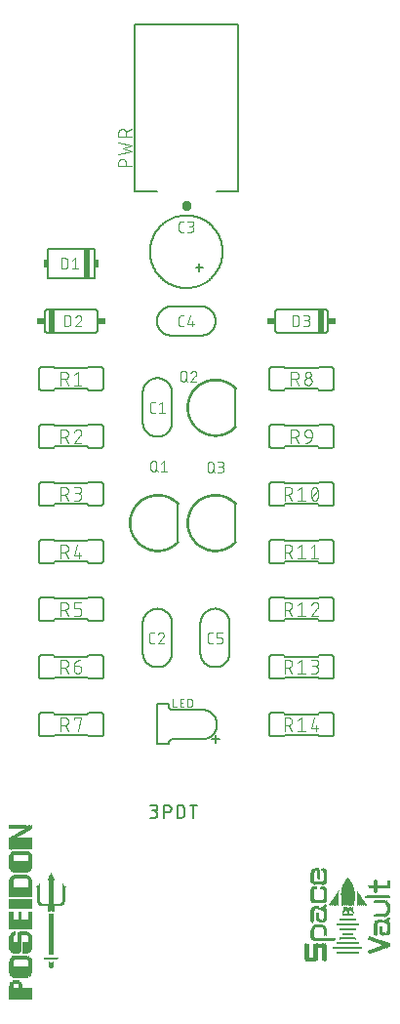
<source format=gbr>
G04 EAGLE Gerber RS-274X export*
G75*
%MOMM*%
%FSLAX34Y34*%
%LPD*%
%INSilkscreen Top*%
%IPPOS*%
%AMOC8*
5,1,8,0,0,1.08239X$1,22.5*%
G01*
%ADD10R,0.042162X0.210819*%
%ADD11R,0.042162X0.762000*%
%ADD12R,0.042162X0.508000*%
%ADD13R,0.042162X0.083819*%
%ADD14R,0.042419X0.297181*%
%ADD15R,0.042419X1.016000*%
%ADD16R,0.042419X0.170181*%
%ADD17R,0.042419X0.762000*%
%ADD18R,0.042419X0.210819*%
%ADD19R,0.042419X0.635000*%
%ADD20R,0.042419X0.381000*%
%ADD21R,0.042419X1.099819*%
%ADD22R,0.042419X0.254000*%
%ADD23R,0.042419X0.932181*%
%ADD24R,0.042419X0.678181*%
%ADD25R,0.042162X0.381000*%
%ADD26R,0.042162X1.440181*%
%ADD27R,0.042162X1.016000*%
%ADD28R,0.042162X0.254000*%
%ADD29R,0.042162X0.678181*%
%ADD30R,0.042419X0.424181*%
%ADD31R,0.042419X1.483363*%
%ADD32R,0.042419X0.464819*%
%ADD33R,0.042419X1.440181*%
%ADD34R,0.042419X1.186181*%
%ADD35R,0.042162X0.464819*%
%ADD36R,0.042162X0.337819*%
%ADD37R,0.042162X0.467363*%
%ADD38R,0.042419X0.508000*%
%ADD39R,0.042419X0.340363*%
%ADD40R,0.042419X0.551181*%
%ADD41R,0.042419X0.337819*%
%ADD42R,0.042162X0.551181*%
%ADD43R,0.042162X0.297181*%
%ADD44R,0.042162X0.635000*%
%ADD45R,0.042419X0.718819*%
%ADD46R,0.042162X0.718819*%
%ADD47R,0.042162X0.294637*%
%ADD48R,0.042419X0.805181*%
%ADD49R,0.042419X0.675638*%
%ADD50R,0.042419X0.294637*%
%ADD51R,0.042162X1.270000*%
%ADD52R,0.042162X1.059181*%
%ADD53R,0.042419X1.310638*%
%ADD54R,0.042419X1.143000*%
%ADD55R,0.042419X1.313181*%
%ADD56R,0.042419X1.183638*%
%ADD57R,0.042162X1.183638*%
%ADD58R,0.042419X0.167637*%
%ADD59R,0.042419X1.059181*%
%ADD60R,0.042419X0.127000*%
%ADD61R,0.042419X0.086363*%
%ADD62R,0.042419X0.213363*%
%ADD63R,0.042419X0.083819*%
%ADD64R,0.042162X0.591819*%
%ADD65R,0.042162X0.170181*%
%ADD66R,0.042419X0.845819*%
%ADD67R,0.042419X0.889000*%
%ADD68R,0.042162X0.972819*%
%ADD69R,0.042162X0.167637*%
%ADD70R,0.042162X1.143000*%
%ADD71R,0.042419X1.270000*%
%ADD72R,0.042162X0.127000*%
%ADD73R,0.042162X0.086363*%
%ADD74R,0.042162X1.567181*%
%ADD75R,0.042419X1.694181*%
%ADD76R,0.042419X1.778000*%
%ADD77R,0.042162X0.213363*%
%ADD78R,0.042162X0.421637*%
%ADD79R,0.042162X1.861819*%
%ADD80R,0.042419X1.948181*%
%ADD81R,0.042419X1.988819*%
%ADD82R,0.042162X2.075181*%
%ADD83R,0.042419X2.159000*%
%ADD84R,0.042419X2.202181*%
%ADD85R,0.042162X2.286000*%
%ADD86R,0.042419X2.329181*%
%ADD87R,0.042419X2.369819*%
%ADD88R,0.042162X2.369819*%
%ADD89R,0.042419X0.421637*%
%ADD90R,0.042419X2.286000*%
%ADD91R,0.042162X2.202181*%
%ADD92R,0.042419X2.115819*%
%ADD93R,0.042419X2.075181*%
%ADD94R,0.042162X1.988819*%
%ADD95R,0.042419X1.905000*%
%ADD96R,0.042419X1.861819*%
%ADD97R,0.042162X1.778000*%
%ADD98R,0.042419X1.651000*%
%ADD99R,0.042419X1.524000*%
%ADD100R,0.042162X0.043181*%
%ADD101R,0.042162X0.889000*%
%ADD102R,0.042419X0.591819*%
%ADD103R,0.042419X0.043181*%
%ADD104R,0.042419X1.397000*%
%ADD105R,0.042162X1.480819*%
%ADD106R,0.042162X1.099819*%
%ADD107R,0.042162X1.226819*%
%ADD108R,0.042162X1.229363*%
%ADD109R,0.042419X1.567181*%
%ADD110R,0.042419X0.802638*%
%ADD111R,0.042162X0.805181*%
%ADD112R,0.042162X1.353819*%
%ADD113R,0.042162X0.932181*%
%ADD114R,0.042419X1.480819*%
%ADD115R,0.042162X1.524000*%
%ADD116R,0.042162X0.675638*%
%ADD117R,0.042162X0.424181*%
%ADD118R,0.042419X1.226819*%
%ADD119R,0.042419X1.353819*%
%ADD120R,0.042162X1.186181*%
%ADD121R,0.042162X1.313181*%
%ADD122R,0.042419X1.056638*%
%ADD123R,0.042162X1.437638*%
%ADD124R,0.042419X0.040638*%
%ADD125R,0.042162X1.397000*%
%ADD126R,0.042419X1.564638*%
%ADD127R,0.042162X3.515363*%
%ADD128R,0.042162X3.004819*%
%ADD129R,0.042419X0.467363*%
%ADD130R,0.042419X3.515363*%
%ADD131R,0.042419X3.088638*%
%ADD132R,0.042419X3.175000*%
%ADD133R,0.042162X3.258819*%
%ADD134R,0.042419X3.302000*%
%ADD135R,0.042419X3.215638*%
%ADD136R,0.042162X3.131819*%
%ADD137R,0.042419X3.556000*%
%ADD138R,0.042419X3.048000*%
%ADD139R,0.042419X1.818638*%
%ADD140R,0.042419X1.737363*%
%ADD141R,0.042162X1.607819*%
%ADD142R,0.042419X1.102363*%
%ADD143R,0.042419X1.607819*%
%ADD144R,0.042162X1.651000*%
%ADD145R,0.042419X1.734819*%
%ADD146R,0.042419X1.610363*%
%ADD147R,0.042162X1.694181*%
%ADD148R,0.042162X1.691638*%
%ADD149R,0.042419X1.821181*%
%ADD150R,0.042162X0.975363*%
%ADD151R,0.042419X0.972819*%
%ADD152R,0.042419X0.975363*%
%ADD153R,0.042419X1.691638*%
%ADD154R,0.042162X1.821181*%
%ADD155R,0.042162X0.340363*%
%ADD156R,0.042419X1.356363*%
%ADD157R,0.042162X1.356363*%
%ADD158R,0.042419X1.229363*%
%ADD159C,0.152400*%
%ADD160C,0.076200*%
%ADD161C,0.101600*%
%ADD162R,0.508000X2.032000*%
%ADD163R,0.635000X0.508000*%
%ADD164R,0.508000X2.540000*%
%ADD165R,0.381000X0.762000*%
%ADD166C,0.127000*%
%ADD167C,0.400000*%
%ADD168C,0.015238*%


D10*
X367104Y78491D03*
D11*
X367104Y93109D03*
D12*
X367104Y110025D03*
D13*
X367104Y120198D03*
D12*
X367104Y131209D03*
D14*
X366681Y78491D03*
D15*
X366681Y93515D03*
D16*
X366681Y101148D03*
D17*
X366681Y110025D03*
D18*
X366681Y120401D03*
D19*
X366681Y131412D03*
D20*
X366257Y78504D03*
D21*
X366257Y93528D03*
D22*
X366257Y100729D03*
D23*
X366257Y110038D03*
D18*
X366257Y120401D03*
D24*
X366257Y131196D03*
D25*
X365834Y78504D03*
D26*
X365834Y94798D03*
D27*
X365834Y110025D03*
D28*
X365834Y120185D03*
D29*
X365834Y131196D03*
D30*
X365411Y78288D03*
D31*
X365411Y94582D03*
D21*
X365411Y110038D03*
D22*
X365411Y120185D03*
D24*
X365411Y131196D03*
D32*
X364987Y78491D03*
D33*
X364987Y94366D03*
D34*
X364987Y110038D03*
D22*
X364987Y120185D03*
D19*
X364987Y130980D03*
D35*
X364564Y78491D03*
D36*
X364564Y88448D03*
D35*
X364564Y98811D03*
D37*
X364564Y106012D03*
D35*
X364564Y114051D03*
D28*
X364564Y120185D03*
X364564Y129075D03*
D38*
X364141Y78275D03*
D22*
X364141Y88029D03*
D39*
X364141Y99027D03*
D20*
X364141Y105174D03*
D30*
X364141Y114686D03*
D22*
X364141Y120185D03*
X364141Y129075D03*
D40*
X363717Y78491D03*
D18*
X363717Y87813D03*
D14*
X363717Y98811D03*
D41*
X363717Y104958D03*
X363717Y115118D03*
D22*
X363717Y120185D03*
X363717Y129075D03*
D42*
X363294Y78491D03*
D10*
X363294Y87813D03*
D43*
X363294Y98811D03*
D36*
X363294Y104526D03*
D43*
X363294Y115321D03*
D28*
X363294Y120185D03*
X363294Y129075D03*
D19*
X362871Y78504D03*
D22*
X362871Y87597D03*
D14*
X362871Y98811D03*
X362871Y104323D03*
D22*
X362871Y115537D03*
X362871Y120185D03*
X362871Y129075D03*
D19*
X362447Y78504D03*
D22*
X362447Y87597D03*
D18*
X362447Y98811D03*
D22*
X362447Y104107D03*
X362447Y115537D03*
X362447Y120185D03*
X362447Y129075D03*
D44*
X362024Y78504D03*
D28*
X362024Y87597D03*
D10*
X362024Y98811D03*
D28*
X362024Y104107D03*
X362024Y115537D03*
X362024Y120185D03*
X362024Y129075D03*
D45*
X361601Y78491D03*
D22*
X361601Y87597D03*
D18*
X361601Y98811D03*
D22*
X361601Y104107D03*
X361601Y115537D03*
X361601Y120185D03*
X361601Y129075D03*
D45*
X361177Y78491D03*
D22*
X361177Y88029D03*
D18*
X361177Y98811D03*
D22*
X361177Y104107D03*
X361177Y115537D03*
X361177Y120185D03*
X361177Y129075D03*
D46*
X360754Y78491D03*
D47*
X360754Y88232D03*
D10*
X360754Y98811D03*
D28*
X360754Y104107D03*
X360754Y115537D03*
X360754Y120185D03*
X360754Y129075D03*
D48*
X360331Y78491D03*
D17*
X360331Y90569D03*
D18*
X360331Y98811D03*
D22*
X360331Y104107D03*
X360331Y115537D03*
X360331Y120185D03*
X360331Y129075D03*
D48*
X359907Y78491D03*
D17*
X359907Y90975D03*
D22*
X359907Y99027D03*
X359907Y104107D03*
X359907Y115537D03*
X359907Y120185D03*
X359907Y129075D03*
D25*
X359484Y75964D03*
X359484Y80612D03*
D11*
X359484Y90975D03*
D28*
X359484Y99027D03*
X359484Y104107D03*
X359484Y115537D03*
X359484Y120185D03*
X359484Y129075D03*
D20*
X359061Y75964D03*
X359061Y81044D03*
D45*
X359061Y91191D03*
D22*
X359061Y99027D03*
X359061Y104107D03*
X359061Y115537D03*
X359061Y120185D03*
X359061Y129075D03*
D20*
X358637Y75964D03*
X358637Y81044D03*
D49*
X358637Y91407D03*
D22*
X358637Y99027D03*
X358637Y104107D03*
X358637Y115537D03*
X358637Y120185D03*
X358637Y129075D03*
D25*
X358214Y75532D03*
X358214Y81450D03*
D42*
X358214Y91623D03*
D28*
X358214Y99027D03*
X358214Y104107D03*
X358214Y115537D03*
X358214Y120185D03*
X358214Y129075D03*
D20*
X357791Y75532D03*
X357791Y81450D03*
D22*
X357791Y99027D03*
X357791Y104107D03*
X357791Y115537D03*
X357791Y120185D03*
X357791Y129075D03*
D20*
X357367Y75532D03*
X357367Y81450D03*
D22*
X357367Y99027D03*
X357367Y104107D03*
X357367Y115537D03*
X357367Y120185D03*
X357367Y129075D03*
D25*
X356944Y75100D03*
X356944Y81882D03*
D28*
X356944Y99027D03*
X356944Y104107D03*
X356944Y115537D03*
X356944Y120185D03*
X356944Y129075D03*
D20*
X356521Y75100D03*
X356521Y81882D03*
D14*
X356521Y98811D03*
D22*
X356521Y104107D03*
X356521Y115537D03*
X356521Y120185D03*
X356521Y129075D03*
D39*
X356097Y74897D03*
D20*
X356097Y81882D03*
D50*
X356097Y98392D03*
D22*
X356097Y104107D03*
X356097Y115537D03*
X356097Y120185D03*
X356097Y129075D03*
D25*
X355674Y74694D03*
X355674Y82314D03*
D51*
X355674Y93515D03*
D28*
X355674Y104107D03*
X355674Y115537D03*
X355674Y120185D03*
D52*
X355674Y129723D03*
D20*
X355251Y74694D03*
X355251Y82314D03*
D53*
X355251Y93312D03*
D22*
X355251Y104107D03*
X355251Y115537D03*
X355251Y120185D03*
D54*
X355251Y129710D03*
D20*
X354827Y74262D03*
X354827Y82314D03*
D55*
X354827Y92893D03*
D22*
X354827Y104107D03*
X354827Y115537D03*
X354827Y120185D03*
D56*
X354827Y129507D03*
D25*
X354404Y74262D03*
X354404Y82720D03*
D51*
X354404Y92677D03*
D10*
X354404Y104323D03*
D28*
X354404Y115537D03*
X354404Y120185D03*
D57*
X354404Y129507D03*
D20*
X353981Y74262D03*
X353981Y82720D03*
D56*
X353981Y92677D03*
D18*
X353981Y104323D03*
D58*
X353981Y115537D03*
D22*
X353981Y120185D03*
D54*
X353981Y129710D03*
D20*
X353557Y73830D03*
X353557Y83152D03*
D59*
X353557Y92461D03*
D60*
X353557Y104310D03*
D61*
X353557Y115537D03*
D22*
X353557Y120185D03*
D59*
X353557Y129723D03*
D25*
X353134Y73830D03*
X353134Y83152D03*
D28*
X353134Y120185D03*
X353134Y129075D03*
D20*
X352711Y73830D03*
X352711Y83152D03*
D22*
X352711Y120185D03*
X352711Y129075D03*
D20*
X352287Y73424D03*
X352287Y83584D03*
D22*
X352287Y120185D03*
X352287Y129075D03*
D25*
X351864Y73424D03*
X351864Y83584D03*
D28*
X351864Y120185D03*
X351864Y129075D03*
D41*
X351441Y73208D03*
D20*
X351441Y83584D03*
D22*
X351441Y120185D03*
X351441Y129075D03*
D20*
X351017Y72992D03*
X351017Y83990D03*
D22*
X351017Y120185D03*
X351017Y129075D03*
D25*
X350594Y72992D03*
X350594Y83990D03*
D28*
X350594Y120185D03*
X350594Y129075D03*
D41*
X350171Y72776D03*
X350171Y84206D03*
D22*
X350171Y120185D03*
X350171Y129075D03*
D20*
X349747Y72560D03*
D41*
X349747Y84206D03*
D22*
X349747Y120185D03*
X349747Y129075D03*
D36*
X349324Y72776D03*
X349324Y84206D03*
D28*
X349324Y120185D03*
X349324Y129075D03*
D22*
X348901Y72789D03*
X348901Y84219D03*
X348901Y120185D03*
D62*
X348901Y128872D03*
D60*
X348477Y72992D03*
X348477Y83990D03*
D22*
X348477Y120185D03*
D63*
X348477Y129088D03*
D28*
X348054Y120185D03*
D22*
X347631Y120185D03*
X347207Y120185D03*
D10*
X346784Y120401D03*
D61*
X346361Y112997D03*
D18*
X346361Y120401D03*
D60*
X345937Y113632D03*
X345937Y120414D03*
D10*
X345514Y114051D03*
D22*
X345091Y114267D03*
D41*
X344667Y114686D03*
D25*
X344244Y114902D03*
D32*
X343821Y115321D03*
D38*
X343397Y115537D03*
D64*
X342974Y115956D03*
D16*
X342551Y75748D03*
D19*
X342551Y116172D03*
D16*
X342127Y75748D03*
D45*
X342127Y116591D03*
D65*
X341704Y75748D03*
D11*
X341704Y116807D03*
D16*
X341281Y75748D03*
D66*
X341281Y117226D03*
D16*
X340857Y75748D03*
D67*
X340857Y117442D03*
D65*
X340434Y75748D03*
D68*
X340434Y117861D03*
D63*
X340011Y71938D03*
D16*
X340011Y75748D03*
D61*
X340011Y79977D03*
X340011Y96487D03*
D15*
X340011Y118077D03*
D60*
X339587Y71722D03*
D16*
X339587Y75748D03*
D58*
X339587Y79977D03*
X339587Y96487D03*
D21*
X339587Y118496D03*
D65*
X339164Y71938D03*
X339164Y75748D03*
D69*
X339164Y79977D03*
X339164Y96487D03*
D70*
X339164Y118712D03*
D60*
X338741Y71722D03*
D16*
X338741Y75748D03*
D58*
X338741Y79977D03*
X338741Y96487D03*
D71*
X338741Y118915D03*
D60*
X338317Y71722D03*
D16*
X338317Y75748D03*
D58*
X338317Y79977D03*
X338317Y96487D03*
D72*
X337894Y71722D03*
D65*
X337894Y75748D03*
D69*
X337894Y79977D03*
X337894Y96487D03*
D60*
X337471Y71722D03*
D16*
X337471Y75748D03*
D58*
X337471Y79977D03*
X337471Y96487D03*
D60*
X337047Y71722D03*
D16*
X337047Y75748D03*
D58*
X337047Y79977D03*
D60*
X337047Y83990D03*
D16*
X337047Y92258D03*
D58*
X337047Y96487D03*
D60*
X337047Y100500D03*
D72*
X336624Y71722D03*
D65*
X336624Y75748D03*
D69*
X336624Y79977D03*
D65*
X336624Y84206D03*
X336624Y92258D03*
D69*
X336624Y96487D03*
X336624Y100297D03*
D60*
X336201Y71722D03*
D16*
X336201Y75748D03*
D58*
X336201Y79977D03*
D16*
X336201Y84206D03*
X336201Y92258D03*
D58*
X336201Y96487D03*
X336201Y100297D03*
D67*
X336201Y121252D03*
D60*
X335777Y71722D03*
D16*
X335777Y75748D03*
D58*
X335777Y79977D03*
D16*
X335777Y84206D03*
X335777Y92258D03*
D58*
X335777Y96487D03*
X335777Y100297D03*
D31*
X335777Y119982D03*
D72*
X335354Y71722D03*
D65*
X335354Y75748D03*
D69*
X335354Y79977D03*
D65*
X335354Y84206D03*
X335354Y92258D03*
D69*
X335354Y96487D03*
X335354Y100297D03*
D73*
X335354Y106647D03*
D74*
X335354Y120833D03*
D60*
X334931Y71722D03*
D16*
X334931Y75748D03*
D58*
X334931Y79977D03*
D16*
X334931Y84206D03*
X334931Y92258D03*
D58*
X334931Y96487D03*
X334931Y100297D03*
D16*
X334931Y107066D03*
D75*
X334931Y121468D03*
D60*
X334507Y71722D03*
D16*
X334507Y75748D03*
D58*
X334507Y79977D03*
D16*
X334507Y84206D03*
D60*
X334507Y88232D03*
D16*
X334507Y92258D03*
D58*
X334507Y96487D03*
X334507Y100297D03*
D16*
X334507Y104526D03*
D32*
X334507Y108971D03*
D76*
X334507Y121887D03*
D72*
X334084Y71722D03*
D65*
X334084Y75748D03*
D69*
X334084Y79977D03*
D65*
X334084Y84206D03*
D77*
X334084Y88232D03*
D65*
X334084Y92258D03*
D69*
X334084Y96487D03*
X334084Y100297D03*
D65*
X334084Y104526D03*
D78*
X334084Y109187D03*
D79*
X334084Y122306D03*
D60*
X333661Y71722D03*
D16*
X333661Y75748D03*
D58*
X333661Y79977D03*
D16*
X333661Y84206D03*
X333661Y88016D03*
X333661Y92258D03*
D58*
X333661Y96487D03*
X333661Y100297D03*
D16*
X333661Y104526D03*
D20*
X333661Y109390D03*
D80*
X333661Y122738D03*
D60*
X333237Y71722D03*
D16*
X333237Y75748D03*
D58*
X333237Y79977D03*
D16*
X333237Y84206D03*
X333237Y88016D03*
X333237Y92258D03*
D58*
X333237Y96487D03*
X333237Y100297D03*
D16*
X333237Y104526D03*
D41*
X333237Y109606D03*
D81*
X333237Y122941D03*
D72*
X332814Y71722D03*
D65*
X332814Y75748D03*
D69*
X332814Y79977D03*
D65*
X332814Y84206D03*
X332814Y88016D03*
X332814Y92258D03*
D69*
X332814Y96487D03*
X332814Y100297D03*
D65*
X332814Y104526D03*
D36*
X332814Y109606D03*
D82*
X332814Y123373D03*
D60*
X332391Y71722D03*
D16*
X332391Y75748D03*
D58*
X332391Y79977D03*
D16*
X332391Y84206D03*
X332391Y88016D03*
X332391Y92258D03*
D58*
X332391Y96487D03*
X332391Y100297D03*
D16*
X332391Y104526D03*
D41*
X332391Y109606D03*
D83*
X332391Y123792D03*
D60*
X331967Y71722D03*
D16*
X331967Y75748D03*
D58*
X331967Y79977D03*
D16*
X331967Y84206D03*
X331967Y88016D03*
X331967Y92258D03*
D58*
X331967Y96487D03*
X331967Y100297D03*
D16*
X331967Y104526D03*
D41*
X331967Y109606D03*
D84*
X331967Y124008D03*
D72*
X331544Y71722D03*
D65*
X331544Y75748D03*
D69*
X331544Y79977D03*
D65*
X331544Y84206D03*
X331544Y88016D03*
X331544Y92258D03*
D69*
X331544Y96487D03*
X331544Y100297D03*
D65*
X331544Y104526D03*
D78*
X331544Y109187D03*
D85*
X331544Y124427D03*
D60*
X331121Y71722D03*
D16*
X331121Y75748D03*
D58*
X331121Y79977D03*
D16*
X331121Y84206D03*
X331121Y88016D03*
X331121Y92258D03*
D58*
X331121Y96487D03*
X331121Y100297D03*
D16*
X331121Y104526D03*
D38*
X331121Y108755D03*
D86*
X331121Y124643D03*
D60*
X330697Y71722D03*
D16*
X330697Y75748D03*
D58*
X330697Y79977D03*
D16*
X330697Y84206D03*
X330697Y88016D03*
X330697Y92258D03*
D58*
X330697Y96487D03*
X330697Y100297D03*
D16*
X330697Y104526D03*
D38*
X330697Y108755D03*
D87*
X330697Y124846D03*
D72*
X330274Y71722D03*
D65*
X330274Y75748D03*
D69*
X330274Y79977D03*
D65*
X330274Y84206D03*
X330274Y88016D03*
X330274Y92258D03*
D69*
X330274Y96487D03*
X330274Y100297D03*
D65*
X330274Y104526D03*
D12*
X330274Y108755D03*
D88*
X330274Y124846D03*
D60*
X329851Y71722D03*
D16*
X329851Y75748D03*
D58*
X329851Y79977D03*
D16*
X329851Y84206D03*
X329851Y88016D03*
X329851Y92258D03*
D58*
X329851Y96487D03*
X329851Y100297D03*
D16*
X329851Y104526D03*
D89*
X329851Y109187D03*
D86*
X329851Y124643D03*
D60*
X329427Y71722D03*
D16*
X329427Y75748D03*
D58*
X329427Y79977D03*
D16*
X329427Y84206D03*
X329427Y88016D03*
X329427Y92258D03*
D58*
X329427Y96487D03*
X329427Y100297D03*
D16*
X329427Y104526D03*
D41*
X329427Y109606D03*
D90*
X329427Y124427D03*
D72*
X329004Y71722D03*
D65*
X329004Y75748D03*
D69*
X329004Y79977D03*
D65*
X329004Y84206D03*
X329004Y88016D03*
X329004Y92258D03*
D69*
X329004Y96487D03*
X329004Y100297D03*
D65*
X329004Y104526D03*
D36*
X329004Y109606D03*
D91*
X329004Y124008D03*
D60*
X328581Y71722D03*
D16*
X328581Y75748D03*
D58*
X328581Y79977D03*
D16*
X328581Y84206D03*
X328581Y88016D03*
X328581Y92258D03*
D58*
X328581Y96487D03*
X328581Y100297D03*
D16*
X328581Y104526D03*
D41*
X328581Y109606D03*
D92*
X328581Y123576D03*
D60*
X328157Y71722D03*
D16*
X328157Y75748D03*
D58*
X328157Y79977D03*
D16*
X328157Y84206D03*
X328157Y88016D03*
X328157Y92258D03*
D58*
X328157Y96487D03*
X328157Y100297D03*
D16*
X328157Y104526D03*
D41*
X328157Y109606D03*
D93*
X328157Y123373D03*
D72*
X327734Y71722D03*
D65*
X327734Y75748D03*
D69*
X327734Y79977D03*
D65*
X327734Y84206D03*
X327734Y88016D03*
X327734Y92258D03*
D69*
X327734Y96487D03*
X327734Y100297D03*
D65*
X327734Y104526D03*
D25*
X327734Y109390D03*
D94*
X327734Y122941D03*
D60*
X327311Y71722D03*
D16*
X327311Y75748D03*
D58*
X327311Y79977D03*
D16*
X327311Y84206D03*
X327311Y88016D03*
X327311Y92258D03*
D58*
X327311Y96487D03*
X327311Y100297D03*
D16*
X327311Y104526D03*
D89*
X327311Y109187D03*
D95*
X327311Y122522D03*
D60*
X326887Y71722D03*
D16*
X326887Y75748D03*
D58*
X326887Y79977D03*
D16*
X326887Y84206D03*
X326887Y88016D03*
X326887Y92258D03*
D58*
X326887Y96487D03*
X326887Y100297D03*
D16*
X326887Y104526D03*
D32*
X326887Y108971D03*
D96*
X326887Y122306D03*
D72*
X326464Y71722D03*
D65*
X326464Y75748D03*
D69*
X326464Y79977D03*
D65*
X326464Y84206D03*
D77*
X326464Y88232D03*
D65*
X326464Y92258D03*
D69*
X326464Y96487D03*
X326464Y100297D03*
D65*
X326464Y104526D03*
D77*
X326464Y107282D03*
D97*
X326464Y121887D03*
D60*
X326041Y71722D03*
D16*
X326041Y75748D03*
D58*
X326041Y79977D03*
D16*
X326041Y84206D03*
D60*
X326041Y88232D03*
D16*
X326041Y92258D03*
D58*
X326041Y96487D03*
X326041Y100297D03*
D16*
X326041Y104526D03*
D60*
X326041Y106850D03*
D98*
X326041Y121252D03*
D60*
X325617Y71722D03*
D16*
X325617Y75748D03*
D58*
X325617Y79977D03*
D16*
X325617Y84206D03*
X325617Y92258D03*
D58*
X325617Y96487D03*
X325617Y100297D03*
D99*
X325617Y120617D03*
D72*
X325194Y71722D03*
D65*
X325194Y75748D03*
D69*
X325194Y79977D03*
D65*
X325194Y84206D03*
X325194Y92258D03*
D69*
X325194Y96487D03*
X325194Y100297D03*
D26*
X325194Y119766D03*
D60*
X324771Y71722D03*
D16*
X324771Y75748D03*
D58*
X324771Y79977D03*
D16*
X324771Y84206D03*
X324771Y92258D03*
D58*
X324771Y96487D03*
X324771Y100297D03*
D62*
X324771Y122522D03*
D60*
X324347Y71722D03*
D16*
X324347Y75748D03*
D58*
X324347Y79977D03*
D16*
X324347Y84206D03*
X324347Y92258D03*
D58*
X324347Y96487D03*
X324347Y100297D03*
D72*
X323924Y71722D03*
D65*
X323924Y75748D03*
D69*
X323924Y79977D03*
D65*
X323924Y84206D03*
X323924Y92258D03*
D69*
X323924Y96487D03*
X323924Y100297D03*
D60*
X323501Y71722D03*
D16*
X323501Y75748D03*
D58*
X323501Y79977D03*
D60*
X323501Y83990D03*
X323501Y92474D03*
D58*
X323501Y96487D03*
D60*
X323501Y100500D03*
X323077Y71722D03*
D16*
X323077Y75748D03*
D58*
X323077Y79977D03*
X323077Y96487D03*
D72*
X322654Y71722D03*
D65*
X322654Y75748D03*
D69*
X322654Y79977D03*
X322654Y96487D03*
D100*
X322654Y125481D03*
D60*
X322231Y71722D03*
D16*
X322231Y75748D03*
D58*
X322231Y79977D03*
X322231Y96487D03*
D71*
X322231Y118915D03*
D60*
X321807Y71722D03*
D16*
X321807Y75748D03*
D58*
X321807Y79977D03*
X321807Y96487D03*
D54*
X321807Y118712D03*
D65*
X321384Y71938D03*
X321384Y75748D03*
D69*
X321384Y79977D03*
X321384Y96487D03*
D52*
X321384Y118293D03*
D60*
X320961Y71722D03*
D16*
X320961Y75748D03*
D58*
X320961Y79977D03*
D60*
X320961Y96284D03*
D15*
X320961Y118077D03*
D16*
X320537Y75748D03*
D23*
X320537Y117658D03*
D65*
X320114Y75748D03*
D101*
X320114Y117442D03*
D16*
X319691Y75748D03*
X319691Y83368D03*
D48*
X319691Y117023D03*
D16*
X319267Y75748D03*
D18*
X319267Y83571D03*
D17*
X319267Y116807D03*
D65*
X318844Y75748D03*
D28*
X318844Y83355D03*
D46*
X318844Y116591D03*
D16*
X318421Y75748D03*
D22*
X318421Y83355D03*
D19*
X318421Y116172D03*
D60*
X317997Y75964D03*
D22*
X317997Y83355D03*
D102*
X317997Y115956D03*
D28*
X317574Y83355D03*
D12*
X317574Y115537D03*
D22*
X317151Y83355D03*
D32*
X317151Y115321D03*
D22*
X316727Y83355D03*
D20*
X316727Y114902D03*
D28*
X316304Y83355D03*
D36*
X316304Y114686D03*
D22*
X315881Y83355D03*
X315881Y114267D03*
X315457Y83355D03*
D18*
X315457Y114051D03*
D28*
X315034Y83355D03*
D72*
X315034Y113632D03*
D22*
X314611Y83355D03*
D103*
X314611Y113213D03*
D22*
X314187Y83355D03*
D28*
X313764Y83355D03*
D22*
X313341Y83355D03*
X312917Y83355D03*
D28*
X312494Y83355D03*
D22*
X312071Y83355D03*
D30*
X312071Y89718D03*
D17*
X312071Y104539D03*
D66*
X312071Y122306D03*
D67*
X312071Y137762D03*
D104*
X311647Y72154D03*
D22*
X311647Y83355D03*
D19*
X311647Y89934D03*
D15*
X311647Y104945D03*
D16*
X311647Y112578D03*
D54*
X311647Y122090D03*
X311647Y137762D03*
D105*
X311224Y72141D03*
D28*
X311224Y83355D03*
D46*
X311224Y90353D03*
D106*
X311224Y104958D03*
D28*
X311224Y112159D03*
D107*
X311224Y122103D03*
D108*
X311224Y137762D03*
D99*
X310801Y72357D03*
D22*
X310801Y83355D03*
D17*
X310801Y90569D03*
D33*
X310801Y106228D03*
D55*
X310801Y122103D03*
D53*
X310801Y137762D03*
D109*
X310377Y72141D03*
D22*
X310377Y83355D03*
D110*
X310377Y90772D03*
D31*
X310377Y106012D03*
D55*
X310377Y122103D03*
D53*
X310377Y137762D03*
D74*
X309954Y72141D03*
D28*
X309954Y83355D03*
D111*
X309954Y91191D03*
D26*
X309954Y105796D03*
D112*
X309954Y122306D03*
X309954Y137978D03*
D99*
X309531Y72357D03*
D22*
X309531Y83355D03*
D20*
X309531Y93744D03*
D41*
X309531Y99878D03*
D32*
X309531Y110241D03*
D39*
X309531Y116807D03*
D41*
X309531Y127386D03*
D20*
X309531Y132682D03*
D41*
X309531Y143058D03*
D99*
X309107Y72357D03*
D22*
X309107Y83355D03*
D14*
X309107Y94163D03*
D22*
X309107Y99459D03*
D39*
X309107Y110457D03*
D14*
X309107Y116591D03*
D22*
X309107Y127805D03*
D14*
X309107Y132263D03*
D22*
X309107Y143477D03*
D105*
X308684Y72573D03*
D28*
X308684Y83355D03*
X308684Y94379D03*
D10*
X308684Y99243D03*
D43*
X308684Y110241D03*
D28*
X308684Y116375D03*
X308684Y127805D03*
D43*
X308684Y132263D03*
D10*
X308684Y143693D03*
D20*
X308261Y78072D03*
D22*
X308261Y83355D03*
X308261Y94785D03*
D18*
X308261Y99243D03*
D14*
X308261Y110241D03*
D22*
X308261Y116375D03*
X308261Y127805D03*
X308261Y132047D03*
D18*
X308261Y143693D03*
D20*
X307837Y78072D03*
D22*
X307837Y83355D03*
X307837Y94785D03*
X307837Y99027D03*
D14*
X307837Y110241D03*
D22*
X307837Y116375D03*
X307837Y127805D03*
X307837Y132047D03*
D60*
X307837Y143680D03*
D25*
X307414Y78072D03*
D28*
X307414Y83355D03*
X307414Y94785D03*
X307414Y99027D03*
D10*
X307414Y110241D03*
D28*
X307414Y116375D03*
X307414Y127805D03*
X307414Y132047D03*
D20*
X306991Y78072D03*
D22*
X306991Y83355D03*
X306991Y94785D03*
X306991Y99027D03*
D18*
X306991Y110241D03*
D22*
X306991Y116375D03*
D16*
X306991Y127818D03*
D22*
X306991Y132047D03*
D20*
X306567Y78072D03*
D22*
X306567Y83355D03*
X306567Y94785D03*
X306567Y99027D03*
D18*
X306567Y110241D03*
D22*
X306567Y116375D03*
X306567Y132047D03*
D25*
X306144Y78072D03*
D28*
X306144Y83355D03*
X306144Y94785D03*
X306144Y99459D03*
D10*
X306144Y110241D03*
D28*
X306144Y116375D03*
X306144Y132047D03*
D111*
X306144Y139883D03*
D20*
X305721Y78072D03*
D22*
X305721Y83355D03*
X305721Y94785D03*
D50*
X305721Y99662D03*
D18*
X305721Y110241D03*
D22*
X305721Y116375D03*
X305721Y132047D03*
D67*
X305721Y139870D03*
D20*
X305297Y78072D03*
D22*
X305297Y83355D03*
X305297Y94785D03*
D17*
X305297Y101999D03*
D18*
X305297Y110241D03*
D22*
X305297Y116375D03*
X305297Y132047D03*
D23*
X305297Y140086D03*
D25*
X304874Y78072D03*
D28*
X304874Y83355D03*
X304874Y94785D03*
D11*
X304874Y102405D03*
D28*
X304874Y110457D03*
X304874Y116375D03*
X304874Y132047D03*
D113*
X304874Y140086D03*
D20*
X304451Y78072D03*
D22*
X304451Y83355D03*
X304451Y94785D03*
D17*
X304451Y102405D03*
D22*
X304451Y110457D03*
X304451Y116375D03*
X304451Y132047D03*
D67*
X304451Y140302D03*
D114*
X304027Y72573D03*
D22*
X304027Y83355D03*
X304027Y94785D03*
D45*
X304027Y102621D03*
D22*
X304027Y110457D03*
X304027Y116375D03*
X304027Y132047D03*
X304027Y143477D03*
D115*
X303604Y72357D03*
D28*
X303604Y83355D03*
X303604Y94785D03*
D116*
X303604Y102837D03*
D28*
X303604Y110457D03*
X303604Y116375D03*
D72*
X303604Y127602D03*
D28*
X303604Y132047D03*
X303604Y143477D03*
D99*
X303181Y72357D03*
D22*
X303181Y83355D03*
X303181Y94785D03*
D40*
X303181Y103053D03*
D22*
X303181Y110457D03*
X303181Y116375D03*
X303181Y127805D03*
X303181Y132047D03*
X303181Y143477D03*
D109*
X302757Y72141D03*
D22*
X302757Y83355D03*
X302757Y94785D03*
X302757Y110457D03*
X302757Y116375D03*
X302757Y127805D03*
X302757Y132047D03*
X302757Y143477D03*
D74*
X302334Y72141D03*
D28*
X302334Y83355D03*
X302334Y94379D03*
X302334Y110457D03*
X302334Y116375D03*
X302334Y127805D03*
X302334Y132047D03*
X302334Y143477D03*
D109*
X301911Y72141D03*
D22*
X301911Y83355D03*
X301911Y94379D03*
X301911Y110457D03*
X301911Y116375D03*
X301911Y127805D03*
X301911Y132047D03*
D14*
X301911Y143261D03*
D99*
X301487Y71925D03*
D14*
X301487Y83571D03*
D39*
X301487Y93947D03*
D14*
X301487Y110241D03*
X301487Y116591D03*
D22*
X301487Y127805D03*
D14*
X301487Y132263D03*
X301487Y143261D03*
D115*
X301064Y71925D03*
D43*
X301064Y83571D03*
D117*
X301064Y93096D03*
D47*
X301064Y109822D03*
D43*
X301064Y116591D03*
D47*
X301064Y127602D03*
D36*
X301064Y132466D03*
X301064Y143058D03*
D20*
X300641Y66210D03*
D118*
X300641Y88651D03*
D71*
X300641Y104945D03*
D104*
X300641Y122090D03*
D119*
X300641Y137546D03*
D20*
X300217Y66210D03*
D34*
X300217Y88448D03*
D53*
X300217Y104742D03*
D119*
X300217Y122306D03*
D71*
X300217Y137559D03*
D25*
X299794Y66210D03*
D120*
X299794Y88448D03*
D121*
X299794Y104323D03*
X299794Y122103D03*
D51*
X299794Y137559D03*
D20*
X299371Y66210D03*
D122*
X299371Y88232D03*
D71*
X299371Y104107D03*
D55*
X299371Y122103D03*
D34*
X299371Y137546D03*
D20*
X298947Y66210D03*
D23*
X298947Y88016D03*
D56*
X298947Y104107D03*
D118*
X298947Y122103D03*
D59*
X298947Y137343D03*
D25*
X298524Y66210D03*
D29*
X298524Y88016D03*
D52*
X298524Y103891D03*
X298524Y122103D03*
D101*
X298524Y137330D03*
D20*
X298101Y66210D03*
X297677Y66210D03*
D25*
X297254Y66210D03*
D20*
X296831Y66210D03*
D31*
X296407Y71722D03*
D115*
X295984Y71925D03*
D109*
X295561Y72141D03*
X295137Y72141D03*
D74*
X294714Y72141D03*
D99*
X294291Y72357D03*
D114*
X293867Y72141D03*
D123*
X293444Y72357D03*
D124*
X85531Y128442D03*
D63*
X85107Y128658D03*
D125*
X84684Y122524D03*
D126*
X84261Y122092D03*
D75*
X83837Y121876D03*
D97*
X83414Y121889D03*
D96*
X82991Y122308D03*
D20*
X82567Y114472D03*
D36*
X82144Y114256D03*
D22*
X81721Y113837D03*
X81297Y113837D03*
D10*
X80874Y113621D03*
D16*
X80451Y113418D03*
X80027Y113418D03*
D65*
X79604Y113418D03*
D16*
X79181Y113418D03*
D103*
X78757Y66631D03*
D16*
X78757Y113418D03*
D69*
X78334Y66847D03*
D65*
X78334Y113418D03*
D58*
X77911Y66847D03*
D16*
X77911Y113418D03*
D58*
X77487Y66847D03*
D16*
X77487Y113418D03*
D69*
X77064Y66847D03*
D65*
X77064Y113418D03*
D58*
X76641Y66847D03*
D16*
X76641Y113418D03*
D58*
X76217Y66847D03*
D16*
X76217Y113418D03*
D69*
X75794Y66847D03*
D44*
X75794Y111094D03*
D100*
X75794Y135211D03*
D58*
X75371Y66847D03*
D19*
X75371Y111094D03*
D60*
X75371Y135630D03*
D58*
X74947Y66847D03*
D19*
X74947Y111094D03*
D62*
X74947Y136062D03*
D117*
X74524Y61348D03*
D69*
X74524Y66847D03*
D127*
X74524Y87802D03*
D128*
X74524Y122943D03*
D129*
X74101Y61132D03*
D58*
X74101Y66847D03*
D130*
X74101Y87802D03*
D131*
X74101Y123362D03*
D38*
X73677Y60929D03*
D58*
X73677Y66847D03*
D130*
X73677Y87802D03*
D132*
X73677Y123794D03*
D12*
X73254Y60929D03*
D69*
X73254Y66847D03*
D127*
X73254Y87802D03*
D133*
X73254Y124213D03*
D38*
X72831Y60929D03*
D58*
X72831Y66847D03*
D130*
X72831Y87802D03*
D134*
X72831Y124429D03*
D38*
X72407Y60929D03*
D58*
X72407Y66847D03*
D130*
X72407Y87802D03*
D135*
X72407Y123997D03*
D37*
X71984Y61132D03*
D69*
X71984Y66847D03*
D127*
X71984Y87802D03*
D136*
X71984Y123578D03*
D30*
X71561Y61348D03*
D58*
X71561Y66847D03*
D137*
X71561Y88005D03*
D138*
X71561Y123159D03*
D58*
X71137Y66847D03*
D19*
X71137Y111094D03*
D62*
X71137Y136062D03*
D69*
X70714Y66847D03*
D44*
X70714Y111094D03*
D72*
X70714Y135630D03*
D58*
X70291Y66847D03*
D19*
X70291Y111094D03*
D103*
X70291Y135211D03*
D58*
X69867Y66847D03*
D16*
X69867Y113418D03*
D69*
X69444Y66847D03*
D65*
X69444Y113418D03*
D58*
X69021Y66847D03*
D16*
X69021Y113418D03*
D58*
X68597Y66847D03*
D16*
X68597Y113418D03*
D69*
X68174Y66847D03*
D65*
X68174Y113418D03*
D58*
X67751Y66847D03*
D16*
X67751Y113418D03*
D61*
X67327Y66847D03*
D16*
X67327Y113418D03*
D65*
X66904Y113418D03*
D16*
X66481Y113418D03*
X66057Y113418D03*
D65*
X65634Y113418D03*
D18*
X65211Y113621D03*
D22*
X64787Y113837D03*
D28*
X64364Y113837D03*
D14*
X63941Y114053D03*
D20*
X63517Y114472D03*
D35*
X63094Y115323D03*
D100*
X63094Y131401D03*
D139*
X62671Y122092D03*
D140*
X62247Y122092D03*
D141*
X61824Y122308D03*
D114*
X61401Y122511D03*
D60*
X60977Y128874D03*
D13*
X60554Y128658D03*
D124*
X60131Y128442D03*
D15*
X56321Y36367D03*
D21*
X56321Y59646D03*
D142*
X56321Y80817D03*
D109*
X56321Y100083D03*
D67*
X56321Y114040D03*
D114*
X56321Y127591D03*
D142*
X56321Y150667D03*
D15*
X56321Y166745D03*
D41*
X56321Y180728D03*
D15*
X55897Y36367D03*
D71*
X55897Y59659D03*
X55897Y80817D03*
D109*
X55897Y100083D03*
D67*
X55897Y114040D03*
D143*
X55897Y128226D03*
D71*
X55897Y150667D03*
D15*
X55897Y166745D03*
D41*
X55897Y180728D03*
D27*
X55474Y36367D03*
D26*
X55474Y59646D03*
D123*
X55474Y80817D03*
D74*
X55474Y100083D03*
D101*
X55474Y114040D03*
D144*
X55474Y128442D03*
D123*
X55474Y150667D03*
D27*
X55474Y166745D03*
D25*
X55474Y180512D03*
D15*
X55051Y36367D03*
D99*
X55051Y59659D03*
X55051Y80817D03*
D109*
X55051Y100083D03*
D67*
X55051Y114040D03*
D145*
X55051Y128861D03*
D99*
X55051Y150667D03*
D15*
X55051Y166745D03*
D20*
X55051Y180512D03*
D15*
X54627Y36367D03*
D143*
X54627Y59646D03*
D146*
X54627Y80817D03*
D109*
X54627Y100083D03*
D67*
X54627Y114040D03*
D76*
X54627Y129077D03*
D146*
X54627Y150667D03*
D15*
X54627Y166745D03*
D30*
X54627Y180296D03*
D27*
X54204Y36367D03*
D147*
X54204Y59646D03*
D148*
X54204Y80817D03*
D74*
X54204Y100083D03*
D101*
X54204Y114040D03*
D97*
X54204Y129077D03*
D148*
X54204Y150667D03*
D27*
X54204Y166745D03*
D117*
X54204Y180296D03*
D15*
X53781Y36367D03*
D76*
X53781Y59659D03*
X53781Y80817D03*
D109*
X53781Y100083D03*
D67*
X53781Y114040D03*
D149*
X53781Y129293D03*
D76*
X53781Y150667D03*
D15*
X53781Y166745D03*
D32*
X53781Y180093D03*
D15*
X53357Y36367D03*
D76*
X53357Y59659D03*
X53357Y80817D03*
D109*
X53357Y100083D03*
D67*
X53357Y114040D03*
D96*
X53357Y129496D03*
D76*
X53357Y150667D03*
D15*
X53357Y166745D03*
D32*
X53357Y180093D03*
D27*
X52934Y36367D03*
D68*
X52934Y55201D03*
D25*
X52934Y67050D03*
D150*
X52934Y76372D03*
D25*
X52934Y88234D03*
D101*
X52934Y96692D03*
X52934Y114040D03*
X52934Y124632D03*
D25*
X52934Y136900D03*
D150*
X52934Y146222D03*
D25*
X52934Y158084D03*
D27*
X52934Y166745D03*
D12*
X52934Y179877D03*
D15*
X52511Y36367D03*
D151*
X52511Y55201D03*
D41*
X52511Y67266D03*
D152*
X52511Y76372D03*
D39*
X52511Y88437D03*
D67*
X52511Y96692D03*
X52511Y114040D03*
X52511Y124632D03*
D20*
X52511Y137332D03*
D152*
X52511Y146222D03*
D39*
X52511Y158287D03*
D15*
X52511Y166745D03*
D38*
X52511Y179877D03*
D15*
X52087Y36367D03*
D151*
X52087Y55201D03*
D50*
X52087Y67482D03*
D152*
X52087Y76372D03*
D41*
X52087Y88856D03*
D67*
X52087Y96692D03*
X52087Y114040D03*
X52087Y124632D03*
D41*
X52087Y137548D03*
D152*
X52087Y146222D03*
D14*
X52087Y158503D03*
D15*
X52087Y166745D03*
D40*
X52087Y179661D03*
D27*
X51664Y36367D03*
X51664Y54985D03*
D36*
X51664Y67698D03*
D27*
X51664Y76169D03*
D36*
X51664Y88856D03*
D101*
X51664Y96692D03*
X51664Y114040D03*
X51664Y124632D03*
D43*
X51664Y137751D03*
D27*
X51664Y146019D03*
D36*
X51664Y158706D03*
D27*
X51664Y166745D03*
D64*
X51664Y179458D03*
D15*
X51241Y36367D03*
X51241Y54985D03*
D41*
X51241Y67698D03*
D15*
X51241Y76169D03*
D50*
X51241Y89072D03*
D67*
X51241Y96692D03*
X51241Y114040D03*
X51241Y124632D03*
D14*
X51241Y137751D03*
D15*
X51241Y146019D03*
D41*
X51241Y158706D03*
D15*
X51241Y166745D03*
D102*
X51241Y179458D03*
D15*
X50817Y36367D03*
X50817Y54985D03*
D41*
X50817Y67698D03*
D15*
X50817Y76169D03*
D50*
X50817Y89072D03*
D67*
X50817Y96692D03*
X50817Y114040D03*
X50817Y124632D03*
D14*
X50817Y137751D03*
D15*
X50817Y146019D03*
D41*
X50817Y158706D03*
D15*
X50817Y166745D03*
D19*
X50817Y179242D03*
D27*
X50394Y36367D03*
X50394Y54985D03*
D36*
X50394Y67698D03*
D27*
X50394Y76169D03*
D47*
X50394Y89072D03*
D101*
X50394Y96692D03*
X50394Y114040D03*
X50394Y124632D03*
D43*
X50394Y137751D03*
D27*
X50394Y146019D03*
D36*
X50394Y158706D03*
D27*
X50394Y166745D03*
D44*
X50394Y179242D03*
D15*
X49971Y36367D03*
X49971Y54985D03*
D41*
X49971Y67698D03*
D15*
X49971Y76169D03*
D50*
X49971Y89072D03*
D67*
X49971Y96692D03*
X49971Y114040D03*
X49971Y124632D03*
D14*
X49971Y137751D03*
D15*
X49971Y146019D03*
D41*
X49971Y158706D03*
D15*
X49971Y166745D03*
D24*
X49971Y179026D03*
D15*
X49547Y36367D03*
X49547Y54985D03*
D41*
X49547Y67698D03*
D15*
X49547Y76169D03*
D50*
X49547Y89072D03*
D67*
X49547Y96692D03*
X49547Y114040D03*
X49547Y124632D03*
D14*
X49547Y137751D03*
D15*
X49547Y146019D03*
D41*
X49547Y158706D03*
D15*
X49547Y166745D03*
D14*
X49547Y177121D03*
D41*
X49547Y180728D03*
D27*
X49124Y36367D03*
X49124Y54985D03*
D36*
X49124Y67698D03*
D27*
X49124Y76169D03*
D47*
X49124Y89072D03*
D101*
X49124Y96692D03*
X49124Y114040D03*
X49124Y124632D03*
D43*
X49124Y137751D03*
D27*
X49124Y146019D03*
D36*
X49124Y158706D03*
D27*
X49124Y166745D03*
D47*
X49124Y176702D03*
D36*
X49124Y180728D03*
D15*
X48701Y36367D03*
X48701Y54985D03*
D41*
X48701Y67698D03*
D15*
X48701Y76169D03*
D50*
X48701Y89072D03*
D67*
X48701Y96692D03*
X48701Y114040D03*
X48701Y124632D03*
D14*
X48701Y137751D03*
D15*
X48701Y146019D03*
D41*
X48701Y158706D03*
D15*
X48701Y166745D03*
D50*
X48701Y176702D03*
D41*
X48701Y180728D03*
D15*
X48277Y36367D03*
X48277Y54985D03*
D41*
X48277Y67698D03*
D50*
X48277Y89072D03*
D67*
X48277Y96692D03*
X48277Y114040D03*
X48277Y124632D03*
D14*
X48277Y137751D03*
D15*
X48277Y146019D03*
D41*
X48277Y158706D03*
D15*
X48277Y166745D03*
D14*
X48277Y176283D03*
D41*
X48277Y180728D03*
D121*
X47854Y37853D03*
D27*
X47854Y54985D03*
D36*
X47854Y67698D03*
X47854Y88856D03*
D101*
X47854Y96692D03*
X47854Y114040D03*
X47854Y124632D03*
D43*
X47854Y137751D03*
D27*
X47854Y146019D03*
D36*
X47854Y158706D03*
D27*
X47854Y166745D03*
D43*
X47854Y176283D03*
D36*
X47854Y180728D03*
D104*
X47431Y38272D03*
D15*
X47431Y54985D03*
D41*
X47431Y67698D03*
X47431Y88856D03*
D67*
X47431Y96692D03*
X47431Y114040D03*
X47431Y124632D03*
D14*
X47431Y137751D03*
D15*
X47431Y146019D03*
D41*
X47431Y158706D03*
D15*
X47431Y166745D03*
D14*
X47431Y175851D03*
D41*
X47431Y180728D03*
D114*
X47007Y38691D03*
D15*
X47007Y54985D03*
D41*
X47007Y67698D03*
D153*
X47007Y82087D03*
D114*
X47007Y99651D03*
D67*
X47007Y114040D03*
X47007Y124632D03*
D14*
X47007Y137751D03*
D15*
X47007Y146019D03*
D41*
X47007Y158706D03*
D15*
X47007Y166745D03*
D14*
X47007Y175851D03*
D41*
X47007Y180728D03*
D115*
X46584Y38907D03*
D27*
X46584Y54985D03*
D36*
X46584Y67698D03*
D97*
X46584Y81655D03*
D105*
X46584Y99651D03*
D101*
X46584Y114040D03*
X46584Y124632D03*
D43*
X46584Y137751D03*
D27*
X46584Y146019D03*
D36*
X46584Y158706D03*
D27*
X46584Y166745D03*
D47*
X46584Y175432D03*
D36*
X46584Y180728D03*
D109*
X46161Y39123D03*
D15*
X46161Y54985D03*
D41*
X46161Y67698D03*
D76*
X46161Y81249D03*
D114*
X46161Y99651D03*
D67*
X46161Y114040D03*
X46161Y124632D03*
D14*
X46161Y137751D03*
D15*
X46161Y146019D03*
D41*
X46161Y158706D03*
D15*
X46161Y166745D03*
D50*
X46161Y175432D03*
D41*
X46161Y180728D03*
D143*
X45737Y39326D03*
D15*
X45737Y54985D03*
D41*
X45737Y67698D03*
D149*
X45737Y81033D03*
D114*
X45737Y99651D03*
D67*
X45737Y114040D03*
X45737Y124632D03*
D14*
X45737Y137751D03*
D15*
X45737Y146019D03*
D41*
X45737Y158706D03*
D15*
X45737Y166745D03*
D14*
X45737Y175013D03*
D41*
X45737Y180728D03*
D141*
X45314Y39326D03*
D27*
X45314Y54985D03*
D36*
X45314Y67698D03*
D154*
X45314Y80601D03*
D105*
X45314Y99651D03*
D101*
X45314Y114040D03*
X45314Y124632D03*
D43*
X45314Y137751D03*
D27*
X45314Y146019D03*
D36*
X45314Y158706D03*
D27*
X45314Y166745D03*
D43*
X45314Y175013D03*
D36*
X45314Y180728D03*
D15*
X44891Y36367D03*
D32*
X44891Y45473D03*
D15*
X44891Y54985D03*
D41*
X44891Y67698D03*
D76*
X44891Y80385D03*
D114*
X44891Y99651D03*
D67*
X44891Y114040D03*
X44891Y124632D03*
D14*
X44891Y137751D03*
D15*
X44891Y146019D03*
D41*
X44891Y158706D03*
D15*
X44891Y166745D03*
D14*
X44891Y174581D03*
D41*
X44891Y180728D03*
D15*
X44467Y36367D03*
D41*
X44467Y46108D03*
D15*
X44467Y54985D03*
D41*
X44467Y67698D03*
D76*
X44467Y79979D03*
D67*
X44467Y96692D03*
X44467Y114040D03*
X44467Y124632D03*
D14*
X44467Y137751D03*
D15*
X44467Y146019D03*
D41*
X44467Y158706D03*
D15*
X44467Y166745D03*
D41*
X44467Y174378D03*
X44467Y180728D03*
D27*
X44044Y36367D03*
D155*
X44044Y46527D03*
D27*
X44044Y54985D03*
D36*
X44044Y67698D03*
D148*
X44044Y79547D03*
D101*
X44044Y96692D03*
X44044Y114040D03*
X44044Y124632D03*
D43*
X44044Y137751D03*
D27*
X44044Y146019D03*
D36*
X44044Y158706D03*
D27*
X44044Y166745D03*
D47*
X44044Y174162D03*
D36*
X44044Y180728D03*
D15*
X43621Y36367D03*
D39*
X43621Y46527D03*
D15*
X43621Y54985D03*
D41*
X43621Y67698D03*
D15*
X43621Y76169D03*
D67*
X43621Y96692D03*
X43621Y114040D03*
X43621Y124632D03*
D14*
X43621Y137751D03*
D15*
X43621Y146019D03*
D41*
X43621Y158706D03*
D15*
X43621Y166745D03*
D41*
X43621Y173946D03*
X43621Y180728D03*
D15*
X43197Y36367D03*
D14*
X43197Y46743D03*
D15*
X43197Y54985D03*
D41*
X43197Y67698D03*
D15*
X43197Y76169D03*
D67*
X43197Y96692D03*
X43197Y114040D03*
X43197Y124632D03*
D14*
X43197Y137751D03*
D15*
X43197Y146019D03*
D41*
X43197Y158706D03*
D156*
X43197Y168447D03*
D41*
X43197Y180728D03*
D27*
X42774Y36367D03*
D43*
X42774Y46743D03*
D27*
X42774Y54985D03*
D36*
X42774Y67698D03*
D27*
X42774Y76169D03*
D101*
X42774Y96692D03*
X42774Y114040D03*
X42774Y124632D03*
D43*
X42774Y137751D03*
D27*
X42774Y146019D03*
D36*
X42774Y158706D03*
D157*
X42774Y168447D03*
D36*
X42774Y180728D03*
D15*
X42351Y36367D03*
D14*
X42351Y46743D03*
D15*
X42351Y54985D03*
D41*
X42351Y67698D03*
D15*
X42351Y76169D03*
D67*
X42351Y96692D03*
X42351Y114040D03*
X42351Y124632D03*
D14*
X42351Y137751D03*
D15*
X42351Y146019D03*
D41*
X42351Y158706D03*
D55*
X42351Y168231D03*
D41*
X42351Y180728D03*
D15*
X41927Y36367D03*
D14*
X41927Y46743D03*
D15*
X41927Y54985D03*
D41*
X41927Y67698D03*
D15*
X41927Y76169D03*
D50*
X41927Y89072D03*
D67*
X41927Y96692D03*
X41927Y114040D03*
X41927Y124632D03*
D14*
X41927Y137751D03*
D15*
X41927Y146019D03*
D41*
X41927Y158706D03*
D71*
X41927Y168015D03*
D41*
X41927Y180728D03*
D27*
X41504Y36367D03*
D155*
X41504Y46527D03*
D27*
X41504Y54985D03*
D36*
X41504Y67698D03*
D27*
X41504Y76169D03*
D36*
X41504Y88856D03*
D101*
X41504Y96692D03*
X41504Y114040D03*
X41504Y124632D03*
D43*
X41504Y137751D03*
D27*
X41504Y146019D03*
D36*
X41504Y158706D03*
D51*
X41504Y168015D03*
D36*
X41504Y180728D03*
D15*
X41081Y36367D03*
D39*
X41081Y46527D03*
D151*
X41081Y55201D03*
D50*
X41081Y67482D03*
D152*
X41081Y76372D03*
D41*
X41081Y88856D03*
D67*
X41081Y96692D03*
X41081Y114040D03*
X41081Y124632D03*
D41*
X41081Y137548D03*
D152*
X41081Y146222D03*
D14*
X41081Y158503D03*
D158*
X41081Y167812D03*
D41*
X41081Y180728D03*
D15*
X40657Y36367D03*
D41*
X40657Y46108D03*
D151*
X40657Y55201D03*
D41*
X40657Y67266D03*
D152*
X40657Y76372D03*
D39*
X40657Y88437D03*
D67*
X40657Y96692D03*
X40657Y114040D03*
X40657Y124632D03*
D20*
X40657Y137332D03*
D152*
X40657Y146222D03*
D39*
X40657Y158287D03*
D158*
X40657Y167812D03*
D41*
X40657Y180728D03*
D27*
X40234Y36367D03*
D117*
X40234Y45676D03*
D68*
X40234Y55201D03*
D25*
X40234Y67050D03*
D150*
X40234Y76372D03*
D25*
X40234Y88234D03*
D101*
X40234Y96692D03*
X40234Y114040D03*
X40234Y124632D03*
D25*
X40234Y136900D03*
D150*
X40234Y146222D03*
D25*
X40234Y158084D03*
D120*
X40234Y167596D03*
D36*
X40234Y180728D03*
D98*
X39811Y39542D03*
D76*
X39811Y59659D03*
X39811Y80817D03*
D109*
X39811Y100083D03*
D67*
X39811Y114040D03*
D96*
X39811Y129496D03*
D76*
X39811Y150667D03*
D34*
X39811Y167596D03*
D41*
X39811Y180728D03*
D143*
X39387Y39326D03*
D76*
X39387Y59659D03*
X39387Y80817D03*
D109*
X39387Y100083D03*
D67*
X39387Y114040D03*
D149*
X39387Y129293D03*
D76*
X39387Y150667D03*
D54*
X39387Y167380D03*
D41*
X39387Y180728D03*
D74*
X38964Y39123D03*
D147*
X38964Y59646D03*
D148*
X38964Y80817D03*
D74*
X38964Y100083D03*
D101*
X38964Y114040D03*
D97*
X38964Y129077D03*
D148*
X38964Y150667D03*
D70*
X38964Y167380D03*
D36*
X38964Y180728D03*
D99*
X38541Y38907D03*
D143*
X38541Y59646D03*
D146*
X38541Y80817D03*
D109*
X38541Y100083D03*
D67*
X38541Y114040D03*
D76*
X38541Y129077D03*
D146*
X38541Y150667D03*
D142*
X38541Y167177D03*
D41*
X38541Y180728D03*
D114*
X38117Y38691D03*
D99*
X38117Y59659D03*
X38117Y80817D03*
D109*
X38117Y100083D03*
D67*
X38117Y114040D03*
D145*
X38117Y128861D03*
D99*
X38117Y150667D03*
D142*
X38117Y167177D03*
D41*
X38117Y180728D03*
D26*
X37694Y38488D03*
X37694Y59646D03*
D123*
X37694Y80817D03*
D74*
X37694Y100083D03*
D101*
X37694Y114040D03*
D144*
X37694Y128442D03*
D123*
X37694Y150667D03*
D52*
X37694Y166961D03*
D36*
X37694Y180728D03*
D119*
X37271Y38056D03*
D71*
X37271Y59659D03*
X37271Y80817D03*
D109*
X37271Y100083D03*
D67*
X37271Y114040D03*
D143*
X37271Y128226D03*
D71*
X37271Y150667D03*
D59*
X37271Y166961D03*
D41*
X37271Y180728D03*
D118*
X36847Y37421D03*
D21*
X36847Y59646D03*
D142*
X36847Y80817D03*
D109*
X36847Y100083D03*
D67*
X36847Y114040D03*
D114*
X36847Y127591D03*
D142*
X36847Y150667D03*
D15*
X36847Y166745D03*
D41*
X36847Y180728D03*
D159*
X202300Y332300D02*
X202304Y331993D01*
X202315Y331686D01*
X202333Y331380D01*
X202359Y331074D01*
X202393Y330769D01*
X202433Y330465D01*
X202481Y330162D01*
X202537Y329860D01*
X202599Y329560D01*
X202669Y329261D01*
X202746Y328964D01*
X202830Y328668D01*
X202922Y328375D01*
X203020Y328085D01*
X203125Y327797D01*
X203238Y327511D01*
X203357Y327228D01*
X203483Y326948D01*
X203615Y326671D01*
X203755Y326398D01*
X203901Y326128D01*
X204053Y325862D01*
X204212Y325599D01*
X204377Y325340D01*
X204548Y325086D01*
X204725Y324835D01*
X204909Y324589D01*
X205098Y324347D01*
X205293Y324111D01*
X205494Y323878D01*
X205700Y323651D01*
X205912Y323429D01*
X206129Y323212D01*
X206351Y323000D01*
X206578Y322794D01*
X206811Y322593D01*
X207047Y322398D01*
X207289Y322209D01*
X207535Y322025D01*
X207786Y321848D01*
X208040Y321677D01*
X208299Y321512D01*
X208562Y321353D01*
X208828Y321201D01*
X209098Y321055D01*
X209371Y320915D01*
X209648Y320783D01*
X209928Y320657D01*
X210211Y320538D01*
X210497Y320425D01*
X210785Y320320D01*
X211075Y320222D01*
X211368Y320130D01*
X211664Y320046D01*
X211961Y319969D01*
X212260Y319899D01*
X212560Y319837D01*
X212862Y319781D01*
X213165Y319733D01*
X213469Y319693D01*
X213774Y319659D01*
X214080Y319633D01*
X214386Y319615D01*
X214693Y319604D01*
X215000Y319600D01*
X215307Y319604D01*
X215614Y319615D01*
X215920Y319633D01*
X216226Y319659D01*
X216531Y319693D01*
X216835Y319733D01*
X217138Y319781D01*
X217440Y319837D01*
X217740Y319899D01*
X218039Y319969D01*
X218336Y320046D01*
X218632Y320130D01*
X218925Y320222D01*
X219215Y320320D01*
X219503Y320425D01*
X219789Y320538D01*
X220072Y320657D01*
X220352Y320783D01*
X220629Y320915D01*
X220902Y321055D01*
X221172Y321201D01*
X221438Y321353D01*
X221701Y321512D01*
X221960Y321677D01*
X222214Y321848D01*
X222465Y322025D01*
X222711Y322209D01*
X222953Y322398D01*
X223189Y322593D01*
X223422Y322794D01*
X223649Y323000D01*
X223871Y323212D01*
X224088Y323429D01*
X224300Y323651D01*
X224506Y323878D01*
X224707Y324111D01*
X224902Y324347D01*
X225091Y324589D01*
X225275Y324835D01*
X225452Y325086D01*
X225623Y325340D01*
X225788Y325599D01*
X225947Y325862D01*
X226099Y326128D01*
X226245Y326398D01*
X226385Y326671D01*
X226517Y326948D01*
X226643Y327228D01*
X226762Y327511D01*
X226875Y327797D01*
X226980Y328085D01*
X227078Y328375D01*
X227170Y328668D01*
X227254Y328964D01*
X227331Y329261D01*
X227401Y329560D01*
X227463Y329860D01*
X227519Y330162D01*
X227567Y330465D01*
X227607Y330769D01*
X227641Y331074D01*
X227667Y331380D01*
X227685Y331686D01*
X227696Y331993D01*
X227700Y332300D01*
X227700Y351350D01*
X227700Y357700D01*
X227696Y358007D01*
X227685Y358314D01*
X227667Y358620D01*
X227641Y358926D01*
X227607Y359231D01*
X227567Y359535D01*
X227519Y359838D01*
X227463Y360140D01*
X227401Y360440D01*
X227331Y360739D01*
X227254Y361036D01*
X227170Y361332D01*
X227078Y361625D01*
X226980Y361915D01*
X226875Y362203D01*
X226762Y362489D01*
X226643Y362772D01*
X226517Y363052D01*
X226385Y363329D01*
X226245Y363602D01*
X226099Y363872D01*
X225947Y364138D01*
X225788Y364401D01*
X225623Y364660D01*
X225452Y364914D01*
X225275Y365165D01*
X225091Y365411D01*
X224902Y365653D01*
X224707Y365889D01*
X224506Y366122D01*
X224300Y366349D01*
X224088Y366571D01*
X223871Y366788D01*
X223649Y367000D01*
X223422Y367206D01*
X223189Y367407D01*
X222953Y367602D01*
X222711Y367791D01*
X222465Y367975D01*
X222214Y368152D01*
X221960Y368323D01*
X221701Y368488D01*
X221438Y368647D01*
X221172Y368799D01*
X220902Y368945D01*
X220629Y369085D01*
X220352Y369217D01*
X220072Y369343D01*
X219789Y369462D01*
X219503Y369575D01*
X219215Y369680D01*
X218925Y369778D01*
X218632Y369870D01*
X218336Y369954D01*
X218039Y370031D01*
X217740Y370101D01*
X217440Y370163D01*
X217138Y370219D01*
X216835Y370267D01*
X216531Y370307D01*
X216226Y370341D01*
X215920Y370367D01*
X215614Y370385D01*
X215307Y370396D01*
X215000Y370400D01*
X214693Y370396D01*
X214386Y370385D01*
X214080Y370367D01*
X213774Y370341D01*
X213469Y370307D01*
X213165Y370267D01*
X212862Y370219D01*
X212560Y370163D01*
X212260Y370101D01*
X211961Y370031D01*
X211664Y369954D01*
X211368Y369870D01*
X211075Y369778D01*
X210785Y369680D01*
X210497Y369575D01*
X210211Y369462D01*
X209928Y369343D01*
X209648Y369217D01*
X209371Y369085D01*
X209098Y368945D01*
X208828Y368799D01*
X208562Y368647D01*
X208299Y368488D01*
X208040Y368323D01*
X207786Y368152D01*
X207535Y367975D01*
X207289Y367791D01*
X207047Y367602D01*
X206811Y367407D01*
X206578Y367206D01*
X206351Y367000D01*
X206129Y366788D01*
X205912Y366571D01*
X205700Y366349D01*
X205494Y366122D01*
X205293Y365889D01*
X205098Y365653D01*
X204909Y365411D01*
X204725Y365165D01*
X204548Y364914D01*
X204377Y364660D01*
X204212Y364401D01*
X204053Y364138D01*
X203901Y363872D01*
X203755Y363602D01*
X203615Y363329D01*
X203483Y363052D01*
X203357Y362772D01*
X203238Y362489D01*
X203125Y362203D01*
X203020Y361915D01*
X202922Y361625D01*
X202830Y361332D01*
X202746Y361036D01*
X202669Y360739D01*
X202599Y360440D01*
X202537Y360140D01*
X202481Y359838D01*
X202433Y359535D01*
X202393Y359231D01*
X202359Y358926D01*
X202333Y358620D01*
X202315Y358314D01*
X202304Y358007D01*
X202300Y357700D01*
X202300Y332300D01*
D160*
X210655Y340301D02*
X212743Y340301D01*
X210655Y340301D02*
X210566Y340303D01*
X210478Y340309D01*
X210390Y340318D01*
X210302Y340331D01*
X210215Y340348D01*
X210129Y340368D01*
X210044Y340393D01*
X209959Y340420D01*
X209876Y340452D01*
X209795Y340486D01*
X209715Y340525D01*
X209637Y340566D01*
X209560Y340611D01*
X209486Y340659D01*
X209413Y340710D01*
X209343Y340764D01*
X209276Y340822D01*
X209210Y340882D01*
X209148Y340944D01*
X209088Y341010D01*
X209030Y341077D01*
X208976Y341147D01*
X208925Y341220D01*
X208877Y341294D01*
X208832Y341371D01*
X208791Y341449D01*
X208752Y341529D01*
X208718Y341610D01*
X208686Y341693D01*
X208659Y341778D01*
X208634Y341863D01*
X208614Y341949D01*
X208597Y342036D01*
X208584Y342124D01*
X208575Y342212D01*
X208569Y342300D01*
X208567Y342389D01*
X208567Y347611D01*
X208569Y347702D01*
X208575Y347793D01*
X208585Y347884D01*
X208599Y347974D01*
X208616Y348063D01*
X208638Y348151D01*
X208664Y348239D01*
X208693Y348325D01*
X208726Y348410D01*
X208763Y348493D01*
X208803Y348575D01*
X208847Y348655D01*
X208894Y348733D01*
X208945Y348809D01*
X208998Y348882D01*
X209055Y348953D01*
X209116Y349022D01*
X209179Y349087D01*
X209244Y349150D01*
X209313Y349210D01*
X209384Y349268D01*
X209457Y349321D01*
X209533Y349372D01*
X209611Y349419D01*
X209691Y349463D01*
X209773Y349503D01*
X209856Y349540D01*
X209941Y349573D01*
X210027Y349602D01*
X210115Y349628D01*
X210203Y349650D01*
X210292Y349667D01*
X210382Y349681D01*
X210473Y349691D01*
X210564Y349697D01*
X210655Y349699D01*
X212743Y349699D01*
X216212Y340301D02*
X219345Y340301D01*
X219434Y340303D01*
X219522Y340309D01*
X219610Y340318D01*
X219698Y340331D01*
X219785Y340348D01*
X219871Y340368D01*
X219956Y340393D01*
X220041Y340420D01*
X220124Y340452D01*
X220205Y340486D01*
X220285Y340525D01*
X220363Y340566D01*
X220440Y340611D01*
X220514Y340659D01*
X220587Y340710D01*
X220657Y340764D01*
X220724Y340822D01*
X220790Y340882D01*
X220852Y340944D01*
X220912Y341010D01*
X220970Y341077D01*
X221024Y341147D01*
X221075Y341220D01*
X221123Y341294D01*
X221168Y341371D01*
X221209Y341449D01*
X221248Y341529D01*
X221282Y341610D01*
X221314Y341693D01*
X221341Y341778D01*
X221366Y341863D01*
X221386Y341949D01*
X221403Y342036D01*
X221416Y342124D01*
X221425Y342212D01*
X221431Y342300D01*
X221433Y342389D01*
X221433Y343434D01*
X221431Y343523D01*
X221425Y343611D01*
X221416Y343699D01*
X221403Y343787D01*
X221386Y343874D01*
X221366Y343960D01*
X221341Y344045D01*
X221314Y344130D01*
X221282Y344213D01*
X221248Y344294D01*
X221209Y344374D01*
X221168Y344452D01*
X221123Y344529D01*
X221075Y344603D01*
X221024Y344676D01*
X220970Y344746D01*
X220912Y344813D01*
X220852Y344879D01*
X220790Y344941D01*
X220724Y345001D01*
X220657Y345059D01*
X220587Y345113D01*
X220514Y345164D01*
X220440Y345212D01*
X220363Y345257D01*
X220285Y345298D01*
X220205Y345337D01*
X220124Y345371D01*
X220041Y345403D01*
X219956Y345430D01*
X219871Y345455D01*
X219785Y345475D01*
X219698Y345492D01*
X219610Y345505D01*
X219522Y345514D01*
X219434Y345520D01*
X219345Y345522D01*
X216212Y345522D01*
X216212Y349699D01*
X221433Y349699D01*
D159*
X165000Y519600D02*
X164693Y519604D01*
X164386Y519615D01*
X164080Y519633D01*
X163774Y519659D01*
X163469Y519693D01*
X163165Y519733D01*
X162862Y519781D01*
X162560Y519837D01*
X162260Y519899D01*
X161961Y519969D01*
X161664Y520046D01*
X161368Y520130D01*
X161075Y520222D01*
X160785Y520320D01*
X160497Y520425D01*
X160211Y520538D01*
X159928Y520657D01*
X159648Y520783D01*
X159371Y520915D01*
X159098Y521055D01*
X158828Y521201D01*
X158562Y521353D01*
X158299Y521512D01*
X158040Y521677D01*
X157786Y521848D01*
X157535Y522025D01*
X157289Y522209D01*
X157047Y522398D01*
X156811Y522593D01*
X156578Y522794D01*
X156351Y523000D01*
X156129Y523212D01*
X155912Y523429D01*
X155700Y523651D01*
X155494Y523878D01*
X155293Y524111D01*
X155098Y524347D01*
X154909Y524589D01*
X154725Y524835D01*
X154548Y525086D01*
X154377Y525340D01*
X154212Y525599D01*
X154053Y525862D01*
X153901Y526128D01*
X153755Y526398D01*
X153615Y526671D01*
X153483Y526948D01*
X153357Y527228D01*
X153238Y527511D01*
X153125Y527797D01*
X153020Y528085D01*
X152922Y528375D01*
X152830Y528668D01*
X152746Y528964D01*
X152669Y529261D01*
X152599Y529560D01*
X152537Y529860D01*
X152481Y530162D01*
X152433Y530465D01*
X152393Y530769D01*
X152359Y531074D01*
X152333Y531380D01*
X152315Y531686D01*
X152304Y531993D01*
X152300Y532300D01*
X165000Y519600D02*
X165307Y519604D01*
X165614Y519615D01*
X165920Y519633D01*
X166226Y519659D01*
X166531Y519693D01*
X166835Y519733D01*
X167138Y519781D01*
X167440Y519837D01*
X167740Y519899D01*
X168039Y519969D01*
X168336Y520046D01*
X168632Y520130D01*
X168925Y520222D01*
X169215Y520320D01*
X169503Y520425D01*
X169789Y520538D01*
X170072Y520657D01*
X170352Y520783D01*
X170629Y520915D01*
X170902Y521055D01*
X171172Y521201D01*
X171438Y521353D01*
X171701Y521512D01*
X171960Y521677D01*
X172214Y521848D01*
X172465Y522025D01*
X172711Y522209D01*
X172953Y522398D01*
X173189Y522593D01*
X173422Y522794D01*
X173649Y523000D01*
X173871Y523212D01*
X174088Y523429D01*
X174300Y523651D01*
X174506Y523878D01*
X174707Y524111D01*
X174902Y524347D01*
X175091Y524589D01*
X175275Y524835D01*
X175452Y525086D01*
X175623Y525340D01*
X175788Y525599D01*
X175947Y525862D01*
X176099Y526128D01*
X176245Y526398D01*
X176385Y526671D01*
X176517Y526948D01*
X176643Y527228D01*
X176762Y527511D01*
X176875Y527797D01*
X176980Y528085D01*
X177078Y528375D01*
X177170Y528668D01*
X177254Y528964D01*
X177331Y529261D01*
X177401Y529560D01*
X177463Y529860D01*
X177519Y530162D01*
X177567Y530465D01*
X177607Y530769D01*
X177641Y531074D01*
X177667Y531380D01*
X177685Y531686D01*
X177696Y531993D01*
X177700Y532300D01*
X177700Y551350D01*
X177700Y557700D01*
X177696Y558007D01*
X177685Y558314D01*
X177667Y558620D01*
X177641Y558926D01*
X177607Y559231D01*
X177567Y559535D01*
X177519Y559838D01*
X177463Y560140D01*
X177401Y560440D01*
X177331Y560739D01*
X177254Y561036D01*
X177170Y561332D01*
X177078Y561625D01*
X176980Y561915D01*
X176875Y562203D01*
X176762Y562489D01*
X176643Y562772D01*
X176517Y563052D01*
X176385Y563329D01*
X176245Y563602D01*
X176099Y563872D01*
X175947Y564138D01*
X175788Y564401D01*
X175623Y564660D01*
X175452Y564914D01*
X175275Y565165D01*
X175091Y565411D01*
X174902Y565653D01*
X174707Y565889D01*
X174506Y566122D01*
X174300Y566349D01*
X174088Y566571D01*
X173871Y566788D01*
X173649Y567000D01*
X173422Y567206D01*
X173189Y567407D01*
X172953Y567602D01*
X172711Y567791D01*
X172465Y567975D01*
X172214Y568152D01*
X171960Y568323D01*
X171701Y568488D01*
X171438Y568647D01*
X171172Y568799D01*
X170902Y568945D01*
X170629Y569085D01*
X170352Y569217D01*
X170072Y569343D01*
X169789Y569462D01*
X169503Y569575D01*
X169215Y569680D01*
X168925Y569778D01*
X168632Y569870D01*
X168336Y569954D01*
X168039Y570031D01*
X167740Y570101D01*
X167440Y570163D01*
X167138Y570219D01*
X166835Y570267D01*
X166531Y570307D01*
X166226Y570341D01*
X165920Y570367D01*
X165614Y570385D01*
X165307Y570396D01*
X165000Y570400D01*
X164693Y570396D01*
X164386Y570385D01*
X164080Y570367D01*
X163774Y570341D01*
X163469Y570307D01*
X163165Y570267D01*
X162862Y570219D01*
X162560Y570163D01*
X162260Y570101D01*
X161961Y570031D01*
X161664Y569954D01*
X161368Y569870D01*
X161075Y569778D01*
X160785Y569680D01*
X160497Y569575D01*
X160211Y569462D01*
X159928Y569343D01*
X159648Y569217D01*
X159371Y569085D01*
X159098Y568945D01*
X158828Y568799D01*
X158562Y568647D01*
X158299Y568488D01*
X158040Y568323D01*
X157786Y568152D01*
X157535Y567975D01*
X157289Y567791D01*
X157047Y567602D01*
X156811Y567407D01*
X156578Y567206D01*
X156351Y567000D01*
X156129Y566788D01*
X155912Y566571D01*
X155700Y566349D01*
X155494Y566122D01*
X155293Y565889D01*
X155098Y565653D01*
X154909Y565411D01*
X154725Y565165D01*
X154548Y564914D01*
X154377Y564660D01*
X154212Y564401D01*
X154053Y564138D01*
X153901Y563872D01*
X153755Y563602D01*
X153615Y563329D01*
X153483Y563052D01*
X153357Y562772D01*
X153238Y562489D01*
X153125Y562203D01*
X153020Y561915D01*
X152922Y561625D01*
X152830Y561332D01*
X152746Y561036D01*
X152669Y560739D01*
X152599Y560440D01*
X152537Y560140D01*
X152481Y559838D01*
X152433Y559535D01*
X152393Y559231D01*
X152359Y558926D01*
X152333Y558620D01*
X152315Y558314D01*
X152304Y558007D01*
X152300Y557700D01*
X152300Y532300D01*
D160*
X160655Y540301D02*
X162744Y540301D01*
X160655Y540301D02*
X160566Y540303D01*
X160478Y540309D01*
X160390Y540318D01*
X160302Y540331D01*
X160215Y540348D01*
X160129Y540368D01*
X160044Y540393D01*
X159959Y540420D01*
X159876Y540452D01*
X159795Y540486D01*
X159715Y540525D01*
X159637Y540566D01*
X159560Y540611D01*
X159486Y540659D01*
X159413Y540710D01*
X159343Y540764D01*
X159276Y540822D01*
X159210Y540882D01*
X159148Y540944D01*
X159088Y541010D01*
X159030Y541077D01*
X158976Y541147D01*
X158925Y541220D01*
X158877Y541294D01*
X158832Y541371D01*
X158791Y541449D01*
X158752Y541529D01*
X158718Y541610D01*
X158686Y541693D01*
X158659Y541778D01*
X158634Y541863D01*
X158614Y541949D01*
X158597Y542036D01*
X158584Y542124D01*
X158575Y542212D01*
X158569Y542300D01*
X158567Y542389D01*
X158567Y547611D01*
X158569Y547702D01*
X158575Y547793D01*
X158585Y547884D01*
X158599Y547974D01*
X158616Y548063D01*
X158638Y548151D01*
X158664Y548239D01*
X158693Y548325D01*
X158726Y548410D01*
X158763Y548493D01*
X158803Y548575D01*
X158847Y548655D01*
X158894Y548733D01*
X158945Y548809D01*
X158998Y548882D01*
X159055Y548953D01*
X159116Y549022D01*
X159179Y549087D01*
X159244Y549150D01*
X159313Y549210D01*
X159384Y549268D01*
X159457Y549321D01*
X159533Y549372D01*
X159611Y549419D01*
X159691Y549463D01*
X159773Y549503D01*
X159856Y549540D01*
X159941Y549573D01*
X160027Y549602D01*
X160115Y549628D01*
X160203Y549650D01*
X160292Y549667D01*
X160382Y549681D01*
X160473Y549691D01*
X160564Y549697D01*
X160655Y549699D01*
X162744Y549699D01*
X166212Y547611D02*
X168823Y549699D01*
X168823Y540301D01*
X171433Y540301D02*
X166212Y540301D01*
D159*
X202700Y607300D02*
X203007Y607304D01*
X203314Y607315D01*
X203620Y607333D01*
X203926Y607359D01*
X204231Y607393D01*
X204535Y607433D01*
X204838Y607481D01*
X205140Y607537D01*
X205440Y607599D01*
X205739Y607669D01*
X206036Y607746D01*
X206332Y607830D01*
X206625Y607922D01*
X206915Y608020D01*
X207203Y608125D01*
X207489Y608238D01*
X207772Y608357D01*
X208052Y608483D01*
X208329Y608615D01*
X208602Y608755D01*
X208872Y608901D01*
X209138Y609053D01*
X209401Y609212D01*
X209660Y609377D01*
X209914Y609548D01*
X210165Y609725D01*
X210411Y609909D01*
X210653Y610098D01*
X210889Y610293D01*
X211122Y610494D01*
X211349Y610700D01*
X211571Y610912D01*
X211788Y611129D01*
X212000Y611351D01*
X212206Y611578D01*
X212407Y611811D01*
X212602Y612047D01*
X212791Y612289D01*
X212975Y612535D01*
X213152Y612786D01*
X213323Y613040D01*
X213488Y613299D01*
X213647Y613562D01*
X213799Y613828D01*
X213945Y614098D01*
X214085Y614371D01*
X214217Y614648D01*
X214343Y614928D01*
X214462Y615211D01*
X214575Y615497D01*
X214680Y615785D01*
X214778Y616075D01*
X214870Y616368D01*
X214954Y616664D01*
X215031Y616961D01*
X215101Y617260D01*
X215163Y617560D01*
X215219Y617862D01*
X215267Y618165D01*
X215307Y618469D01*
X215341Y618774D01*
X215367Y619080D01*
X215385Y619386D01*
X215396Y619693D01*
X215400Y620000D01*
X215396Y620307D01*
X215385Y620614D01*
X215367Y620920D01*
X215341Y621226D01*
X215307Y621531D01*
X215267Y621835D01*
X215219Y622138D01*
X215163Y622440D01*
X215101Y622740D01*
X215031Y623039D01*
X214954Y623336D01*
X214870Y623632D01*
X214778Y623925D01*
X214680Y624215D01*
X214575Y624503D01*
X214462Y624789D01*
X214343Y625072D01*
X214217Y625352D01*
X214085Y625629D01*
X213945Y625902D01*
X213799Y626172D01*
X213647Y626438D01*
X213488Y626701D01*
X213323Y626960D01*
X213152Y627214D01*
X212975Y627465D01*
X212791Y627711D01*
X212602Y627953D01*
X212407Y628189D01*
X212206Y628422D01*
X212000Y628649D01*
X211788Y628871D01*
X211571Y629088D01*
X211349Y629300D01*
X211122Y629506D01*
X210889Y629707D01*
X210653Y629902D01*
X210411Y630091D01*
X210165Y630275D01*
X209914Y630452D01*
X209660Y630623D01*
X209401Y630788D01*
X209138Y630947D01*
X208872Y631099D01*
X208602Y631245D01*
X208329Y631385D01*
X208052Y631517D01*
X207772Y631643D01*
X207489Y631762D01*
X207203Y631875D01*
X206915Y631980D01*
X206625Y632078D01*
X206332Y632170D01*
X206036Y632254D01*
X205739Y632331D01*
X205440Y632401D01*
X205140Y632463D01*
X204838Y632519D01*
X204535Y632567D01*
X204231Y632607D01*
X203926Y632641D01*
X203620Y632667D01*
X203314Y632685D01*
X203007Y632696D01*
X202700Y632700D01*
X183650Y632700D01*
X177300Y632700D01*
X176993Y632696D01*
X176686Y632685D01*
X176380Y632667D01*
X176074Y632641D01*
X175769Y632607D01*
X175465Y632567D01*
X175162Y632519D01*
X174860Y632463D01*
X174560Y632401D01*
X174261Y632331D01*
X173964Y632254D01*
X173668Y632170D01*
X173375Y632078D01*
X173085Y631980D01*
X172797Y631875D01*
X172511Y631762D01*
X172228Y631643D01*
X171948Y631517D01*
X171671Y631385D01*
X171398Y631245D01*
X171128Y631099D01*
X170862Y630947D01*
X170599Y630788D01*
X170340Y630623D01*
X170086Y630452D01*
X169835Y630275D01*
X169589Y630091D01*
X169347Y629902D01*
X169111Y629707D01*
X168878Y629506D01*
X168651Y629300D01*
X168429Y629088D01*
X168212Y628871D01*
X168000Y628649D01*
X167794Y628422D01*
X167593Y628189D01*
X167398Y627953D01*
X167209Y627711D01*
X167025Y627465D01*
X166848Y627214D01*
X166677Y626960D01*
X166512Y626701D01*
X166353Y626438D01*
X166201Y626172D01*
X166055Y625902D01*
X165915Y625629D01*
X165783Y625352D01*
X165657Y625072D01*
X165538Y624789D01*
X165425Y624503D01*
X165320Y624215D01*
X165222Y623925D01*
X165130Y623632D01*
X165046Y623336D01*
X164969Y623039D01*
X164899Y622740D01*
X164837Y622440D01*
X164781Y622138D01*
X164733Y621835D01*
X164693Y621531D01*
X164659Y621226D01*
X164633Y620920D01*
X164615Y620614D01*
X164604Y620307D01*
X164600Y620000D01*
X164604Y619693D01*
X164615Y619386D01*
X164633Y619080D01*
X164659Y618774D01*
X164693Y618469D01*
X164733Y618165D01*
X164781Y617862D01*
X164837Y617560D01*
X164899Y617260D01*
X164969Y616961D01*
X165046Y616664D01*
X165130Y616368D01*
X165222Y616075D01*
X165320Y615785D01*
X165425Y615497D01*
X165538Y615211D01*
X165657Y614928D01*
X165783Y614648D01*
X165915Y614371D01*
X166055Y614098D01*
X166201Y613828D01*
X166353Y613562D01*
X166512Y613299D01*
X166677Y613040D01*
X166848Y612786D01*
X167025Y612535D01*
X167209Y612289D01*
X167398Y612047D01*
X167593Y611811D01*
X167794Y611578D01*
X168000Y611351D01*
X168212Y611129D01*
X168429Y610912D01*
X168651Y610700D01*
X168878Y610494D01*
X169111Y610293D01*
X169347Y610098D01*
X169589Y609909D01*
X169835Y609725D01*
X170086Y609548D01*
X170340Y609377D01*
X170599Y609212D01*
X170862Y609053D01*
X171128Y608901D01*
X171398Y608755D01*
X171671Y608615D01*
X171948Y608483D01*
X172228Y608357D01*
X172511Y608238D01*
X172797Y608125D01*
X173085Y608020D01*
X173375Y607922D01*
X173668Y607830D01*
X173964Y607746D01*
X174261Y607669D01*
X174560Y607599D01*
X174860Y607537D01*
X175162Y607481D01*
X175465Y607433D01*
X175769Y607393D01*
X176074Y607359D01*
X176380Y607333D01*
X176686Y607315D01*
X176993Y607304D01*
X177300Y607300D01*
X202700Y607300D01*
D160*
X187743Y615301D02*
X185655Y615301D01*
X185566Y615303D01*
X185478Y615309D01*
X185390Y615318D01*
X185302Y615331D01*
X185215Y615348D01*
X185129Y615368D01*
X185044Y615393D01*
X184959Y615420D01*
X184876Y615452D01*
X184795Y615486D01*
X184715Y615525D01*
X184637Y615566D01*
X184560Y615611D01*
X184486Y615659D01*
X184413Y615710D01*
X184343Y615764D01*
X184276Y615822D01*
X184210Y615882D01*
X184148Y615944D01*
X184088Y616010D01*
X184030Y616077D01*
X183976Y616147D01*
X183925Y616220D01*
X183877Y616294D01*
X183832Y616371D01*
X183791Y616449D01*
X183752Y616529D01*
X183718Y616610D01*
X183686Y616693D01*
X183659Y616778D01*
X183634Y616863D01*
X183614Y616949D01*
X183597Y617036D01*
X183584Y617124D01*
X183575Y617212D01*
X183569Y617300D01*
X183567Y617389D01*
X183567Y622611D01*
X183569Y622702D01*
X183575Y622793D01*
X183585Y622884D01*
X183599Y622974D01*
X183616Y623063D01*
X183638Y623151D01*
X183664Y623239D01*
X183693Y623325D01*
X183726Y623410D01*
X183763Y623493D01*
X183803Y623575D01*
X183847Y623655D01*
X183894Y623733D01*
X183945Y623809D01*
X183998Y623882D01*
X184055Y623953D01*
X184116Y624022D01*
X184179Y624087D01*
X184244Y624150D01*
X184313Y624210D01*
X184384Y624268D01*
X184457Y624321D01*
X184533Y624372D01*
X184611Y624419D01*
X184691Y624463D01*
X184773Y624503D01*
X184856Y624540D01*
X184941Y624573D01*
X185027Y624602D01*
X185115Y624628D01*
X185203Y624650D01*
X185292Y624667D01*
X185382Y624681D01*
X185473Y624691D01*
X185564Y624697D01*
X185655Y624699D01*
X187743Y624699D01*
X193301Y624699D02*
X191212Y617389D01*
X196433Y617389D01*
X194867Y619478D02*
X194867Y615301D01*
D159*
X165000Y370400D02*
X165307Y370396D01*
X165614Y370385D01*
X165920Y370367D01*
X166226Y370341D01*
X166531Y370307D01*
X166835Y370267D01*
X167138Y370219D01*
X167440Y370163D01*
X167740Y370101D01*
X168039Y370031D01*
X168336Y369954D01*
X168632Y369870D01*
X168925Y369778D01*
X169215Y369680D01*
X169503Y369575D01*
X169789Y369462D01*
X170072Y369343D01*
X170352Y369217D01*
X170629Y369085D01*
X170902Y368945D01*
X171172Y368799D01*
X171438Y368647D01*
X171701Y368488D01*
X171960Y368323D01*
X172214Y368152D01*
X172465Y367975D01*
X172711Y367791D01*
X172953Y367602D01*
X173189Y367407D01*
X173422Y367206D01*
X173649Y367000D01*
X173871Y366788D01*
X174088Y366571D01*
X174300Y366349D01*
X174506Y366122D01*
X174707Y365889D01*
X174902Y365653D01*
X175091Y365411D01*
X175275Y365165D01*
X175452Y364914D01*
X175623Y364660D01*
X175788Y364401D01*
X175947Y364138D01*
X176099Y363872D01*
X176245Y363602D01*
X176385Y363329D01*
X176517Y363052D01*
X176643Y362772D01*
X176762Y362489D01*
X176875Y362203D01*
X176980Y361915D01*
X177078Y361625D01*
X177170Y361332D01*
X177254Y361036D01*
X177331Y360739D01*
X177401Y360440D01*
X177463Y360140D01*
X177519Y359838D01*
X177567Y359535D01*
X177607Y359231D01*
X177641Y358926D01*
X177667Y358620D01*
X177685Y358314D01*
X177696Y358007D01*
X177700Y357700D01*
X165000Y370400D02*
X164693Y370396D01*
X164386Y370385D01*
X164080Y370367D01*
X163774Y370341D01*
X163469Y370307D01*
X163165Y370267D01*
X162862Y370219D01*
X162560Y370163D01*
X162260Y370101D01*
X161961Y370031D01*
X161664Y369954D01*
X161368Y369870D01*
X161075Y369778D01*
X160785Y369680D01*
X160497Y369575D01*
X160211Y369462D01*
X159928Y369343D01*
X159648Y369217D01*
X159371Y369085D01*
X159098Y368945D01*
X158828Y368799D01*
X158562Y368647D01*
X158299Y368488D01*
X158040Y368323D01*
X157786Y368152D01*
X157535Y367975D01*
X157289Y367791D01*
X157047Y367602D01*
X156811Y367407D01*
X156578Y367206D01*
X156351Y367000D01*
X156129Y366788D01*
X155912Y366571D01*
X155700Y366349D01*
X155494Y366122D01*
X155293Y365889D01*
X155098Y365653D01*
X154909Y365411D01*
X154725Y365165D01*
X154548Y364914D01*
X154377Y364660D01*
X154212Y364401D01*
X154053Y364138D01*
X153901Y363872D01*
X153755Y363602D01*
X153615Y363329D01*
X153483Y363052D01*
X153357Y362772D01*
X153238Y362489D01*
X153125Y362203D01*
X153020Y361915D01*
X152922Y361625D01*
X152830Y361332D01*
X152746Y361036D01*
X152669Y360739D01*
X152599Y360440D01*
X152537Y360140D01*
X152481Y359838D01*
X152433Y359535D01*
X152393Y359231D01*
X152359Y358926D01*
X152333Y358620D01*
X152315Y358314D01*
X152304Y358007D01*
X152300Y357700D01*
X152300Y338650D01*
X152300Y332300D01*
X152304Y331993D01*
X152315Y331686D01*
X152333Y331380D01*
X152359Y331074D01*
X152393Y330769D01*
X152433Y330465D01*
X152481Y330162D01*
X152537Y329860D01*
X152599Y329560D01*
X152669Y329261D01*
X152746Y328964D01*
X152830Y328668D01*
X152922Y328375D01*
X153020Y328085D01*
X153125Y327797D01*
X153238Y327511D01*
X153357Y327228D01*
X153483Y326948D01*
X153615Y326671D01*
X153755Y326398D01*
X153901Y326128D01*
X154053Y325862D01*
X154212Y325599D01*
X154377Y325340D01*
X154548Y325086D01*
X154725Y324835D01*
X154909Y324589D01*
X155098Y324347D01*
X155293Y324111D01*
X155494Y323878D01*
X155700Y323651D01*
X155912Y323429D01*
X156129Y323212D01*
X156351Y323000D01*
X156578Y322794D01*
X156811Y322593D01*
X157047Y322398D01*
X157289Y322209D01*
X157535Y322025D01*
X157786Y321848D01*
X158040Y321677D01*
X158299Y321512D01*
X158562Y321353D01*
X158828Y321201D01*
X159098Y321055D01*
X159371Y320915D01*
X159648Y320783D01*
X159928Y320657D01*
X160211Y320538D01*
X160497Y320425D01*
X160785Y320320D01*
X161075Y320222D01*
X161368Y320130D01*
X161664Y320046D01*
X161961Y319969D01*
X162260Y319899D01*
X162560Y319837D01*
X162862Y319781D01*
X163165Y319733D01*
X163469Y319693D01*
X163774Y319659D01*
X164080Y319633D01*
X164386Y319615D01*
X164693Y319604D01*
X165000Y319600D01*
X165307Y319604D01*
X165614Y319615D01*
X165920Y319633D01*
X166226Y319659D01*
X166531Y319693D01*
X166835Y319733D01*
X167138Y319781D01*
X167440Y319837D01*
X167740Y319899D01*
X168039Y319969D01*
X168336Y320046D01*
X168632Y320130D01*
X168925Y320222D01*
X169215Y320320D01*
X169503Y320425D01*
X169789Y320538D01*
X170072Y320657D01*
X170352Y320783D01*
X170629Y320915D01*
X170902Y321055D01*
X171172Y321201D01*
X171438Y321353D01*
X171701Y321512D01*
X171960Y321677D01*
X172214Y321848D01*
X172465Y322025D01*
X172711Y322209D01*
X172953Y322398D01*
X173189Y322593D01*
X173422Y322794D01*
X173649Y323000D01*
X173871Y323212D01*
X174088Y323429D01*
X174300Y323651D01*
X174506Y323878D01*
X174707Y324111D01*
X174902Y324347D01*
X175091Y324589D01*
X175275Y324835D01*
X175452Y325086D01*
X175623Y325340D01*
X175788Y325599D01*
X175947Y325862D01*
X176099Y326128D01*
X176245Y326398D01*
X176385Y326671D01*
X176517Y326948D01*
X176643Y327228D01*
X176762Y327511D01*
X176875Y327797D01*
X176980Y328085D01*
X177078Y328375D01*
X177170Y328668D01*
X177254Y328964D01*
X177331Y329261D01*
X177401Y329560D01*
X177463Y329860D01*
X177519Y330162D01*
X177567Y330465D01*
X177607Y330769D01*
X177641Y331074D01*
X177667Y331380D01*
X177685Y331686D01*
X177696Y331993D01*
X177700Y332300D01*
X177700Y357700D01*
D160*
X161744Y340301D02*
X159655Y340301D01*
X159566Y340303D01*
X159478Y340309D01*
X159390Y340318D01*
X159302Y340331D01*
X159215Y340348D01*
X159129Y340368D01*
X159044Y340393D01*
X158959Y340420D01*
X158876Y340452D01*
X158795Y340486D01*
X158715Y340525D01*
X158637Y340566D01*
X158560Y340611D01*
X158486Y340659D01*
X158413Y340710D01*
X158343Y340764D01*
X158276Y340822D01*
X158210Y340882D01*
X158148Y340944D01*
X158088Y341010D01*
X158030Y341077D01*
X157976Y341147D01*
X157925Y341220D01*
X157877Y341294D01*
X157832Y341371D01*
X157791Y341449D01*
X157752Y341529D01*
X157718Y341610D01*
X157686Y341693D01*
X157659Y341778D01*
X157634Y341863D01*
X157614Y341949D01*
X157597Y342036D01*
X157584Y342124D01*
X157575Y342212D01*
X157569Y342300D01*
X157567Y342389D01*
X157567Y347611D01*
X157569Y347702D01*
X157575Y347793D01*
X157585Y347884D01*
X157599Y347974D01*
X157616Y348063D01*
X157638Y348151D01*
X157664Y348239D01*
X157693Y348325D01*
X157726Y348410D01*
X157763Y348493D01*
X157803Y348575D01*
X157847Y348655D01*
X157894Y348733D01*
X157945Y348809D01*
X157998Y348882D01*
X158055Y348953D01*
X158116Y349022D01*
X158179Y349087D01*
X158244Y349150D01*
X158313Y349210D01*
X158384Y349268D01*
X158457Y349321D01*
X158533Y349372D01*
X158611Y349419D01*
X158691Y349463D01*
X158773Y349503D01*
X158856Y349540D01*
X158941Y349573D01*
X159027Y349602D01*
X159115Y349628D01*
X159203Y349650D01*
X159292Y349667D01*
X159382Y349681D01*
X159473Y349691D01*
X159564Y349697D01*
X159655Y349699D01*
X161744Y349699D01*
X168084Y349700D02*
X168179Y349698D01*
X168273Y349692D01*
X168367Y349683D01*
X168461Y349670D01*
X168554Y349653D01*
X168646Y349632D01*
X168738Y349607D01*
X168828Y349579D01*
X168917Y349547D01*
X169005Y349512D01*
X169091Y349473D01*
X169176Y349431D01*
X169259Y349385D01*
X169340Y349336D01*
X169419Y349284D01*
X169496Y349229D01*
X169570Y349170D01*
X169642Y349109D01*
X169712Y349045D01*
X169779Y348978D01*
X169843Y348908D01*
X169904Y348836D01*
X169963Y348762D01*
X170018Y348685D01*
X170070Y348606D01*
X170119Y348525D01*
X170165Y348442D01*
X170207Y348357D01*
X170246Y348271D01*
X170281Y348183D01*
X170313Y348094D01*
X170341Y348004D01*
X170366Y347912D01*
X170387Y347820D01*
X170404Y347727D01*
X170417Y347633D01*
X170426Y347539D01*
X170432Y347445D01*
X170434Y347350D01*
X168084Y349699D02*
X167976Y349697D01*
X167867Y349691D01*
X167759Y349681D01*
X167652Y349668D01*
X167545Y349650D01*
X167438Y349629D01*
X167333Y349604D01*
X167228Y349575D01*
X167125Y349543D01*
X167023Y349506D01*
X166922Y349466D01*
X166823Y349423D01*
X166725Y349376D01*
X166629Y349325D01*
X166535Y349271D01*
X166443Y349214D01*
X166353Y349153D01*
X166265Y349089D01*
X166180Y349023D01*
X166097Y348953D01*
X166017Y348880D01*
X165939Y348804D01*
X165864Y348726D01*
X165792Y348645D01*
X165723Y348561D01*
X165657Y348475D01*
X165594Y348387D01*
X165535Y348296D01*
X165478Y348204D01*
X165425Y348109D01*
X165376Y348013D01*
X165330Y347914D01*
X165287Y347815D01*
X165248Y347713D01*
X165213Y347611D01*
X169651Y345522D02*
X169720Y345591D01*
X169786Y345662D01*
X169850Y345735D01*
X169911Y345811D01*
X169969Y345890D01*
X170023Y345970D01*
X170075Y346053D01*
X170123Y346137D01*
X170169Y346223D01*
X170210Y346311D01*
X170249Y346401D01*
X170284Y346492D01*
X170315Y346584D01*
X170343Y346677D01*
X170367Y346771D01*
X170387Y346866D01*
X170404Y346962D01*
X170417Y347059D01*
X170426Y347156D01*
X170432Y347253D01*
X170434Y347350D01*
X169650Y345522D02*
X165212Y340301D01*
X170433Y340301D01*
D159*
X201430Y663236D02*
X201430Y669586D01*
X198128Y666284D02*
X204732Y666284D01*
X158500Y680000D02*
X158509Y680773D01*
X158538Y681546D01*
X158585Y682317D01*
X158652Y683088D01*
X158737Y683856D01*
X158841Y684622D01*
X158964Y685385D01*
X159105Y686145D01*
X159265Y686902D01*
X159444Y687654D01*
X159641Y688401D01*
X159856Y689144D01*
X160090Y689881D01*
X160341Y690612D01*
X160611Y691337D01*
X160898Y692055D01*
X161202Y692765D01*
X161524Y693468D01*
X161863Y694163D01*
X162219Y694849D01*
X162592Y695526D01*
X162982Y696194D01*
X163387Y696852D01*
X163809Y697500D01*
X164246Y698138D01*
X164699Y698765D01*
X165167Y699380D01*
X165650Y699983D01*
X166148Y700575D01*
X166660Y701154D01*
X167186Y701721D01*
X167726Y702274D01*
X168279Y702814D01*
X168846Y703340D01*
X169425Y703852D01*
X170017Y704350D01*
X170620Y704833D01*
X171235Y705301D01*
X171862Y705754D01*
X172500Y706191D01*
X173148Y706613D01*
X173806Y707018D01*
X174474Y707408D01*
X175151Y707781D01*
X175837Y708137D01*
X176532Y708476D01*
X177235Y708798D01*
X177945Y709102D01*
X178663Y709389D01*
X179388Y709659D01*
X180119Y709910D01*
X180856Y710144D01*
X181599Y710359D01*
X182346Y710556D01*
X183098Y710735D01*
X183855Y710895D01*
X184615Y711036D01*
X185378Y711159D01*
X186144Y711263D01*
X186912Y711348D01*
X187683Y711415D01*
X188454Y711462D01*
X189227Y711491D01*
X190000Y711500D01*
X190773Y711491D01*
X191546Y711462D01*
X192317Y711415D01*
X193088Y711348D01*
X193856Y711263D01*
X194622Y711159D01*
X195385Y711036D01*
X196145Y710895D01*
X196902Y710735D01*
X197654Y710556D01*
X198401Y710359D01*
X199144Y710144D01*
X199881Y709910D01*
X200612Y709659D01*
X201337Y709389D01*
X202055Y709102D01*
X202765Y708798D01*
X203468Y708476D01*
X204163Y708137D01*
X204849Y707781D01*
X205526Y707408D01*
X206194Y707018D01*
X206852Y706613D01*
X207500Y706191D01*
X208138Y705754D01*
X208765Y705301D01*
X209380Y704833D01*
X209983Y704350D01*
X210575Y703852D01*
X211154Y703340D01*
X211721Y702814D01*
X212274Y702274D01*
X212814Y701721D01*
X213340Y701154D01*
X213852Y700575D01*
X214350Y699983D01*
X214833Y699380D01*
X215301Y698765D01*
X215754Y698138D01*
X216191Y697500D01*
X216613Y696852D01*
X217018Y696194D01*
X217408Y695526D01*
X217781Y694849D01*
X218137Y694163D01*
X218476Y693468D01*
X218798Y692765D01*
X219102Y692055D01*
X219389Y691337D01*
X219659Y690612D01*
X219910Y689881D01*
X220144Y689144D01*
X220359Y688401D01*
X220556Y687654D01*
X220735Y686902D01*
X220895Y686145D01*
X221036Y685385D01*
X221159Y684622D01*
X221263Y683856D01*
X221348Y683088D01*
X221415Y682317D01*
X221462Y681546D01*
X221491Y680773D01*
X221500Y680000D01*
X221491Y679227D01*
X221462Y678454D01*
X221415Y677683D01*
X221348Y676912D01*
X221263Y676144D01*
X221159Y675378D01*
X221036Y674615D01*
X220895Y673855D01*
X220735Y673098D01*
X220556Y672346D01*
X220359Y671599D01*
X220144Y670856D01*
X219910Y670119D01*
X219659Y669388D01*
X219389Y668663D01*
X219102Y667945D01*
X218798Y667235D01*
X218476Y666532D01*
X218137Y665837D01*
X217781Y665151D01*
X217408Y664474D01*
X217018Y663806D01*
X216613Y663148D01*
X216191Y662500D01*
X215754Y661862D01*
X215301Y661235D01*
X214833Y660620D01*
X214350Y660017D01*
X213852Y659425D01*
X213340Y658846D01*
X212814Y658279D01*
X212274Y657726D01*
X211721Y657186D01*
X211154Y656660D01*
X210575Y656148D01*
X209983Y655650D01*
X209380Y655167D01*
X208765Y654699D01*
X208138Y654246D01*
X207500Y653809D01*
X206852Y653387D01*
X206194Y652982D01*
X205526Y652592D01*
X204849Y652219D01*
X204163Y651863D01*
X203468Y651524D01*
X202765Y651202D01*
X202055Y650898D01*
X201337Y650611D01*
X200612Y650341D01*
X199881Y650090D01*
X199144Y649856D01*
X198401Y649641D01*
X197654Y649444D01*
X196902Y649265D01*
X196145Y649105D01*
X195385Y648964D01*
X194622Y648841D01*
X193856Y648737D01*
X193088Y648652D01*
X192317Y648585D01*
X191546Y648538D01*
X190773Y648509D01*
X190000Y648500D01*
X189227Y648509D01*
X188454Y648538D01*
X187683Y648585D01*
X186912Y648652D01*
X186144Y648737D01*
X185378Y648841D01*
X184615Y648964D01*
X183855Y649105D01*
X183098Y649265D01*
X182346Y649444D01*
X181599Y649641D01*
X180856Y649856D01*
X180119Y650090D01*
X179388Y650341D01*
X178663Y650611D01*
X177945Y650898D01*
X177235Y651202D01*
X176532Y651524D01*
X175837Y651863D01*
X175151Y652219D01*
X174474Y652592D01*
X173806Y652982D01*
X173148Y653387D01*
X172500Y653809D01*
X171862Y654246D01*
X171235Y654699D01*
X170620Y655167D01*
X170017Y655650D01*
X169425Y656148D01*
X168846Y656660D01*
X168279Y657186D01*
X167726Y657726D01*
X167186Y658279D01*
X166660Y658846D01*
X166148Y659425D01*
X165650Y660017D01*
X165167Y660620D01*
X164699Y661235D01*
X164246Y661862D01*
X163809Y662500D01*
X163387Y663148D01*
X162982Y663806D01*
X162592Y664474D01*
X162219Y665151D01*
X161863Y665837D01*
X161524Y666532D01*
X161202Y667235D01*
X160898Y667945D01*
X160611Y668663D01*
X160341Y669388D01*
X160090Y670119D01*
X159856Y670856D01*
X159641Y671599D01*
X159444Y672346D01*
X159265Y673098D01*
X159105Y673855D01*
X158964Y674615D01*
X158841Y675378D01*
X158737Y676144D01*
X158652Y676912D01*
X158585Y677683D01*
X158538Y678454D01*
X158509Y679227D01*
X158500Y680000D01*
D161*
X185675Y697058D02*
X187707Y697058D01*
X185675Y697058D02*
X185586Y697060D01*
X185498Y697066D01*
X185410Y697075D01*
X185322Y697089D01*
X185235Y697106D01*
X185149Y697127D01*
X185064Y697152D01*
X184980Y697181D01*
X184897Y697213D01*
X184816Y697248D01*
X184737Y697288D01*
X184659Y697330D01*
X184583Y697376D01*
X184509Y697425D01*
X184438Y697478D01*
X184369Y697533D01*
X184302Y697592D01*
X184238Y697653D01*
X184177Y697717D01*
X184118Y697784D01*
X184063Y697853D01*
X184010Y697924D01*
X183961Y697998D01*
X183915Y698074D01*
X183873Y698152D01*
X183833Y698231D01*
X183798Y698312D01*
X183766Y698395D01*
X183737Y698479D01*
X183712Y698564D01*
X183691Y698650D01*
X183674Y698737D01*
X183660Y698825D01*
X183651Y698913D01*
X183645Y699001D01*
X183643Y699090D01*
X183643Y704170D01*
X183645Y704259D01*
X183651Y704347D01*
X183660Y704435D01*
X183674Y704523D01*
X183691Y704610D01*
X183712Y704696D01*
X183737Y704781D01*
X183766Y704865D01*
X183798Y704948D01*
X183833Y705029D01*
X183873Y705108D01*
X183915Y705186D01*
X183961Y705262D01*
X184010Y705336D01*
X184063Y705407D01*
X184118Y705476D01*
X184177Y705543D01*
X184238Y705607D01*
X184302Y705668D01*
X184369Y705727D01*
X184438Y705782D01*
X184509Y705835D01*
X184583Y705884D01*
X184659Y705930D01*
X184737Y705972D01*
X184816Y706012D01*
X184897Y706047D01*
X184980Y706079D01*
X185064Y706108D01*
X185149Y706133D01*
X185235Y706154D01*
X185322Y706171D01*
X185410Y706185D01*
X185498Y706194D01*
X185586Y706200D01*
X185675Y706202D01*
X187707Y706202D01*
X191293Y697058D02*
X193833Y697058D01*
X193933Y697060D01*
X194032Y697066D01*
X194132Y697076D01*
X194230Y697089D01*
X194329Y697107D01*
X194426Y697128D01*
X194522Y697153D01*
X194618Y697182D01*
X194712Y697215D01*
X194805Y697251D01*
X194896Y697291D01*
X194986Y697335D01*
X195074Y697382D01*
X195160Y697432D01*
X195244Y697486D01*
X195326Y697543D01*
X195405Y697603D01*
X195483Y697667D01*
X195557Y697733D01*
X195629Y697802D01*
X195698Y697874D01*
X195764Y697948D01*
X195828Y698026D01*
X195888Y698105D01*
X195945Y698187D01*
X195999Y698271D01*
X196049Y698357D01*
X196096Y698445D01*
X196140Y698535D01*
X196180Y698626D01*
X196216Y698719D01*
X196249Y698813D01*
X196278Y698909D01*
X196303Y699005D01*
X196324Y699102D01*
X196342Y699201D01*
X196355Y699299D01*
X196365Y699399D01*
X196371Y699498D01*
X196373Y699598D01*
X196371Y699698D01*
X196365Y699797D01*
X196355Y699897D01*
X196342Y699995D01*
X196324Y700094D01*
X196303Y700191D01*
X196278Y700287D01*
X196249Y700383D01*
X196216Y700477D01*
X196180Y700570D01*
X196140Y700661D01*
X196096Y700751D01*
X196049Y700839D01*
X195999Y700925D01*
X195945Y701009D01*
X195888Y701091D01*
X195828Y701170D01*
X195764Y701248D01*
X195698Y701322D01*
X195629Y701394D01*
X195557Y701463D01*
X195483Y701529D01*
X195405Y701593D01*
X195326Y701653D01*
X195244Y701710D01*
X195160Y701764D01*
X195074Y701814D01*
X194986Y701861D01*
X194896Y701905D01*
X194805Y701945D01*
X194712Y701981D01*
X194618Y702014D01*
X194522Y702043D01*
X194426Y702068D01*
X194329Y702089D01*
X194230Y702107D01*
X194132Y702120D01*
X194032Y702130D01*
X193933Y702136D01*
X193833Y702138D01*
X194341Y706202D02*
X191293Y706202D01*
X194341Y706202D02*
X194430Y706200D01*
X194518Y706194D01*
X194606Y706185D01*
X194694Y706171D01*
X194781Y706154D01*
X194867Y706133D01*
X194952Y706108D01*
X195036Y706079D01*
X195119Y706047D01*
X195200Y706012D01*
X195279Y705972D01*
X195357Y705930D01*
X195433Y705884D01*
X195507Y705835D01*
X195578Y705782D01*
X195647Y705727D01*
X195714Y705668D01*
X195778Y705607D01*
X195839Y705543D01*
X195898Y705476D01*
X195953Y705407D01*
X196006Y705336D01*
X196055Y705262D01*
X196101Y705186D01*
X196143Y705108D01*
X196183Y705029D01*
X196218Y704948D01*
X196250Y704865D01*
X196279Y704781D01*
X196304Y704696D01*
X196325Y704610D01*
X196342Y704523D01*
X196356Y704435D01*
X196365Y704347D01*
X196371Y704259D01*
X196373Y704170D01*
X196371Y704081D01*
X196365Y703993D01*
X196356Y703905D01*
X196342Y703817D01*
X196325Y703730D01*
X196304Y703644D01*
X196279Y703559D01*
X196250Y703475D01*
X196218Y703392D01*
X196183Y703311D01*
X196143Y703232D01*
X196101Y703154D01*
X196055Y703078D01*
X196006Y703004D01*
X195953Y702933D01*
X195898Y702864D01*
X195839Y702797D01*
X195778Y702733D01*
X195714Y702672D01*
X195647Y702613D01*
X195578Y702558D01*
X195507Y702505D01*
X195433Y702456D01*
X195357Y702410D01*
X195279Y702368D01*
X195200Y702328D01*
X195119Y702293D01*
X195036Y702261D01*
X194952Y702232D01*
X194867Y702207D01*
X194781Y702186D01*
X194694Y702169D01*
X194606Y702155D01*
X194518Y702146D01*
X194430Y702140D01*
X194341Y702138D01*
X192309Y702138D01*
D159*
X267140Y612380D02*
X267142Y612280D01*
X267148Y612181D01*
X267158Y612081D01*
X267171Y611983D01*
X267189Y611884D01*
X267210Y611787D01*
X267235Y611691D01*
X267264Y611595D01*
X267297Y611501D01*
X267333Y611408D01*
X267373Y611317D01*
X267417Y611227D01*
X267464Y611139D01*
X267514Y611053D01*
X267568Y610969D01*
X267625Y610887D01*
X267685Y610808D01*
X267749Y610730D01*
X267815Y610656D01*
X267884Y610584D01*
X267956Y610515D01*
X268030Y610449D01*
X268108Y610385D01*
X268187Y610325D01*
X268269Y610268D01*
X268353Y610214D01*
X268439Y610164D01*
X268527Y610117D01*
X268617Y610073D01*
X268708Y610033D01*
X268801Y609997D01*
X268895Y609964D01*
X268991Y609935D01*
X269087Y609910D01*
X269184Y609889D01*
X269283Y609871D01*
X269381Y609858D01*
X269481Y609848D01*
X269580Y609842D01*
X269680Y609840D01*
X267140Y612380D02*
X267140Y627620D01*
X267142Y627720D01*
X267148Y627819D01*
X267158Y627919D01*
X267171Y628017D01*
X267189Y628116D01*
X267210Y628213D01*
X267235Y628309D01*
X267264Y628405D01*
X267297Y628499D01*
X267333Y628592D01*
X267373Y628683D01*
X267417Y628773D01*
X267464Y628861D01*
X267514Y628947D01*
X267568Y629031D01*
X267625Y629113D01*
X267685Y629192D01*
X267749Y629270D01*
X267815Y629344D01*
X267884Y629416D01*
X267956Y629485D01*
X268030Y629551D01*
X268108Y629615D01*
X268187Y629675D01*
X268269Y629732D01*
X268353Y629786D01*
X268439Y629836D01*
X268527Y629883D01*
X268617Y629927D01*
X268708Y629967D01*
X268801Y630003D01*
X268895Y630036D01*
X268991Y630065D01*
X269087Y630090D01*
X269184Y630111D01*
X269283Y630129D01*
X269381Y630142D01*
X269481Y630152D01*
X269580Y630158D01*
X269680Y630160D01*
X310320Y609840D02*
X310420Y609842D01*
X310519Y609848D01*
X310619Y609858D01*
X310717Y609871D01*
X310816Y609889D01*
X310913Y609910D01*
X311009Y609935D01*
X311105Y609964D01*
X311199Y609997D01*
X311292Y610033D01*
X311383Y610073D01*
X311473Y610117D01*
X311561Y610164D01*
X311647Y610214D01*
X311731Y610268D01*
X311813Y610325D01*
X311892Y610385D01*
X311970Y610449D01*
X312044Y610515D01*
X312116Y610584D01*
X312185Y610656D01*
X312251Y610730D01*
X312315Y610808D01*
X312375Y610887D01*
X312432Y610969D01*
X312486Y611053D01*
X312536Y611139D01*
X312583Y611227D01*
X312627Y611317D01*
X312667Y611408D01*
X312703Y611501D01*
X312736Y611595D01*
X312765Y611691D01*
X312790Y611787D01*
X312811Y611884D01*
X312829Y611983D01*
X312842Y612081D01*
X312852Y612181D01*
X312858Y612280D01*
X312860Y612380D01*
X312860Y627620D02*
X312858Y627720D01*
X312852Y627819D01*
X312842Y627919D01*
X312829Y628017D01*
X312811Y628116D01*
X312790Y628213D01*
X312765Y628309D01*
X312736Y628405D01*
X312703Y628499D01*
X312667Y628592D01*
X312627Y628683D01*
X312583Y628773D01*
X312536Y628861D01*
X312486Y628947D01*
X312432Y629031D01*
X312375Y629113D01*
X312315Y629192D01*
X312251Y629270D01*
X312185Y629344D01*
X312116Y629416D01*
X312044Y629485D01*
X311970Y629551D01*
X311892Y629615D01*
X311813Y629675D01*
X311731Y629732D01*
X311647Y629786D01*
X311561Y629836D01*
X311473Y629883D01*
X311383Y629927D01*
X311292Y629967D01*
X311199Y630003D01*
X311105Y630036D01*
X311009Y630065D01*
X310913Y630090D01*
X310816Y630111D01*
X310717Y630129D01*
X310619Y630142D01*
X310519Y630152D01*
X310420Y630158D01*
X310320Y630160D01*
X269680Y630160D01*
X312860Y627620D02*
X312860Y612380D01*
X310320Y609840D02*
X269680Y609840D01*
D162*
X306510Y620000D03*
D163*
X263965Y620000D03*
X316035Y620000D03*
D161*
X282470Y615583D02*
X282470Y624727D01*
X285010Y624727D01*
X285110Y624725D01*
X285209Y624719D01*
X285309Y624709D01*
X285407Y624696D01*
X285506Y624678D01*
X285603Y624657D01*
X285699Y624632D01*
X285795Y624603D01*
X285889Y624570D01*
X285982Y624534D01*
X286073Y624494D01*
X286163Y624450D01*
X286251Y624403D01*
X286337Y624353D01*
X286421Y624299D01*
X286503Y624242D01*
X286582Y624182D01*
X286660Y624118D01*
X286734Y624052D01*
X286806Y623983D01*
X286875Y623911D01*
X286941Y623837D01*
X287005Y623759D01*
X287065Y623680D01*
X287122Y623598D01*
X287176Y623514D01*
X287226Y623428D01*
X287273Y623340D01*
X287317Y623250D01*
X287357Y623159D01*
X287393Y623066D01*
X287426Y622972D01*
X287455Y622876D01*
X287480Y622780D01*
X287501Y622683D01*
X287519Y622584D01*
X287532Y622486D01*
X287542Y622386D01*
X287548Y622287D01*
X287550Y622187D01*
X287550Y618123D01*
X287548Y618023D01*
X287542Y617924D01*
X287532Y617824D01*
X287519Y617726D01*
X287501Y617627D01*
X287480Y617530D01*
X287455Y617434D01*
X287426Y617338D01*
X287393Y617244D01*
X287357Y617151D01*
X287317Y617060D01*
X287273Y616970D01*
X287226Y616882D01*
X287176Y616796D01*
X287122Y616712D01*
X287065Y616630D01*
X287005Y616551D01*
X286941Y616473D01*
X286875Y616399D01*
X286806Y616327D01*
X286734Y616258D01*
X286660Y616192D01*
X286582Y616128D01*
X286503Y616068D01*
X286421Y616011D01*
X286337Y615957D01*
X286251Y615907D01*
X286163Y615860D01*
X286073Y615816D01*
X285982Y615776D01*
X285889Y615740D01*
X285795Y615707D01*
X285699Y615678D01*
X285603Y615653D01*
X285506Y615632D01*
X285407Y615614D01*
X285309Y615601D01*
X285209Y615591D01*
X285110Y615585D01*
X285010Y615583D01*
X282470Y615583D01*
X291919Y615583D02*
X294459Y615583D01*
X294559Y615585D01*
X294658Y615591D01*
X294758Y615601D01*
X294856Y615614D01*
X294955Y615632D01*
X295052Y615653D01*
X295148Y615678D01*
X295244Y615707D01*
X295338Y615740D01*
X295431Y615776D01*
X295522Y615816D01*
X295612Y615860D01*
X295700Y615907D01*
X295786Y615957D01*
X295870Y616011D01*
X295952Y616068D01*
X296031Y616128D01*
X296109Y616192D01*
X296183Y616258D01*
X296255Y616327D01*
X296324Y616399D01*
X296390Y616473D01*
X296454Y616551D01*
X296514Y616630D01*
X296571Y616712D01*
X296625Y616796D01*
X296675Y616882D01*
X296722Y616970D01*
X296766Y617060D01*
X296806Y617151D01*
X296842Y617244D01*
X296875Y617338D01*
X296904Y617434D01*
X296929Y617530D01*
X296950Y617627D01*
X296968Y617726D01*
X296981Y617824D01*
X296991Y617924D01*
X296997Y618023D01*
X296999Y618123D01*
X296997Y618223D01*
X296991Y618322D01*
X296981Y618422D01*
X296968Y618520D01*
X296950Y618619D01*
X296929Y618716D01*
X296904Y618812D01*
X296875Y618908D01*
X296842Y619002D01*
X296806Y619095D01*
X296766Y619186D01*
X296722Y619276D01*
X296675Y619364D01*
X296625Y619450D01*
X296571Y619534D01*
X296514Y619616D01*
X296454Y619695D01*
X296390Y619773D01*
X296324Y619847D01*
X296255Y619919D01*
X296183Y619988D01*
X296109Y620054D01*
X296031Y620118D01*
X295952Y620178D01*
X295870Y620235D01*
X295786Y620289D01*
X295700Y620339D01*
X295612Y620386D01*
X295522Y620430D01*
X295431Y620470D01*
X295338Y620506D01*
X295244Y620539D01*
X295148Y620568D01*
X295052Y620593D01*
X294955Y620614D01*
X294856Y620632D01*
X294758Y620645D01*
X294658Y620655D01*
X294559Y620661D01*
X294459Y620663D01*
X294967Y624727D02*
X291919Y624727D01*
X294967Y624727D02*
X295056Y624725D01*
X295144Y624719D01*
X295232Y624710D01*
X295320Y624696D01*
X295407Y624679D01*
X295493Y624658D01*
X295578Y624633D01*
X295662Y624604D01*
X295745Y624572D01*
X295826Y624537D01*
X295905Y624497D01*
X295983Y624455D01*
X296059Y624409D01*
X296133Y624360D01*
X296204Y624307D01*
X296273Y624252D01*
X296340Y624193D01*
X296404Y624132D01*
X296465Y624068D01*
X296524Y624001D01*
X296579Y623932D01*
X296632Y623861D01*
X296681Y623787D01*
X296727Y623711D01*
X296769Y623633D01*
X296809Y623554D01*
X296844Y623473D01*
X296876Y623390D01*
X296905Y623306D01*
X296930Y623221D01*
X296951Y623135D01*
X296968Y623048D01*
X296982Y622960D01*
X296991Y622872D01*
X296997Y622784D01*
X296999Y622695D01*
X296997Y622606D01*
X296991Y622518D01*
X296982Y622430D01*
X296968Y622342D01*
X296951Y622255D01*
X296930Y622169D01*
X296905Y622084D01*
X296876Y622000D01*
X296844Y621917D01*
X296809Y621836D01*
X296769Y621757D01*
X296727Y621679D01*
X296681Y621603D01*
X296632Y621529D01*
X296579Y621458D01*
X296524Y621389D01*
X296465Y621322D01*
X296404Y621258D01*
X296340Y621197D01*
X296273Y621138D01*
X296204Y621083D01*
X296133Y621030D01*
X296059Y620981D01*
X295983Y620935D01*
X295905Y620893D01*
X295826Y620853D01*
X295745Y620818D01*
X295662Y620786D01*
X295578Y620757D01*
X295493Y620732D01*
X295407Y620711D01*
X295320Y620694D01*
X295232Y620680D01*
X295144Y620671D01*
X295056Y620665D01*
X294967Y620663D01*
X292935Y620663D01*
D159*
X110320Y682700D02*
X69680Y682700D01*
X69680Y657300D01*
X110320Y657300D01*
X110320Y682700D01*
D164*
X103970Y670000D03*
D165*
X112225Y670000D03*
X67775Y670000D03*
D161*
X81916Y674464D02*
X81916Y665320D01*
X81916Y674464D02*
X84456Y674464D01*
X84556Y674462D01*
X84655Y674456D01*
X84755Y674446D01*
X84853Y674433D01*
X84952Y674415D01*
X85049Y674394D01*
X85145Y674369D01*
X85241Y674340D01*
X85335Y674307D01*
X85428Y674271D01*
X85519Y674231D01*
X85609Y674187D01*
X85697Y674140D01*
X85783Y674090D01*
X85867Y674036D01*
X85949Y673979D01*
X86028Y673919D01*
X86106Y673855D01*
X86180Y673789D01*
X86252Y673720D01*
X86321Y673648D01*
X86387Y673574D01*
X86451Y673496D01*
X86511Y673417D01*
X86568Y673335D01*
X86622Y673251D01*
X86672Y673165D01*
X86719Y673077D01*
X86763Y672987D01*
X86803Y672896D01*
X86839Y672803D01*
X86872Y672709D01*
X86901Y672613D01*
X86926Y672517D01*
X86947Y672420D01*
X86965Y672321D01*
X86978Y672223D01*
X86988Y672123D01*
X86994Y672024D01*
X86996Y671924D01*
X86996Y667860D01*
X86994Y667760D01*
X86988Y667661D01*
X86978Y667561D01*
X86965Y667463D01*
X86947Y667364D01*
X86926Y667267D01*
X86901Y667171D01*
X86872Y667075D01*
X86839Y666981D01*
X86803Y666888D01*
X86763Y666797D01*
X86719Y666707D01*
X86672Y666619D01*
X86622Y666533D01*
X86568Y666449D01*
X86511Y666367D01*
X86451Y666288D01*
X86387Y666210D01*
X86321Y666136D01*
X86252Y666064D01*
X86180Y665995D01*
X86106Y665929D01*
X86028Y665865D01*
X85949Y665805D01*
X85867Y665748D01*
X85783Y665694D01*
X85697Y665644D01*
X85609Y665597D01*
X85519Y665553D01*
X85428Y665513D01*
X85335Y665477D01*
X85241Y665444D01*
X85145Y665415D01*
X85049Y665390D01*
X84952Y665369D01*
X84853Y665351D01*
X84755Y665338D01*
X84655Y665328D01*
X84556Y665322D01*
X84456Y665320D01*
X81916Y665320D01*
X91365Y672432D02*
X93905Y674464D01*
X93905Y665320D01*
X91365Y665320D02*
X96445Y665320D01*
D159*
X110320Y630160D02*
X110420Y630158D01*
X110519Y630152D01*
X110619Y630142D01*
X110717Y630129D01*
X110816Y630111D01*
X110913Y630090D01*
X111009Y630065D01*
X111105Y630036D01*
X111199Y630003D01*
X111292Y629967D01*
X111383Y629927D01*
X111473Y629883D01*
X111561Y629836D01*
X111647Y629786D01*
X111731Y629732D01*
X111813Y629675D01*
X111892Y629615D01*
X111970Y629551D01*
X112044Y629485D01*
X112116Y629416D01*
X112185Y629344D01*
X112251Y629270D01*
X112315Y629192D01*
X112375Y629113D01*
X112432Y629031D01*
X112486Y628947D01*
X112536Y628861D01*
X112583Y628773D01*
X112627Y628683D01*
X112667Y628592D01*
X112703Y628499D01*
X112736Y628405D01*
X112765Y628309D01*
X112790Y628213D01*
X112811Y628116D01*
X112829Y628017D01*
X112842Y627919D01*
X112852Y627819D01*
X112858Y627720D01*
X112860Y627620D01*
X112860Y612380D01*
X112858Y612280D01*
X112852Y612181D01*
X112842Y612081D01*
X112829Y611983D01*
X112811Y611884D01*
X112790Y611787D01*
X112765Y611691D01*
X112736Y611595D01*
X112703Y611501D01*
X112667Y611408D01*
X112627Y611317D01*
X112583Y611227D01*
X112536Y611139D01*
X112486Y611053D01*
X112432Y610969D01*
X112375Y610887D01*
X112315Y610808D01*
X112251Y610730D01*
X112185Y610656D01*
X112116Y610584D01*
X112044Y610515D01*
X111970Y610449D01*
X111892Y610385D01*
X111813Y610325D01*
X111731Y610268D01*
X111647Y610214D01*
X111561Y610164D01*
X111473Y610117D01*
X111383Y610073D01*
X111292Y610033D01*
X111199Y609997D01*
X111105Y609964D01*
X111009Y609935D01*
X110913Y609910D01*
X110816Y609889D01*
X110717Y609871D01*
X110619Y609858D01*
X110519Y609848D01*
X110420Y609842D01*
X110320Y609840D01*
X69680Y630160D02*
X69580Y630158D01*
X69481Y630152D01*
X69381Y630142D01*
X69283Y630129D01*
X69184Y630111D01*
X69087Y630090D01*
X68991Y630065D01*
X68895Y630036D01*
X68801Y630003D01*
X68708Y629967D01*
X68617Y629927D01*
X68527Y629883D01*
X68439Y629836D01*
X68353Y629786D01*
X68269Y629732D01*
X68187Y629675D01*
X68108Y629615D01*
X68030Y629551D01*
X67956Y629485D01*
X67884Y629416D01*
X67815Y629344D01*
X67749Y629270D01*
X67685Y629192D01*
X67625Y629113D01*
X67568Y629031D01*
X67514Y628947D01*
X67464Y628861D01*
X67417Y628773D01*
X67373Y628683D01*
X67333Y628592D01*
X67297Y628499D01*
X67264Y628405D01*
X67235Y628309D01*
X67210Y628213D01*
X67189Y628116D01*
X67171Y628017D01*
X67158Y627919D01*
X67148Y627819D01*
X67142Y627720D01*
X67140Y627620D01*
X67140Y612380D02*
X67142Y612280D01*
X67148Y612181D01*
X67158Y612081D01*
X67171Y611983D01*
X67189Y611884D01*
X67210Y611787D01*
X67235Y611691D01*
X67264Y611595D01*
X67297Y611501D01*
X67333Y611408D01*
X67373Y611317D01*
X67417Y611227D01*
X67464Y611139D01*
X67514Y611053D01*
X67568Y610969D01*
X67625Y610887D01*
X67685Y610808D01*
X67749Y610730D01*
X67815Y610656D01*
X67884Y610584D01*
X67956Y610515D01*
X68030Y610449D01*
X68108Y610385D01*
X68187Y610325D01*
X68269Y610268D01*
X68353Y610214D01*
X68439Y610164D01*
X68527Y610117D01*
X68617Y610073D01*
X68708Y610033D01*
X68801Y609997D01*
X68895Y609964D01*
X68991Y609935D01*
X69087Y609910D01*
X69184Y609889D01*
X69283Y609871D01*
X69381Y609858D01*
X69481Y609848D01*
X69580Y609842D01*
X69680Y609840D01*
X110320Y609840D01*
X67140Y612380D02*
X67140Y627620D01*
X69680Y630160D02*
X110320Y630160D01*
D162*
X73490Y620000D03*
D163*
X116035Y620000D03*
X63965Y620000D03*
D161*
X84507Y615706D02*
X84507Y624850D01*
X87047Y624850D01*
X87147Y624848D01*
X87246Y624842D01*
X87346Y624832D01*
X87444Y624819D01*
X87543Y624801D01*
X87640Y624780D01*
X87736Y624755D01*
X87832Y624726D01*
X87926Y624693D01*
X88019Y624657D01*
X88110Y624617D01*
X88200Y624573D01*
X88288Y624526D01*
X88374Y624476D01*
X88458Y624422D01*
X88540Y624365D01*
X88619Y624305D01*
X88697Y624241D01*
X88771Y624175D01*
X88843Y624106D01*
X88912Y624034D01*
X88978Y623960D01*
X89042Y623882D01*
X89102Y623803D01*
X89159Y623721D01*
X89213Y623637D01*
X89263Y623551D01*
X89310Y623463D01*
X89354Y623373D01*
X89394Y623282D01*
X89430Y623189D01*
X89463Y623095D01*
X89492Y622999D01*
X89517Y622903D01*
X89538Y622806D01*
X89556Y622707D01*
X89569Y622609D01*
X89579Y622509D01*
X89585Y622410D01*
X89587Y622310D01*
X89587Y618246D01*
X89585Y618146D01*
X89579Y618047D01*
X89569Y617947D01*
X89556Y617849D01*
X89538Y617750D01*
X89517Y617653D01*
X89492Y617557D01*
X89463Y617461D01*
X89430Y617367D01*
X89394Y617274D01*
X89354Y617183D01*
X89310Y617093D01*
X89263Y617005D01*
X89213Y616919D01*
X89159Y616835D01*
X89102Y616753D01*
X89042Y616674D01*
X88978Y616596D01*
X88912Y616522D01*
X88843Y616450D01*
X88771Y616381D01*
X88697Y616315D01*
X88619Y616251D01*
X88540Y616191D01*
X88458Y616134D01*
X88374Y616080D01*
X88288Y616030D01*
X88200Y615983D01*
X88110Y615939D01*
X88019Y615899D01*
X87926Y615863D01*
X87832Y615830D01*
X87736Y615801D01*
X87640Y615776D01*
X87543Y615755D01*
X87444Y615737D01*
X87346Y615724D01*
X87246Y615714D01*
X87147Y615708D01*
X87047Y615706D01*
X84507Y615706D01*
X96750Y624850D02*
X96844Y624848D01*
X96939Y624842D01*
X97033Y624832D01*
X97126Y624819D01*
X97219Y624801D01*
X97311Y624780D01*
X97402Y624755D01*
X97492Y624726D01*
X97581Y624694D01*
X97668Y624657D01*
X97754Y624618D01*
X97838Y624574D01*
X97920Y624528D01*
X98000Y624478D01*
X98078Y624424D01*
X98154Y624368D01*
X98227Y624308D01*
X98298Y624246D01*
X98366Y624180D01*
X98432Y624112D01*
X98494Y624041D01*
X98554Y623968D01*
X98610Y623892D01*
X98664Y623814D01*
X98714Y623734D01*
X98760Y623652D01*
X98804Y623568D01*
X98843Y623482D01*
X98880Y623395D01*
X98912Y623306D01*
X98941Y623216D01*
X98966Y623125D01*
X98987Y623033D01*
X99005Y622940D01*
X99018Y622847D01*
X99028Y622753D01*
X99034Y622658D01*
X99036Y622564D01*
X96750Y624850D02*
X96644Y624848D01*
X96539Y624842D01*
X96434Y624833D01*
X96329Y624820D01*
X96225Y624803D01*
X96122Y624782D01*
X96019Y624758D01*
X95917Y624729D01*
X95817Y624698D01*
X95717Y624662D01*
X95619Y624624D01*
X95523Y624581D01*
X95427Y624535D01*
X95334Y624486D01*
X95243Y624434D01*
X95153Y624378D01*
X95065Y624319D01*
X94980Y624257D01*
X94897Y624192D01*
X94816Y624124D01*
X94738Y624053D01*
X94663Y623979D01*
X94590Y623903D01*
X94520Y623824D01*
X94453Y623743D01*
X94388Y623659D01*
X94327Y623573D01*
X94269Y623485D01*
X94214Y623395D01*
X94163Y623303D01*
X94114Y623209D01*
X94069Y623113D01*
X94028Y623016D01*
X93990Y622918D01*
X93956Y622818D01*
X98273Y620786D02*
X98340Y620853D01*
X98405Y620922D01*
X98467Y620994D01*
X98526Y621067D01*
X98582Y621144D01*
X98636Y621222D01*
X98686Y621302D01*
X98733Y621384D01*
X98777Y621468D01*
X98817Y621554D01*
X98855Y621641D01*
X98889Y621729D01*
X98919Y621819D01*
X98946Y621909D01*
X98970Y622001D01*
X98990Y622094D01*
X99006Y622187D01*
X99019Y622281D01*
X99028Y622375D01*
X99033Y622469D01*
X99035Y622564D01*
X98274Y620786D02*
X93956Y615706D01*
X99036Y615706D01*
D166*
X178570Y257300D02*
X178448Y257298D01*
X178326Y257292D01*
X178204Y257282D01*
X178083Y257269D01*
X177962Y257251D01*
X177842Y257230D01*
X177722Y257204D01*
X177604Y257175D01*
X177486Y257143D01*
X177369Y257106D01*
X177254Y257066D01*
X177140Y257022D01*
X177028Y256974D01*
X176917Y256923D01*
X176808Y256868D01*
X176700Y256810D01*
X176595Y256748D01*
X176492Y256683D01*
X176390Y256615D01*
X176291Y256543D01*
X176195Y256469D01*
X176100Y256391D01*
X176009Y256310D01*
X175919Y256227D01*
X175833Y256141D01*
X175750Y256051D01*
X175669Y255960D01*
X175591Y255865D01*
X175517Y255769D01*
X175445Y255670D01*
X175377Y255568D01*
X175312Y255465D01*
X175250Y255360D01*
X175192Y255252D01*
X175137Y255143D01*
X175086Y255032D01*
X175038Y254920D01*
X174994Y254806D01*
X174954Y254691D01*
X174917Y254574D01*
X174885Y254456D01*
X174856Y254338D01*
X174830Y254218D01*
X174809Y254098D01*
X174791Y253977D01*
X174778Y253856D01*
X174768Y253734D01*
X174762Y253612D01*
X174760Y253490D01*
X164600Y253490D01*
X164600Y287780D01*
X174760Y287780D01*
X174760Y286510D01*
X174762Y286388D01*
X174768Y286266D01*
X174778Y286144D01*
X174791Y286023D01*
X174809Y285902D01*
X174830Y285782D01*
X174856Y285662D01*
X174885Y285544D01*
X174917Y285426D01*
X174954Y285309D01*
X174994Y285194D01*
X175038Y285080D01*
X175086Y284968D01*
X175137Y284857D01*
X175192Y284748D01*
X175250Y284640D01*
X175312Y284535D01*
X175377Y284432D01*
X175445Y284330D01*
X175517Y284231D01*
X175591Y284135D01*
X175669Y284040D01*
X175750Y283949D01*
X175833Y283859D01*
X175919Y283773D01*
X176009Y283690D01*
X176100Y283609D01*
X176195Y283531D01*
X176291Y283457D01*
X176390Y283385D01*
X176492Y283317D01*
X176595Y283252D01*
X176700Y283190D01*
X176808Y283132D01*
X176917Y283077D01*
X177028Y283026D01*
X177140Y282978D01*
X177254Y282934D01*
X177369Y282894D01*
X177486Y282857D01*
X177604Y282825D01*
X177722Y282796D01*
X177842Y282770D01*
X177962Y282749D01*
X178083Y282731D01*
X178204Y282718D01*
X178326Y282708D01*
X178448Y282702D01*
X178570Y282700D01*
X178570Y257300D02*
X203970Y257300D01*
X204277Y257304D01*
X204584Y257315D01*
X204890Y257333D01*
X205196Y257359D01*
X205501Y257393D01*
X205805Y257433D01*
X206108Y257481D01*
X206410Y257537D01*
X206710Y257599D01*
X207009Y257669D01*
X207306Y257746D01*
X207602Y257830D01*
X207895Y257922D01*
X208185Y258020D01*
X208473Y258125D01*
X208759Y258238D01*
X209042Y258357D01*
X209322Y258483D01*
X209599Y258615D01*
X209872Y258755D01*
X210142Y258901D01*
X210408Y259053D01*
X210671Y259212D01*
X210930Y259377D01*
X211184Y259548D01*
X211435Y259725D01*
X211681Y259909D01*
X211923Y260098D01*
X212159Y260293D01*
X212392Y260494D01*
X212619Y260700D01*
X212841Y260912D01*
X213058Y261129D01*
X213270Y261351D01*
X213476Y261578D01*
X213677Y261811D01*
X213872Y262047D01*
X214061Y262289D01*
X214245Y262535D01*
X214422Y262786D01*
X214593Y263040D01*
X214758Y263299D01*
X214917Y263562D01*
X215069Y263828D01*
X215215Y264098D01*
X215355Y264371D01*
X215487Y264648D01*
X215613Y264928D01*
X215732Y265211D01*
X215845Y265497D01*
X215950Y265785D01*
X216048Y266075D01*
X216140Y266368D01*
X216224Y266664D01*
X216301Y266961D01*
X216371Y267260D01*
X216433Y267560D01*
X216489Y267862D01*
X216537Y268165D01*
X216577Y268469D01*
X216611Y268774D01*
X216637Y269080D01*
X216655Y269386D01*
X216666Y269693D01*
X216670Y270000D01*
X203970Y282700D02*
X178570Y282700D01*
X203970Y282700D02*
X204277Y282696D01*
X204584Y282685D01*
X204890Y282667D01*
X205196Y282641D01*
X205501Y282607D01*
X205805Y282567D01*
X206108Y282519D01*
X206410Y282463D01*
X206710Y282401D01*
X207009Y282331D01*
X207306Y282254D01*
X207602Y282170D01*
X207895Y282078D01*
X208185Y281980D01*
X208473Y281875D01*
X208759Y281762D01*
X209042Y281643D01*
X209322Y281517D01*
X209599Y281385D01*
X209872Y281245D01*
X210142Y281099D01*
X210408Y280947D01*
X210671Y280788D01*
X210930Y280623D01*
X211184Y280452D01*
X211435Y280275D01*
X211681Y280091D01*
X211923Y279902D01*
X212159Y279707D01*
X212392Y279506D01*
X212619Y279300D01*
X212841Y279088D01*
X213058Y278871D01*
X213270Y278649D01*
X213476Y278422D01*
X213677Y278189D01*
X213872Y277953D01*
X214061Y277711D01*
X214245Y277465D01*
X214422Y277214D01*
X214593Y276960D01*
X214758Y276701D01*
X214917Y276438D01*
X215069Y276172D01*
X215215Y275902D01*
X215355Y275629D01*
X215487Y275352D01*
X215613Y275072D01*
X215732Y274789D01*
X215845Y274503D01*
X215950Y274215D01*
X216048Y273925D01*
X216140Y273632D01*
X216224Y273336D01*
X216301Y273039D01*
X216371Y272740D01*
X216433Y272440D01*
X216489Y272138D01*
X216537Y271835D01*
X216577Y271531D01*
X216611Y271226D01*
X216637Y270920D01*
X216655Y270614D01*
X216666Y270307D01*
X216670Y270000D01*
X218575Y257300D02*
X212225Y257300D01*
X215400Y254125D02*
X215400Y260475D01*
D160*
X178316Y284986D02*
X178316Y292352D01*
X178316Y284986D02*
X181590Y284986D01*
X184656Y284986D02*
X187930Y284986D01*
X184656Y284986D02*
X184656Y292352D01*
X187930Y292352D01*
X187111Y289078D02*
X184656Y289078D01*
X190980Y292352D02*
X190980Y284986D01*
X190980Y292352D02*
X193026Y292352D01*
X193115Y292350D01*
X193204Y292344D01*
X193293Y292334D01*
X193381Y292321D01*
X193469Y292304D01*
X193556Y292282D01*
X193641Y292257D01*
X193726Y292229D01*
X193809Y292196D01*
X193891Y292160D01*
X193971Y292121D01*
X194049Y292078D01*
X194125Y292032D01*
X194200Y291982D01*
X194272Y291929D01*
X194341Y291873D01*
X194408Y291814D01*
X194473Y291753D01*
X194534Y291688D01*
X194593Y291621D01*
X194649Y291552D01*
X194702Y291480D01*
X194752Y291405D01*
X194798Y291329D01*
X194841Y291251D01*
X194880Y291171D01*
X194916Y291089D01*
X194949Y291006D01*
X194977Y290921D01*
X195002Y290836D01*
X195024Y290749D01*
X195041Y290661D01*
X195054Y290573D01*
X195064Y290484D01*
X195070Y290395D01*
X195072Y290306D01*
X195072Y287032D01*
X195070Y286943D01*
X195064Y286854D01*
X195054Y286765D01*
X195041Y286677D01*
X195024Y286589D01*
X195002Y286502D01*
X194977Y286417D01*
X194949Y286332D01*
X194916Y286249D01*
X194880Y286167D01*
X194841Y286087D01*
X194798Y286009D01*
X194752Y285933D01*
X194702Y285858D01*
X194649Y285786D01*
X194593Y285717D01*
X194534Y285650D01*
X194473Y285585D01*
X194408Y285524D01*
X194341Y285465D01*
X194272Y285409D01*
X194200Y285356D01*
X194125Y285306D01*
X194049Y285260D01*
X193971Y285217D01*
X193891Y285178D01*
X193809Y285142D01*
X193726Y285109D01*
X193641Y285081D01*
X193556Y285056D01*
X193469Y285034D01*
X193381Y285017D01*
X193293Y285004D01*
X193204Y284994D01*
X193115Y284988D01*
X193026Y284986D01*
X190980Y284986D01*
D166*
X235000Y877000D02*
X145000Y877000D01*
X235000Y877000D02*
X235000Y732000D01*
X216500Y732000D01*
X145000Y732000D02*
X145000Y877000D01*
X145000Y732000D02*
X164500Y732000D01*
D167*
X188000Y720000D02*
X188002Y720089D01*
X188008Y720178D01*
X188018Y720267D01*
X188032Y720355D01*
X188049Y720442D01*
X188071Y720528D01*
X188097Y720614D01*
X188126Y720698D01*
X188159Y720781D01*
X188195Y720862D01*
X188236Y720942D01*
X188279Y721019D01*
X188326Y721095D01*
X188377Y721168D01*
X188430Y721239D01*
X188487Y721308D01*
X188547Y721374D01*
X188610Y721438D01*
X188675Y721498D01*
X188743Y721556D01*
X188814Y721610D01*
X188887Y721661D01*
X188962Y721709D01*
X189039Y721754D01*
X189118Y721795D01*
X189199Y721832D01*
X189281Y721866D01*
X189365Y721897D01*
X189450Y721923D01*
X189536Y721946D01*
X189623Y721964D01*
X189711Y721979D01*
X189800Y721990D01*
X189889Y721997D01*
X189978Y722000D01*
X190067Y721999D01*
X190156Y721994D01*
X190244Y721985D01*
X190333Y721972D01*
X190420Y721955D01*
X190507Y721935D01*
X190593Y721910D01*
X190677Y721882D01*
X190760Y721850D01*
X190842Y721814D01*
X190922Y721775D01*
X191000Y721732D01*
X191076Y721686D01*
X191150Y721636D01*
X191222Y721583D01*
X191291Y721527D01*
X191358Y721468D01*
X191422Y721406D01*
X191483Y721342D01*
X191542Y721274D01*
X191597Y721204D01*
X191649Y721132D01*
X191698Y721057D01*
X191743Y720981D01*
X191785Y720902D01*
X191823Y720822D01*
X191858Y720740D01*
X191889Y720656D01*
X191917Y720571D01*
X191940Y720485D01*
X191960Y720398D01*
X191976Y720311D01*
X191988Y720222D01*
X191996Y720134D01*
X192000Y720045D01*
X192000Y719955D01*
X191996Y719866D01*
X191988Y719778D01*
X191976Y719689D01*
X191960Y719602D01*
X191940Y719515D01*
X191917Y719429D01*
X191889Y719344D01*
X191858Y719260D01*
X191823Y719178D01*
X191785Y719098D01*
X191743Y719019D01*
X191698Y718943D01*
X191649Y718868D01*
X191597Y718796D01*
X191542Y718726D01*
X191483Y718658D01*
X191422Y718594D01*
X191358Y718532D01*
X191291Y718473D01*
X191222Y718417D01*
X191150Y718364D01*
X191076Y718314D01*
X191000Y718268D01*
X190922Y718225D01*
X190842Y718186D01*
X190760Y718150D01*
X190677Y718118D01*
X190593Y718090D01*
X190507Y718065D01*
X190420Y718045D01*
X190333Y718028D01*
X190244Y718015D01*
X190156Y718006D01*
X190067Y718001D01*
X189978Y718000D01*
X189889Y718003D01*
X189800Y718010D01*
X189711Y718021D01*
X189623Y718036D01*
X189536Y718054D01*
X189450Y718077D01*
X189365Y718103D01*
X189281Y718134D01*
X189199Y718168D01*
X189118Y718205D01*
X189039Y718246D01*
X188962Y718291D01*
X188887Y718339D01*
X188814Y718390D01*
X188743Y718444D01*
X188675Y718502D01*
X188610Y718562D01*
X188547Y718626D01*
X188487Y718692D01*
X188430Y718761D01*
X188377Y718832D01*
X188326Y718905D01*
X188279Y718981D01*
X188236Y719058D01*
X188195Y719138D01*
X188159Y719219D01*
X188126Y719302D01*
X188097Y719386D01*
X188071Y719472D01*
X188049Y719558D01*
X188032Y719645D01*
X188018Y719733D01*
X188008Y719822D01*
X188002Y719911D01*
X188000Y720000D01*
D161*
X142820Y754020D02*
X131125Y754020D01*
X131125Y757269D01*
X131124Y757269D02*
X131126Y757381D01*
X131132Y757493D01*
X131141Y757605D01*
X131155Y757716D01*
X131172Y757827D01*
X131193Y757937D01*
X131218Y758047D01*
X131247Y758155D01*
X131280Y758262D01*
X131316Y758369D01*
X131355Y758473D01*
X131399Y758577D01*
X131446Y758679D01*
X131496Y758779D01*
X131550Y758877D01*
X131607Y758974D01*
X131668Y759068D01*
X131731Y759161D01*
X131798Y759251D01*
X131868Y759338D01*
X131941Y759423D01*
X132017Y759506D01*
X132096Y759586D01*
X132177Y759663D01*
X132261Y759738D01*
X132347Y759809D01*
X132436Y759878D01*
X132527Y759943D01*
X132621Y760005D01*
X132716Y760064D01*
X132814Y760119D01*
X132913Y760171D01*
X133014Y760220D01*
X133117Y760265D01*
X133221Y760307D01*
X133326Y760345D01*
X133433Y760379D01*
X133541Y760410D01*
X133650Y760437D01*
X133760Y760460D01*
X133870Y760479D01*
X133981Y760494D01*
X134093Y760506D01*
X134205Y760514D01*
X134317Y760518D01*
X134429Y760518D01*
X134541Y760514D01*
X134653Y760506D01*
X134765Y760494D01*
X134876Y760479D01*
X134986Y760460D01*
X135096Y760437D01*
X135205Y760410D01*
X135313Y760379D01*
X135420Y760345D01*
X135525Y760307D01*
X135629Y760265D01*
X135732Y760220D01*
X135833Y760171D01*
X135932Y760119D01*
X136030Y760064D01*
X136125Y760005D01*
X136219Y759943D01*
X136310Y759878D01*
X136399Y759809D01*
X136485Y759738D01*
X136569Y759663D01*
X136650Y759586D01*
X136729Y759506D01*
X136805Y759423D01*
X136878Y759338D01*
X136948Y759251D01*
X137015Y759161D01*
X137078Y759068D01*
X137139Y758974D01*
X137196Y758877D01*
X137250Y758779D01*
X137300Y758679D01*
X137347Y758577D01*
X137391Y758473D01*
X137430Y758369D01*
X137466Y758262D01*
X137499Y758155D01*
X137528Y758047D01*
X137553Y757937D01*
X137574Y757827D01*
X137591Y757716D01*
X137605Y757605D01*
X137614Y757493D01*
X137620Y757381D01*
X137622Y757269D01*
X137622Y754020D01*
X131125Y764486D02*
X142820Y767085D01*
X135023Y769684D01*
X142820Y772283D01*
X131125Y774882D01*
X131125Y779856D02*
X142820Y779856D01*
X131125Y779856D02*
X131125Y783105D01*
X131124Y783105D02*
X131126Y783217D01*
X131132Y783329D01*
X131141Y783441D01*
X131155Y783552D01*
X131172Y783663D01*
X131193Y783773D01*
X131218Y783883D01*
X131247Y783991D01*
X131280Y784098D01*
X131316Y784205D01*
X131355Y784309D01*
X131399Y784413D01*
X131446Y784515D01*
X131496Y784615D01*
X131550Y784713D01*
X131607Y784810D01*
X131668Y784904D01*
X131731Y784997D01*
X131798Y785087D01*
X131868Y785174D01*
X131941Y785259D01*
X132017Y785342D01*
X132096Y785422D01*
X132177Y785499D01*
X132261Y785574D01*
X132347Y785645D01*
X132436Y785714D01*
X132527Y785779D01*
X132621Y785841D01*
X132716Y785900D01*
X132814Y785955D01*
X132913Y786007D01*
X133014Y786056D01*
X133117Y786101D01*
X133221Y786143D01*
X133326Y786181D01*
X133433Y786215D01*
X133541Y786246D01*
X133650Y786273D01*
X133760Y786296D01*
X133870Y786315D01*
X133981Y786330D01*
X134093Y786342D01*
X134205Y786350D01*
X134317Y786354D01*
X134429Y786354D01*
X134541Y786350D01*
X134653Y786342D01*
X134765Y786330D01*
X134876Y786315D01*
X134986Y786296D01*
X135096Y786273D01*
X135205Y786246D01*
X135313Y786215D01*
X135420Y786181D01*
X135525Y786143D01*
X135629Y786101D01*
X135732Y786056D01*
X135833Y786007D01*
X135932Y785955D01*
X136030Y785900D01*
X136125Y785841D01*
X136219Y785779D01*
X136310Y785714D01*
X136399Y785645D01*
X136485Y785574D01*
X136569Y785499D01*
X136650Y785422D01*
X136729Y785342D01*
X136805Y785259D01*
X136878Y785174D01*
X136948Y785087D01*
X137015Y784997D01*
X137078Y784904D01*
X137139Y784810D01*
X137196Y784713D01*
X137250Y784615D01*
X137300Y784515D01*
X137347Y784413D01*
X137391Y784309D01*
X137430Y784205D01*
X137466Y784098D01*
X137499Y783991D01*
X137528Y783883D01*
X137553Y783773D01*
X137574Y783663D01*
X137591Y783552D01*
X137605Y783441D01*
X137614Y783329D01*
X137620Y783217D01*
X137622Y783105D01*
X137622Y779856D01*
X137622Y783755D02*
X142820Y786354D01*
D168*
X142244Y454897D02*
X143500Y454346D01*
X143500Y454347D02*
X143281Y453826D01*
X143074Y453299D01*
X142880Y452768D01*
X142699Y452232D01*
X142531Y451692D01*
X142377Y451148D01*
X142235Y450601D01*
X142106Y450050D01*
X141991Y449496D01*
X141889Y448940D01*
X141801Y448381D01*
X141726Y447821D01*
X141665Y447259D01*
X141617Y446695D01*
X141583Y446131D01*
X141563Y445565D01*
X141556Y445000D01*
X141563Y444435D01*
X141583Y443869D01*
X141617Y443305D01*
X141665Y442741D01*
X141726Y442179D01*
X141801Y441619D01*
X141889Y441060D01*
X141991Y440504D01*
X142106Y439950D01*
X142235Y439399D01*
X142377Y438852D01*
X142531Y438308D01*
X142699Y437768D01*
X142880Y437232D01*
X143074Y436701D01*
X143281Y436174D01*
X143500Y435653D01*
X142244Y435103D01*
X142243Y435102D01*
X142011Y435654D01*
X141792Y436212D01*
X141587Y436774D01*
X141395Y437342D01*
X141217Y437913D01*
X141053Y438489D01*
X140903Y439069D01*
X140767Y439652D01*
X140645Y440239D01*
X140537Y440828D01*
X140444Y441419D01*
X140364Y442013D01*
X140300Y442608D01*
X140249Y443205D01*
X140213Y443803D01*
X140191Y444401D01*
X140184Y445000D01*
X140191Y445599D01*
X140213Y446197D01*
X140249Y446795D01*
X140300Y447392D01*
X140364Y447987D01*
X140444Y448581D01*
X140537Y449172D01*
X140645Y449761D01*
X140767Y450348D01*
X140903Y450931D01*
X141053Y451511D01*
X141217Y452087D01*
X141395Y452658D01*
X141587Y453226D01*
X141792Y453788D01*
X142011Y454346D01*
X142243Y454898D01*
X142374Y454840D01*
X142143Y454292D01*
X141926Y453737D01*
X141722Y453178D01*
X141531Y452614D01*
X141354Y452045D01*
X141191Y451473D01*
X141042Y450896D01*
X140907Y450317D01*
X140785Y449734D01*
X140678Y449148D01*
X140585Y448560D01*
X140506Y447970D01*
X140442Y447378D01*
X140392Y446785D01*
X140356Y446190D01*
X140334Y445595D01*
X140327Y445000D01*
X140334Y444405D01*
X140356Y443810D01*
X140392Y443215D01*
X140442Y442622D01*
X140506Y442030D01*
X140585Y441440D01*
X140678Y440852D01*
X140785Y440266D01*
X140907Y439683D01*
X141042Y439104D01*
X141191Y438527D01*
X141354Y437955D01*
X141531Y437386D01*
X141722Y436822D01*
X141926Y436263D01*
X142143Y435708D01*
X142374Y435160D01*
X142505Y435217D01*
X142276Y435763D01*
X142059Y436314D01*
X141857Y436870D01*
X141667Y437430D01*
X141491Y437996D01*
X141329Y438565D01*
X141181Y439138D01*
X141046Y439714D01*
X140926Y440294D01*
X140819Y440876D01*
X140727Y441461D01*
X140648Y442048D01*
X140584Y442636D01*
X140534Y443226D01*
X140499Y443817D01*
X140477Y444408D01*
X140470Y445000D01*
X140477Y445592D01*
X140499Y446183D01*
X140534Y446774D01*
X140584Y447364D01*
X140648Y447952D01*
X140727Y448539D01*
X140819Y449124D01*
X140926Y449706D01*
X141046Y450286D01*
X141181Y450862D01*
X141329Y451435D01*
X141491Y452004D01*
X141667Y452570D01*
X141857Y453130D01*
X142059Y453686D01*
X142276Y454237D01*
X142505Y454783D01*
X142636Y454726D01*
X142408Y454183D01*
X142193Y453635D01*
X141991Y453083D01*
X141803Y452525D01*
X141628Y451963D01*
X141467Y451397D01*
X141320Y450828D01*
X141186Y450255D01*
X141066Y449678D01*
X140960Y449100D01*
X140868Y448518D01*
X140790Y447935D01*
X140727Y447350D01*
X140677Y446764D01*
X140641Y446176D01*
X140620Y445588D01*
X140613Y445000D01*
X140620Y444412D01*
X140641Y443824D01*
X140677Y443236D01*
X140727Y442650D01*
X140790Y442065D01*
X140868Y441482D01*
X140960Y440900D01*
X141066Y440322D01*
X141186Y439745D01*
X141320Y439172D01*
X141467Y438603D01*
X141628Y438037D01*
X141803Y437475D01*
X141991Y436917D01*
X142193Y436365D01*
X142408Y435817D01*
X142636Y435274D01*
X142767Y435332D01*
X142540Y435871D01*
X142327Y436416D01*
X142126Y436965D01*
X141939Y437519D01*
X141765Y438078D01*
X141605Y438640D01*
X141458Y439207D01*
X141325Y439776D01*
X141206Y440349D01*
X141101Y440925D01*
X141010Y441502D01*
X140932Y442082D01*
X140869Y442664D01*
X140819Y443247D01*
X140784Y443830D01*
X140763Y444415D01*
X140756Y445000D01*
X140763Y445585D01*
X140784Y446170D01*
X140819Y446753D01*
X140869Y447336D01*
X140932Y447918D01*
X141010Y448498D01*
X141101Y449075D01*
X141206Y449651D01*
X141325Y450224D01*
X141458Y450793D01*
X141605Y451360D01*
X141765Y451922D01*
X141939Y452481D01*
X142126Y453035D01*
X142327Y453584D01*
X142540Y454129D01*
X142767Y454668D01*
X142898Y454611D01*
X142673Y454075D01*
X142460Y453533D01*
X142261Y452987D01*
X142075Y452436D01*
X141902Y451881D01*
X141743Y451322D01*
X141597Y450759D01*
X141465Y450193D01*
X141347Y449623D01*
X141242Y449051D01*
X141151Y448477D01*
X141074Y447900D01*
X141011Y447322D01*
X140962Y446743D01*
X140927Y446163D01*
X140906Y445581D01*
X140899Y445000D01*
X140906Y444419D01*
X140927Y443837D01*
X140962Y443257D01*
X141011Y442678D01*
X141074Y442100D01*
X141151Y441523D01*
X141242Y440949D01*
X141347Y440377D01*
X141465Y439807D01*
X141597Y439241D01*
X141743Y438678D01*
X141902Y438119D01*
X142075Y437564D01*
X142261Y437013D01*
X142460Y436467D01*
X142673Y435925D01*
X142898Y435389D01*
X143029Y435447D01*
X142805Y435980D01*
X142594Y436518D01*
X142396Y437061D01*
X142211Y437608D01*
X142039Y438160D01*
X141881Y438716D01*
X141736Y439276D01*
X141605Y439839D01*
X141487Y440404D01*
X141383Y440973D01*
X141293Y441544D01*
X141216Y442117D01*
X141153Y442691D01*
X141105Y443267D01*
X141070Y443844D01*
X141049Y444422D01*
X141042Y445000D01*
X141049Y445578D01*
X141070Y446156D01*
X141105Y446733D01*
X141153Y447309D01*
X141216Y447883D01*
X141293Y448456D01*
X141383Y449027D01*
X141487Y449596D01*
X141605Y450161D01*
X141736Y450724D01*
X141881Y451284D01*
X142039Y451840D01*
X142211Y452392D01*
X142396Y452939D01*
X142594Y453482D01*
X142805Y454020D01*
X143029Y454553D01*
X143160Y454496D01*
X142937Y453966D01*
X142727Y453431D01*
X142531Y452892D01*
X142347Y452347D01*
X142176Y451799D01*
X142019Y451246D01*
X141875Y450690D01*
X141744Y450130D01*
X141627Y449568D01*
X141524Y449003D01*
X141434Y448435D01*
X141358Y447866D01*
X141296Y447295D01*
X141247Y446722D01*
X141213Y446149D01*
X141192Y445574D01*
X141185Y445000D01*
X141192Y444426D01*
X141213Y443851D01*
X141247Y443278D01*
X141296Y442705D01*
X141358Y442134D01*
X141434Y441565D01*
X141524Y440997D01*
X141627Y440432D01*
X141744Y439870D01*
X141875Y439310D01*
X142019Y438754D01*
X142176Y438201D01*
X142347Y437653D01*
X142531Y437108D01*
X142727Y436569D01*
X142937Y436034D01*
X143160Y435504D01*
X143291Y435562D01*
X143070Y436088D01*
X142861Y436620D01*
X142665Y437156D01*
X142483Y437697D01*
X142313Y438242D01*
X142157Y438792D01*
X142014Y439344D01*
X141884Y439901D01*
X141767Y440460D01*
X141665Y441021D01*
X141576Y441586D01*
X141500Y442152D01*
X141438Y442719D01*
X141390Y443288D01*
X141356Y443858D01*
X141335Y444429D01*
X141328Y445000D01*
X141335Y445571D01*
X141356Y446142D01*
X141390Y446712D01*
X141438Y447281D01*
X141500Y447848D01*
X141576Y448414D01*
X141665Y448979D01*
X141767Y449540D01*
X141884Y450099D01*
X142014Y450656D01*
X142157Y451208D01*
X142313Y451758D01*
X142483Y452303D01*
X142665Y452844D01*
X142861Y453380D01*
X143070Y453912D01*
X143291Y454438D01*
X143422Y454381D01*
X143202Y453858D01*
X142995Y453329D01*
X142800Y452796D01*
X142619Y452258D01*
X142450Y451716D01*
X142295Y451171D01*
X142152Y450621D01*
X142023Y450068D01*
X141908Y449513D01*
X141806Y448954D01*
X141717Y448394D01*
X141642Y447831D01*
X141580Y447267D01*
X141533Y446701D01*
X141498Y446135D01*
X141478Y445568D01*
X141471Y445000D01*
X141478Y444432D01*
X141498Y443865D01*
X141533Y443299D01*
X141580Y442733D01*
X141642Y442169D01*
X141717Y441606D01*
X141806Y441046D01*
X141908Y440487D01*
X142023Y439932D01*
X142152Y439379D01*
X142295Y438829D01*
X142450Y438284D01*
X142619Y437742D01*
X142800Y437204D01*
X142995Y436671D01*
X143202Y436142D01*
X143422Y435619D01*
X142305Y434966D02*
X143561Y435517D01*
X143799Y434996D01*
X144050Y434481D01*
X144313Y433972D01*
X144589Y433470D01*
X144877Y432975D01*
X145177Y432487D01*
X145489Y432006D01*
X145812Y431533D01*
X146147Y431068D01*
X146493Y430612D01*
X146850Y430164D01*
X147218Y429725D01*
X147597Y429295D01*
X147986Y428874D01*
X148385Y428463D01*
X148794Y428062D01*
X149213Y427671D01*
X149641Y427291D01*
X150078Y426921D01*
X150525Y426562D01*
X150980Y426213D01*
X151443Y425876D01*
X151914Y425551D01*
X152394Y425237D01*
X152880Y424935D01*
X153374Y424645D01*
X153875Y424367D01*
X154383Y424101D01*
X154897Y423848D01*
X155417Y423607D01*
X155942Y423379D01*
X156473Y423165D01*
X157009Y422963D01*
X157550Y422774D01*
X158096Y422599D01*
X158645Y422437D01*
X159199Y422288D01*
X159755Y422153D01*
X160315Y422032D01*
X160878Y421924D01*
X161443Y421830D01*
X162010Y421750D01*
X162579Y421684D01*
X163150Y421632D01*
X163721Y421594D01*
X164294Y421570D01*
X164867Y421559D01*
X165439Y421563D01*
X166012Y421581D01*
X166584Y421613D01*
X167155Y421658D01*
X167725Y421718D01*
X168293Y421791D01*
X168859Y421879D01*
X169423Y421980D01*
X169984Y422095D01*
X170543Y422224D01*
X171098Y422366D01*
X171649Y422522D01*
X172196Y422691D01*
X172739Y422873D01*
X173278Y423069D01*
X173811Y423278D01*
X174339Y423500D01*
X174862Y423734D01*
X175379Y423982D01*
X175889Y424241D01*
X176393Y424514D01*
X176891Y424798D01*
X177381Y425095D01*
X177863Y425403D01*
X178339Y425723D01*
X178806Y426055D01*
X179264Y426398D01*
X179715Y426752D01*
X180156Y427117D01*
X180589Y427493D01*
X181012Y427879D01*
X181426Y428275D01*
X181830Y428682D01*
X182223Y429098D01*
X183234Y428171D01*
X183234Y428170D01*
X182817Y427730D01*
X182390Y427299D01*
X181952Y426880D01*
X181504Y426471D01*
X181046Y426073D01*
X180579Y425686D01*
X180102Y425311D01*
X179616Y424948D01*
X179122Y424597D01*
X178619Y424258D01*
X178108Y423931D01*
X177589Y423617D01*
X177063Y423316D01*
X176529Y423028D01*
X175989Y422753D01*
X175442Y422491D01*
X174888Y422242D01*
X174329Y422007D01*
X173764Y421786D01*
X173194Y421579D01*
X172619Y421386D01*
X172040Y421206D01*
X171456Y421042D01*
X170869Y420891D01*
X170278Y420755D01*
X169684Y420633D01*
X169087Y420526D01*
X168487Y420433D01*
X167886Y420355D01*
X167282Y420292D01*
X166678Y420244D01*
X166072Y420210D01*
X165466Y420191D01*
X164859Y420187D01*
X164253Y420198D01*
X163647Y420224D01*
X163042Y420264D01*
X162438Y420320D01*
X161835Y420390D01*
X161235Y420474D01*
X160637Y420574D01*
X160041Y420688D01*
X159448Y420816D01*
X158859Y420959D01*
X158273Y421116D01*
X157691Y421288D01*
X157114Y421473D01*
X156541Y421673D01*
X155973Y421887D01*
X155411Y422114D01*
X154855Y422356D01*
X154304Y422610D01*
X153760Y422878D01*
X153223Y423160D01*
X152692Y423454D01*
X152170Y423761D01*
X151654Y424081D01*
X151147Y424414D01*
X150648Y424758D01*
X150157Y425115D01*
X149676Y425484D01*
X149203Y425864D01*
X148740Y426256D01*
X148287Y426659D01*
X147844Y427073D01*
X147411Y427497D01*
X146988Y427932D01*
X146576Y428378D01*
X146175Y428833D01*
X145786Y429298D01*
X145408Y429772D01*
X145041Y430255D01*
X144687Y430748D01*
X144345Y431248D01*
X144015Y431757D01*
X143697Y432274D01*
X143393Y432798D01*
X143101Y433330D01*
X142822Y433869D01*
X142556Y434414D01*
X142304Y434966D01*
X142435Y435023D01*
X142686Y434475D01*
X142950Y433933D01*
X143227Y433397D01*
X143517Y432868D01*
X143820Y432347D01*
X144136Y431833D01*
X144464Y431327D01*
X144804Y430829D01*
X145157Y430340D01*
X145521Y429860D01*
X145897Y429388D01*
X146284Y428926D01*
X146683Y428473D01*
X147092Y428031D01*
X147512Y427598D01*
X147943Y427176D01*
X148384Y426764D01*
X148834Y426364D01*
X149295Y425974D01*
X149764Y425596D01*
X150243Y425230D01*
X150731Y424875D01*
X151227Y424532D01*
X151731Y424202D01*
X152244Y423884D01*
X152764Y423578D01*
X153291Y423285D01*
X153825Y423006D01*
X154366Y422739D01*
X154913Y422486D01*
X155466Y422246D01*
X156025Y422020D01*
X156590Y421808D01*
X157159Y421609D01*
X157733Y421424D01*
X158312Y421254D01*
X158894Y421097D01*
X159480Y420955D01*
X160069Y420828D01*
X160662Y420714D01*
X161257Y420616D01*
X161854Y420531D01*
X162453Y420462D01*
X163053Y420407D01*
X163655Y420367D01*
X164257Y420341D01*
X164860Y420330D01*
X165463Y420334D01*
X166066Y420353D01*
X166668Y420386D01*
X167269Y420435D01*
X167869Y420497D01*
X168467Y420575D01*
X169063Y420667D01*
X169656Y420773D01*
X170247Y420894D01*
X170835Y421030D01*
X171419Y421180D01*
X171999Y421344D01*
X172575Y421522D01*
X173147Y421714D01*
X173714Y421920D01*
X174275Y422140D01*
X174831Y422373D01*
X175381Y422620D01*
X175925Y422881D01*
X176462Y423154D01*
X176993Y423441D01*
X177516Y423740D01*
X178032Y424053D01*
X178540Y424377D01*
X179040Y424714D01*
X179532Y425064D01*
X180015Y425425D01*
X180489Y425797D01*
X180954Y426182D01*
X181409Y426577D01*
X181854Y426984D01*
X182290Y427401D01*
X182715Y427829D01*
X183129Y428267D01*
X183024Y428364D01*
X182612Y427928D01*
X182189Y427503D01*
X181756Y427088D01*
X181313Y426684D01*
X180861Y426291D01*
X180399Y425909D01*
X179928Y425538D01*
X179447Y425179D01*
X178959Y424832D01*
X178462Y424497D01*
X177956Y424174D01*
X177444Y423863D01*
X176923Y423566D01*
X176396Y423281D01*
X175861Y423009D01*
X175321Y422750D01*
X174774Y422504D01*
X174221Y422272D01*
X173663Y422054D01*
X173099Y421849D01*
X172531Y421658D01*
X171958Y421481D01*
X171381Y421318D01*
X170801Y421169D01*
X170217Y421034D01*
X169629Y420914D01*
X169039Y420808D01*
X168447Y420716D01*
X167852Y420639D01*
X167256Y420577D01*
X166658Y420529D01*
X166060Y420496D01*
X165460Y420477D01*
X164861Y420473D01*
X164262Y420484D01*
X163663Y420509D01*
X163064Y420549D01*
X162467Y420604D01*
X161872Y420673D01*
X161278Y420757D01*
X160687Y420855D01*
X160098Y420968D01*
X159512Y421095D01*
X158929Y421236D01*
X158350Y421391D01*
X157775Y421561D01*
X157205Y421745D01*
X156639Y421942D01*
X156078Y422153D01*
X155522Y422378D01*
X154972Y422616D01*
X154428Y422868D01*
X153890Y423133D01*
X153359Y423411D01*
X152835Y423702D01*
X152318Y424006D01*
X151808Y424322D01*
X151307Y424651D01*
X150814Y424991D01*
X150329Y425344D01*
X149853Y425708D01*
X149386Y426084D01*
X148928Y426472D01*
X148480Y426870D01*
X148042Y427279D01*
X147614Y427699D01*
X147196Y428129D01*
X146789Y428569D01*
X146393Y429019D01*
X146008Y429478D01*
X145634Y429947D01*
X145272Y430425D01*
X144921Y430911D01*
X144583Y431406D01*
X144257Y431909D01*
X143943Y432420D01*
X143642Y432938D01*
X143353Y433464D01*
X143078Y433996D01*
X142816Y434535D01*
X142566Y435081D01*
X142697Y435138D01*
X142945Y434596D01*
X143206Y434060D01*
X143480Y433531D01*
X143767Y433008D01*
X144066Y432493D01*
X144378Y431985D01*
X144702Y431485D01*
X145039Y430993D01*
X145387Y430510D01*
X145747Y430035D01*
X146119Y429569D01*
X146501Y429112D01*
X146895Y428664D01*
X147300Y428227D01*
X147715Y427799D01*
X148141Y427382D01*
X148576Y426975D01*
X149022Y426579D01*
X149477Y426194D01*
X149941Y425821D01*
X150414Y425458D01*
X150896Y425108D01*
X151387Y424769D01*
X151885Y424443D01*
X152392Y424128D01*
X152906Y423826D01*
X153427Y423537D01*
X153955Y423261D01*
X154489Y422997D01*
X155030Y422747D01*
X155577Y422510D01*
X156130Y422286D01*
X156687Y422076D01*
X157250Y421880D01*
X157818Y421698D01*
X158389Y421529D01*
X158965Y421375D01*
X159544Y421234D01*
X160127Y421108D01*
X160712Y420996D01*
X161300Y420898D01*
X161890Y420815D01*
X162482Y420746D01*
X163076Y420692D01*
X163670Y420652D01*
X164266Y420627D01*
X164862Y420616D01*
X165458Y420620D01*
X166053Y420639D01*
X166649Y420672D01*
X167243Y420719D01*
X167835Y420781D01*
X168426Y420858D01*
X169015Y420949D01*
X169602Y421054D01*
X170186Y421174D01*
X170767Y421308D01*
X171344Y421456D01*
X171918Y421618D01*
X172487Y421794D01*
X173052Y421984D01*
X173612Y422187D01*
X174167Y422405D01*
X174717Y422635D01*
X175260Y422879D01*
X175798Y423137D01*
X176329Y423407D01*
X176853Y423691D01*
X177371Y423987D01*
X177881Y424295D01*
X178383Y424616D01*
X178877Y424949D01*
X179363Y425294D01*
X179840Y425651D01*
X180309Y426020D01*
X180768Y426399D01*
X181218Y426790D01*
X181658Y427192D01*
X182089Y427604D01*
X182509Y428027D01*
X182918Y428460D01*
X182813Y428557D01*
X182406Y428127D01*
X181988Y427706D01*
X181560Y427296D01*
X181123Y426897D01*
X180675Y426508D01*
X180219Y426131D01*
X179753Y425764D01*
X179278Y425410D01*
X178795Y425067D01*
X178304Y424735D01*
X177805Y424416D01*
X177298Y424110D01*
X176784Y423815D01*
X176262Y423534D01*
X175734Y423265D01*
X175200Y423009D01*
X174659Y422766D01*
X174113Y422537D01*
X173561Y422321D01*
X173005Y422119D01*
X172443Y421930D01*
X171877Y421755D01*
X171307Y421594D01*
X170733Y421447D01*
X170155Y421313D01*
X169575Y421195D01*
X168992Y421090D01*
X168406Y420999D01*
X167819Y420923D01*
X167229Y420862D01*
X166639Y420814D01*
X166047Y420782D01*
X165455Y420763D01*
X164862Y420759D01*
X164270Y420770D01*
X163678Y420795D01*
X163087Y420835D01*
X162497Y420889D01*
X161908Y420957D01*
X161322Y421040D01*
X160737Y421137D01*
X160155Y421248D01*
X159576Y421374D01*
X159000Y421513D01*
X158428Y421667D01*
X157860Y421834D01*
X157296Y422016D01*
X156736Y422211D01*
X156182Y422420D01*
X155633Y422642D01*
X155089Y422877D01*
X154551Y423126D01*
X154020Y423388D01*
X153495Y423663D01*
X152977Y423950D01*
X152466Y424251D01*
X151962Y424563D01*
X151467Y424888D01*
X150979Y425224D01*
X150500Y425573D01*
X150030Y425933D01*
X149568Y426305D01*
X149116Y426687D01*
X148673Y427081D01*
X148240Y427485D01*
X147817Y427900D01*
X147404Y428325D01*
X147002Y428760D01*
X146610Y429205D01*
X146230Y429659D01*
X145860Y430122D01*
X145502Y430594D01*
X145156Y431075D01*
X144822Y431564D01*
X144499Y432061D01*
X144189Y432566D01*
X143891Y433078D01*
X143606Y433598D01*
X143334Y434124D01*
X143075Y434657D01*
X142828Y435196D01*
X142959Y435253D01*
X143204Y434717D01*
X143462Y434188D01*
X143733Y433665D01*
X144016Y433148D01*
X144312Y432639D01*
X144620Y432137D01*
X144941Y431643D01*
X145273Y431157D01*
X145617Y430679D01*
X145973Y430210D01*
X146340Y429749D01*
X146719Y429298D01*
X147108Y428856D01*
X147508Y428423D01*
X147918Y428001D01*
X148339Y427588D01*
X148769Y427186D01*
X149210Y426795D01*
X149659Y426415D01*
X150118Y426045D01*
X150586Y425687D01*
X151062Y425341D01*
X151547Y425006D01*
X152039Y424683D01*
X152540Y424373D01*
X153048Y424074D01*
X153563Y423789D01*
X154085Y423516D01*
X154613Y423255D01*
X155147Y423008D01*
X155688Y422774D01*
X156234Y422553D01*
X156785Y422345D01*
X157341Y422151D01*
X157902Y421971D01*
X158467Y421804D01*
X159036Y421652D01*
X159608Y421513D01*
X160184Y421388D01*
X160762Y421277D01*
X161343Y421181D01*
X161927Y421099D01*
X162512Y421031D01*
X163098Y420977D01*
X163686Y420938D01*
X164274Y420913D01*
X164863Y420902D01*
X165452Y420906D01*
X166041Y420924D01*
X166629Y420957D01*
X167216Y421004D01*
X167802Y421065D01*
X168386Y421141D01*
X168968Y421231D01*
X169548Y421335D01*
X170125Y421453D01*
X170699Y421585D01*
X171269Y421732D01*
X171836Y421892D01*
X172399Y422066D01*
X172957Y422253D01*
X173511Y422455D01*
X174059Y422669D01*
X174602Y422897D01*
X175140Y423139D01*
X175671Y423393D01*
X176196Y423660D01*
X176714Y423940D01*
X177225Y424233D01*
X177729Y424538D01*
X178225Y424855D01*
X178714Y425184D01*
X179194Y425525D01*
X179666Y425878D01*
X180129Y426242D01*
X180583Y426617D01*
X181027Y427003D01*
X181462Y427400D01*
X181888Y427808D01*
X182303Y428226D01*
X182707Y428654D01*
X182602Y428750D01*
X182200Y428325D01*
X181787Y427910D01*
X181364Y427505D01*
X180932Y427110D01*
X180490Y426726D01*
X180039Y426353D01*
X179578Y425991D01*
X179109Y425640D01*
X178632Y425301D01*
X178147Y424974D01*
X177653Y424659D01*
X177152Y424356D01*
X176644Y424065D01*
X176129Y423787D01*
X175607Y423521D01*
X175079Y423268D01*
X174545Y423028D01*
X174005Y422802D01*
X173460Y422588D01*
X172910Y422388D01*
X172355Y422202D01*
X171795Y422029D01*
X171232Y421870D01*
X170665Y421724D01*
X170094Y421593D01*
X169521Y421475D01*
X168944Y421372D01*
X168366Y421283D01*
X167785Y421207D01*
X167203Y421146D01*
X166619Y421100D01*
X166035Y421067D01*
X165449Y421049D01*
X164864Y421045D01*
X164279Y421056D01*
X163694Y421081D01*
X163109Y421120D01*
X162526Y421173D01*
X161945Y421241D01*
X161365Y421322D01*
X160787Y421418D01*
X160212Y421528D01*
X159640Y421652D01*
X159071Y421790D01*
X158506Y421942D01*
X157944Y422108D01*
X157387Y422287D01*
X156834Y422480D01*
X156286Y422686D01*
X155743Y422906D01*
X155206Y423138D01*
X154675Y423384D01*
X154149Y423643D01*
X153631Y423914D01*
X153119Y424199D01*
X152614Y424495D01*
X152117Y424804D01*
X151627Y425125D01*
X151145Y425458D01*
X150672Y425802D01*
X150207Y426158D01*
X149751Y426525D01*
X149304Y426903D01*
X148866Y427292D01*
X148438Y427692D01*
X148020Y428101D01*
X147612Y428521D01*
X147214Y428951D01*
X146827Y429391D01*
X146451Y429839D01*
X146086Y430297D01*
X145733Y430764D01*
X145391Y431239D01*
X145060Y431722D01*
X144741Y432213D01*
X144435Y432712D01*
X144141Y433218D01*
X143859Y433732D01*
X143590Y434252D01*
X143334Y434778D01*
X143090Y435310D01*
X143221Y435368D01*
X143463Y434839D01*
X143718Y434315D01*
X143985Y433799D01*
X144265Y433288D01*
X144558Y432785D01*
X144863Y432289D01*
X145179Y431801D01*
X145508Y431321D01*
X145848Y430848D01*
X146200Y430385D01*
X146562Y429930D01*
X146936Y429484D01*
X147321Y429047D01*
X147716Y428620D01*
X148121Y428202D01*
X148537Y427795D01*
X148962Y427398D01*
X149397Y427011D01*
X149842Y426635D01*
X150295Y426270D01*
X150757Y425916D01*
X151228Y425574D01*
X151707Y425243D01*
X152194Y424924D01*
X152688Y424617D01*
X153190Y424323D01*
X153699Y424040D01*
X154214Y423770D01*
X154736Y423513D01*
X155265Y423269D01*
X155799Y423037D01*
X156338Y422819D01*
X156883Y422614D01*
X157432Y422422D01*
X157986Y422244D01*
X158545Y422080D01*
X159107Y421929D01*
X159672Y421792D01*
X160241Y421668D01*
X160813Y421559D01*
X161387Y421464D01*
X161963Y421382D01*
X162541Y421315D01*
X163121Y421262D01*
X163701Y421223D01*
X164283Y421199D01*
X164865Y421188D01*
X165447Y421192D01*
X166028Y421210D01*
X166609Y421242D01*
X167190Y421289D01*
X167768Y421349D01*
X168346Y421424D01*
X168921Y421513D01*
X169494Y421616D01*
X170064Y421733D01*
X170631Y421863D01*
X171195Y422008D01*
X171755Y422166D01*
X172311Y422338D01*
X172862Y422523D01*
X173409Y422722D01*
X173951Y422934D01*
X174488Y423160D01*
X175019Y423398D01*
X175544Y423649D01*
X176062Y423913D01*
X176574Y424190D01*
X177079Y424479D01*
X177577Y424780D01*
X178068Y425094D01*
X178550Y425419D01*
X179025Y425756D01*
X179491Y426104D01*
X179949Y426464D01*
X180397Y426835D01*
X180836Y427216D01*
X181266Y427609D01*
X181686Y428011D01*
X182097Y428424D01*
X182497Y428847D01*
X182391Y428944D01*
X181994Y428523D01*
X181586Y428113D01*
X181168Y427713D01*
X180741Y427323D01*
X180304Y426944D01*
X179858Y426575D01*
X179404Y426217D01*
X178940Y425871D01*
X178469Y425536D01*
X177989Y425213D01*
X177502Y424901D01*
X177007Y424602D01*
X176505Y424315D01*
X175996Y424040D01*
X175480Y423777D01*
X174958Y423528D01*
X174431Y423291D01*
X173897Y423067D01*
X173359Y422856D01*
X172815Y422658D01*
X172267Y422474D01*
X171714Y422303D01*
X171157Y422146D01*
X170597Y422002D01*
X170033Y421872D01*
X169466Y421756D01*
X168897Y421654D01*
X168325Y421566D01*
X167752Y421491D01*
X167176Y421431D01*
X166600Y421385D01*
X166022Y421353D01*
X165444Y421335D01*
X164865Y421331D01*
X164287Y421342D01*
X163709Y421366D01*
X163132Y421405D01*
X162556Y421458D01*
X161981Y421524D01*
X161408Y421605D01*
X160838Y421700D01*
X160270Y421808D01*
X159704Y421931D01*
X159142Y422067D01*
X158583Y422217D01*
X158028Y422381D01*
X157478Y422558D01*
X156932Y422748D01*
X156390Y422952D01*
X155854Y423169D01*
X155323Y423399D01*
X154798Y423642D01*
X154279Y423898D01*
X153767Y424166D01*
X153261Y424447D01*
X152762Y424740D01*
X152271Y425045D01*
X151787Y425362D01*
X151311Y425691D01*
X150843Y426031D01*
X150384Y426382D01*
X149933Y426745D01*
X149491Y427119D01*
X149059Y427503D01*
X148636Y427898D01*
X148223Y428303D01*
X147820Y428718D01*
X147427Y429142D01*
X147045Y429577D01*
X146673Y430020D01*
X146313Y430472D01*
X145963Y430933D01*
X145625Y431403D01*
X145298Y431880D01*
X144984Y432365D01*
X144681Y432858D01*
X144390Y433358D01*
X144112Y433865D01*
X143846Y434379D01*
X143593Y434899D01*
X143352Y435425D01*
X143483Y435483D01*
X143722Y434960D01*
X143974Y434443D01*
X144238Y433932D01*
X144515Y433428D01*
X144804Y432931D01*
X145105Y432441D01*
X145418Y431959D01*
X145742Y431484D01*
X146078Y431018D01*
X146426Y430560D01*
X146784Y430110D01*
X147154Y429669D01*
X147534Y429238D01*
X147924Y428816D01*
X148325Y428403D01*
X148735Y428001D01*
X149155Y427609D01*
X149585Y427227D01*
X150024Y426855D01*
X150472Y426495D01*
X150929Y426145D01*
X151394Y425807D01*
X151867Y425480D01*
X152348Y425165D01*
X152836Y424862D01*
X153332Y424571D01*
X153835Y424292D01*
X154344Y424025D01*
X154860Y423771D01*
X155382Y423530D01*
X155909Y423301D01*
X156442Y423085D01*
X156980Y422883D01*
X157523Y422694D01*
X158071Y422517D01*
X158622Y422355D01*
X159177Y422206D01*
X159736Y422070D01*
X160298Y421949D01*
X160863Y421841D01*
X161430Y421746D01*
X161999Y421666D01*
X162571Y421600D01*
X163143Y421547D01*
X163717Y421509D01*
X164291Y421485D01*
X164866Y421474D01*
X165441Y421478D01*
X166016Y421496D01*
X166590Y421528D01*
X167163Y421574D01*
X167735Y421633D01*
X168305Y421707D01*
X168873Y421795D01*
X169439Y421897D01*
X170003Y422012D01*
X170563Y422141D01*
X171120Y422284D01*
X171673Y422440D01*
X172222Y422610D01*
X172767Y422793D01*
X173308Y422989D01*
X173843Y423199D01*
X174373Y423422D01*
X174898Y423657D01*
X175417Y423905D01*
X175929Y424166D01*
X176435Y424439D01*
X176934Y424725D01*
X177426Y425023D01*
X177910Y425332D01*
X178387Y425654D01*
X178856Y425986D01*
X179316Y426331D01*
X179768Y426686D01*
X180212Y427052D01*
X180646Y427429D01*
X181070Y427817D01*
X181485Y428215D01*
X181891Y428623D01*
X182286Y429040D01*
X183234Y461829D02*
X182223Y460902D01*
X181830Y461318D01*
X181426Y461725D01*
X181012Y462121D01*
X180589Y462507D01*
X180156Y462883D01*
X179715Y463248D01*
X179264Y463602D01*
X178806Y463945D01*
X178339Y464277D01*
X177863Y464597D01*
X177381Y464905D01*
X176891Y465202D01*
X176393Y465486D01*
X175889Y465759D01*
X175379Y466018D01*
X174862Y466266D01*
X174339Y466500D01*
X173811Y466722D01*
X173278Y466931D01*
X172739Y467127D01*
X172196Y467309D01*
X171649Y467478D01*
X171098Y467634D01*
X170543Y467776D01*
X169984Y467905D01*
X169423Y468020D01*
X168859Y468121D01*
X168293Y468209D01*
X167725Y468282D01*
X167155Y468342D01*
X166584Y468387D01*
X166012Y468419D01*
X165439Y468437D01*
X164867Y468441D01*
X164294Y468430D01*
X163721Y468406D01*
X163150Y468368D01*
X162579Y468316D01*
X162010Y468250D01*
X161443Y468170D01*
X160878Y468076D01*
X160315Y467968D01*
X159755Y467847D01*
X159199Y467712D01*
X158645Y467563D01*
X158096Y467401D01*
X157550Y467226D01*
X157009Y467037D01*
X156473Y466835D01*
X155942Y466621D01*
X155417Y466393D01*
X154897Y466152D01*
X154383Y465899D01*
X153875Y465633D01*
X153374Y465355D01*
X152880Y465065D01*
X152394Y464763D01*
X151914Y464449D01*
X151443Y464124D01*
X150980Y463787D01*
X150525Y463438D01*
X150078Y463079D01*
X149641Y462709D01*
X149213Y462329D01*
X148794Y461938D01*
X148385Y461537D01*
X147986Y461126D01*
X147597Y460705D01*
X147218Y460275D01*
X146850Y459836D01*
X146493Y459388D01*
X146147Y458932D01*
X145812Y458467D01*
X145489Y457994D01*
X145177Y457513D01*
X144877Y457025D01*
X144589Y456530D01*
X144313Y456028D01*
X144050Y455519D01*
X143799Y455004D01*
X143561Y454483D01*
X142305Y455034D01*
X142304Y455034D01*
X142556Y455586D01*
X142822Y456131D01*
X143101Y456670D01*
X143393Y457202D01*
X143697Y457726D01*
X144015Y458243D01*
X144345Y458752D01*
X144687Y459252D01*
X145041Y459745D01*
X145408Y460228D01*
X145786Y460702D01*
X146175Y461167D01*
X146576Y461622D01*
X146988Y462068D01*
X147411Y462503D01*
X147844Y462927D01*
X148287Y463341D01*
X148740Y463744D01*
X149203Y464136D01*
X149676Y464516D01*
X150157Y464885D01*
X150648Y465242D01*
X151147Y465586D01*
X151654Y465919D01*
X152170Y466239D01*
X152692Y466546D01*
X153223Y466840D01*
X153760Y467122D01*
X154304Y467390D01*
X154855Y467644D01*
X155411Y467886D01*
X155973Y468113D01*
X156541Y468327D01*
X157114Y468527D01*
X157691Y468712D01*
X158273Y468884D01*
X158859Y469041D01*
X159448Y469184D01*
X160041Y469312D01*
X160637Y469426D01*
X161235Y469526D01*
X161835Y469610D01*
X162438Y469680D01*
X163042Y469736D01*
X163647Y469776D01*
X164253Y469802D01*
X164859Y469813D01*
X165466Y469809D01*
X166072Y469790D01*
X166678Y469756D01*
X167282Y469708D01*
X167886Y469645D01*
X168487Y469567D01*
X169087Y469474D01*
X169684Y469367D01*
X170278Y469245D01*
X170869Y469109D01*
X171456Y468958D01*
X172040Y468794D01*
X172619Y468614D01*
X173194Y468421D01*
X173764Y468214D01*
X174329Y467993D01*
X174888Y467758D01*
X175442Y467509D01*
X175989Y467247D01*
X176529Y466972D01*
X177063Y466684D01*
X177589Y466383D01*
X178108Y466069D01*
X178619Y465742D01*
X179122Y465403D01*
X179616Y465052D01*
X180102Y464689D01*
X180579Y464314D01*
X181046Y463927D01*
X181504Y463529D01*
X181952Y463120D01*
X182390Y462701D01*
X182817Y462270D01*
X183234Y461830D01*
X183129Y461733D01*
X182715Y462171D01*
X182290Y462599D01*
X181854Y463016D01*
X181409Y463423D01*
X180954Y463818D01*
X180489Y464203D01*
X180015Y464575D01*
X179532Y464936D01*
X179040Y465286D01*
X178540Y465623D01*
X178032Y465947D01*
X177516Y466260D01*
X176993Y466559D01*
X176462Y466846D01*
X175925Y467119D01*
X175381Y467380D01*
X174831Y467627D01*
X174275Y467860D01*
X173714Y468080D01*
X173147Y468286D01*
X172575Y468478D01*
X171999Y468656D01*
X171419Y468820D01*
X170835Y468970D01*
X170247Y469106D01*
X169656Y469227D01*
X169063Y469333D01*
X168467Y469425D01*
X167869Y469503D01*
X167269Y469565D01*
X166668Y469614D01*
X166066Y469647D01*
X165463Y469666D01*
X164860Y469670D01*
X164257Y469659D01*
X163655Y469633D01*
X163053Y469593D01*
X162453Y469538D01*
X161854Y469469D01*
X161257Y469384D01*
X160662Y469286D01*
X160069Y469172D01*
X159480Y469045D01*
X158894Y468903D01*
X158312Y468746D01*
X157733Y468576D01*
X157159Y468391D01*
X156590Y468192D01*
X156025Y467980D01*
X155466Y467754D01*
X154913Y467514D01*
X154366Y467261D01*
X153825Y466994D01*
X153291Y466715D01*
X152764Y466422D01*
X152244Y466116D01*
X151731Y465798D01*
X151227Y465468D01*
X150731Y465125D01*
X150243Y464770D01*
X149764Y464404D01*
X149295Y464026D01*
X148834Y463636D01*
X148384Y463236D01*
X147943Y462824D01*
X147512Y462402D01*
X147092Y461969D01*
X146683Y461527D01*
X146284Y461074D01*
X145897Y460612D01*
X145521Y460140D01*
X145157Y459660D01*
X144804Y459171D01*
X144464Y458673D01*
X144136Y458167D01*
X143820Y457653D01*
X143517Y457132D01*
X143227Y456603D01*
X142950Y456067D01*
X142686Y455525D01*
X142435Y454977D01*
X142566Y454919D01*
X142816Y455465D01*
X143078Y456004D01*
X143353Y456536D01*
X143642Y457062D01*
X143943Y457580D01*
X144257Y458091D01*
X144583Y458594D01*
X144921Y459089D01*
X145272Y459575D01*
X145634Y460053D01*
X146008Y460522D01*
X146393Y460981D01*
X146789Y461431D01*
X147196Y461871D01*
X147614Y462301D01*
X148042Y462721D01*
X148480Y463130D01*
X148928Y463528D01*
X149386Y463916D01*
X149853Y464292D01*
X150329Y464656D01*
X150814Y465009D01*
X151307Y465349D01*
X151808Y465678D01*
X152318Y465994D01*
X152835Y466298D01*
X153359Y466589D01*
X153890Y466867D01*
X154428Y467132D01*
X154972Y467384D01*
X155522Y467622D01*
X156078Y467847D01*
X156639Y468058D01*
X157205Y468255D01*
X157775Y468439D01*
X158350Y468609D01*
X158929Y468764D01*
X159512Y468905D01*
X160098Y469032D01*
X160687Y469145D01*
X161278Y469243D01*
X161872Y469327D01*
X162467Y469396D01*
X163064Y469451D01*
X163663Y469491D01*
X164262Y469516D01*
X164861Y469527D01*
X165460Y469523D01*
X166060Y469504D01*
X166658Y469471D01*
X167256Y469423D01*
X167852Y469361D01*
X168447Y469284D01*
X169039Y469192D01*
X169629Y469086D01*
X170217Y468966D01*
X170801Y468831D01*
X171381Y468682D01*
X171958Y468519D01*
X172531Y468342D01*
X173099Y468151D01*
X173663Y467946D01*
X174221Y467728D01*
X174774Y467496D01*
X175321Y467250D01*
X175861Y466991D01*
X176396Y466719D01*
X176923Y466434D01*
X177444Y466137D01*
X177956Y465826D01*
X178462Y465503D01*
X178959Y465168D01*
X179447Y464821D01*
X179928Y464462D01*
X180399Y464091D01*
X180861Y463709D01*
X181313Y463316D01*
X181756Y462912D01*
X182189Y462497D01*
X182612Y462072D01*
X183024Y461636D01*
X182918Y461540D01*
X182509Y461973D01*
X182089Y462396D01*
X181658Y462808D01*
X181218Y463210D01*
X180768Y463601D01*
X180309Y463980D01*
X179840Y464349D01*
X179363Y464706D01*
X178877Y465051D01*
X178383Y465384D01*
X177881Y465705D01*
X177371Y466013D01*
X176853Y466309D01*
X176329Y466593D01*
X175798Y466863D01*
X175260Y467121D01*
X174717Y467365D01*
X174167Y467595D01*
X173612Y467813D01*
X173052Y468016D01*
X172487Y468206D01*
X171918Y468382D01*
X171344Y468544D01*
X170767Y468692D01*
X170186Y468826D01*
X169602Y468946D01*
X169015Y469051D01*
X168426Y469142D01*
X167835Y469219D01*
X167243Y469281D01*
X166649Y469328D01*
X166053Y469361D01*
X165458Y469380D01*
X164862Y469384D01*
X164266Y469373D01*
X163670Y469348D01*
X163076Y469308D01*
X162482Y469254D01*
X161890Y469185D01*
X161300Y469102D01*
X160712Y469004D01*
X160127Y468892D01*
X159544Y468766D01*
X158965Y468625D01*
X158389Y468471D01*
X157818Y468302D01*
X157250Y468120D01*
X156687Y467924D01*
X156130Y467714D01*
X155577Y467490D01*
X155030Y467253D01*
X154489Y467003D01*
X153955Y466739D01*
X153427Y466463D01*
X152906Y466174D01*
X152392Y465872D01*
X151885Y465557D01*
X151387Y465231D01*
X150896Y464892D01*
X150414Y464542D01*
X149941Y464179D01*
X149477Y463806D01*
X149022Y463421D01*
X148576Y463025D01*
X148141Y462618D01*
X147715Y462201D01*
X147300Y461773D01*
X146895Y461336D01*
X146501Y460888D01*
X146119Y460431D01*
X145747Y459965D01*
X145387Y459490D01*
X145039Y459007D01*
X144702Y458515D01*
X144378Y458015D01*
X144066Y457507D01*
X143767Y456992D01*
X143480Y456469D01*
X143206Y455940D01*
X142945Y455404D01*
X142697Y454862D01*
X142828Y454804D01*
X143075Y455343D01*
X143334Y455876D01*
X143606Y456402D01*
X143891Y456922D01*
X144189Y457434D01*
X144499Y457939D01*
X144822Y458436D01*
X145156Y458925D01*
X145502Y459406D01*
X145860Y459878D01*
X146230Y460341D01*
X146610Y460795D01*
X147002Y461240D01*
X147404Y461675D01*
X147817Y462100D01*
X148240Y462515D01*
X148673Y462919D01*
X149116Y463313D01*
X149568Y463695D01*
X150030Y464067D01*
X150500Y464427D01*
X150979Y464776D01*
X151467Y465112D01*
X151962Y465437D01*
X152466Y465749D01*
X152977Y466050D01*
X153495Y466337D01*
X154020Y466612D01*
X154551Y466874D01*
X155089Y467123D01*
X155633Y467358D01*
X156182Y467580D01*
X156736Y467789D01*
X157296Y467984D01*
X157860Y468166D01*
X158428Y468333D01*
X159000Y468487D01*
X159576Y468626D01*
X160155Y468752D01*
X160737Y468863D01*
X161322Y468960D01*
X161908Y469043D01*
X162497Y469111D01*
X163087Y469165D01*
X163678Y469205D01*
X164270Y469230D01*
X164862Y469241D01*
X165455Y469237D01*
X166047Y469218D01*
X166639Y469186D01*
X167229Y469138D01*
X167819Y469077D01*
X168406Y469001D01*
X168992Y468910D01*
X169575Y468805D01*
X170155Y468687D01*
X170733Y468553D01*
X171307Y468406D01*
X171877Y468245D01*
X172443Y468070D01*
X173005Y467881D01*
X173561Y467679D01*
X174113Y467463D01*
X174659Y467234D01*
X175200Y466991D01*
X175734Y466735D01*
X176262Y466466D01*
X176784Y466185D01*
X177298Y465890D01*
X177805Y465584D01*
X178304Y465265D01*
X178795Y464933D01*
X179278Y464590D01*
X179753Y464236D01*
X180219Y463869D01*
X180675Y463492D01*
X181123Y463103D01*
X181560Y462704D01*
X181988Y462294D01*
X182406Y461873D01*
X182813Y461443D01*
X182707Y461346D01*
X182303Y461774D01*
X181888Y462192D01*
X181462Y462600D01*
X181027Y462997D01*
X180583Y463383D01*
X180129Y463758D01*
X179666Y464122D01*
X179194Y464475D01*
X178714Y464816D01*
X178225Y465145D01*
X177729Y465462D01*
X177225Y465767D01*
X176714Y466060D01*
X176196Y466340D01*
X175671Y466607D01*
X175140Y466861D01*
X174602Y467103D01*
X174059Y467331D01*
X173511Y467545D01*
X172957Y467747D01*
X172399Y467934D01*
X171836Y468108D01*
X171269Y468268D01*
X170699Y468415D01*
X170125Y468547D01*
X169548Y468665D01*
X168968Y468769D01*
X168386Y468859D01*
X167802Y468935D01*
X167216Y468996D01*
X166629Y469043D01*
X166041Y469076D01*
X165452Y469094D01*
X164863Y469098D01*
X164274Y469087D01*
X163686Y469062D01*
X163098Y469023D01*
X162512Y468969D01*
X161927Y468901D01*
X161343Y468819D01*
X160762Y468723D01*
X160184Y468612D01*
X159608Y468487D01*
X159036Y468348D01*
X158467Y468196D01*
X157902Y468029D01*
X157341Y467849D01*
X156785Y467655D01*
X156234Y467447D01*
X155688Y467226D01*
X155147Y466992D01*
X154613Y466745D01*
X154085Y466484D01*
X153563Y466211D01*
X153048Y465926D01*
X152540Y465627D01*
X152039Y465317D01*
X151547Y464994D01*
X151062Y464659D01*
X150586Y464313D01*
X150118Y463955D01*
X149659Y463585D01*
X149210Y463205D01*
X148769Y462814D01*
X148339Y462412D01*
X147918Y461999D01*
X147508Y461577D01*
X147108Y461144D01*
X146719Y460702D01*
X146340Y460251D01*
X145973Y459790D01*
X145617Y459321D01*
X145273Y458843D01*
X144941Y458357D01*
X144620Y457863D01*
X144312Y457361D01*
X144016Y456852D01*
X143733Y456335D01*
X143462Y455812D01*
X143204Y455283D01*
X142959Y454747D01*
X143090Y454690D01*
X143334Y455222D01*
X143590Y455748D01*
X143859Y456268D01*
X144141Y456782D01*
X144435Y457288D01*
X144741Y457787D01*
X145060Y458278D01*
X145391Y458761D01*
X145733Y459236D01*
X146086Y459703D01*
X146451Y460161D01*
X146827Y460609D01*
X147214Y461049D01*
X147612Y461479D01*
X148020Y461899D01*
X148438Y462308D01*
X148866Y462708D01*
X149304Y463097D01*
X149751Y463475D01*
X150207Y463842D01*
X150672Y464198D01*
X151145Y464542D01*
X151627Y464875D01*
X152117Y465196D01*
X152614Y465505D01*
X153119Y465801D01*
X153631Y466086D01*
X154149Y466357D01*
X154675Y466616D01*
X155206Y466862D01*
X155743Y467094D01*
X156286Y467314D01*
X156834Y467520D01*
X157387Y467713D01*
X157944Y467892D01*
X158506Y468058D01*
X159071Y468210D01*
X159640Y468348D01*
X160212Y468472D01*
X160787Y468582D01*
X161365Y468678D01*
X161945Y468759D01*
X162526Y468827D01*
X163109Y468880D01*
X163694Y468919D01*
X164279Y468944D01*
X164864Y468955D01*
X165449Y468951D01*
X166035Y468933D01*
X166619Y468900D01*
X167203Y468854D01*
X167785Y468793D01*
X168366Y468717D01*
X168944Y468628D01*
X169521Y468525D01*
X170094Y468407D01*
X170665Y468276D01*
X171232Y468130D01*
X171795Y467971D01*
X172355Y467798D01*
X172910Y467612D01*
X173460Y467412D01*
X174005Y467198D01*
X174545Y466972D01*
X175079Y466732D01*
X175607Y466479D01*
X176129Y466213D01*
X176644Y465935D01*
X177152Y465644D01*
X177653Y465341D01*
X178147Y465026D01*
X178632Y464699D01*
X179109Y464360D01*
X179578Y464009D01*
X180039Y463647D01*
X180490Y463274D01*
X180932Y462890D01*
X181364Y462495D01*
X181787Y462090D01*
X182200Y461675D01*
X182602Y461250D01*
X182497Y461153D01*
X182097Y461576D01*
X181686Y461989D01*
X181266Y462391D01*
X180836Y462784D01*
X180397Y463165D01*
X179949Y463536D01*
X179491Y463896D01*
X179025Y464244D01*
X178550Y464581D01*
X178068Y464906D01*
X177577Y465220D01*
X177079Y465521D01*
X176574Y465810D01*
X176062Y466087D01*
X175544Y466351D01*
X175019Y466602D01*
X174488Y466840D01*
X173951Y467066D01*
X173409Y467278D01*
X172862Y467477D01*
X172311Y467662D01*
X171755Y467834D01*
X171195Y467992D01*
X170631Y468137D01*
X170064Y468267D01*
X169494Y468384D01*
X168921Y468487D01*
X168346Y468576D01*
X167768Y468651D01*
X167190Y468711D01*
X166609Y468758D01*
X166028Y468790D01*
X165447Y468808D01*
X164865Y468812D01*
X164283Y468801D01*
X163701Y468777D01*
X163121Y468738D01*
X162541Y468685D01*
X161963Y468618D01*
X161387Y468536D01*
X160813Y468441D01*
X160241Y468332D01*
X159672Y468208D01*
X159107Y468071D01*
X158545Y467920D01*
X157986Y467756D01*
X157432Y467578D01*
X156883Y467386D01*
X156338Y467181D01*
X155799Y466963D01*
X155265Y466731D01*
X154736Y466487D01*
X154214Y466230D01*
X153699Y465960D01*
X153190Y465677D01*
X152688Y465383D01*
X152194Y465076D01*
X151707Y464757D01*
X151228Y464426D01*
X150757Y464084D01*
X150295Y463730D01*
X149842Y463365D01*
X149397Y462989D01*
X148962Y462602D01*
X148537Y462205D01*
X148121Y461798D01*
X147716Y461380D01*
X147321Y460953D01*
X146936Y460516D01*
X146562Y460070D01*
X146200Y459615D01*
X145848Y459152D01*
X145508Y458679D01*
X145179Y458199D01*
X144863Y457711D01*
X144558Y457215D01*
X144265Y456712D01*
X143985Y456201D01*
X143718Y455685D01*
X143463Y455161D01*
X143221Y454632D01*
X143352Y454575D01*
X143593Y455101D01*
X143846Y455621D01*
X144112Y456135D01*
X144390Y456642D01*
X144681Y457142D01*
X144984Y457635D01*
X145298Y458120D01*
X145625Y458597D01*
X145963Y459067D01*
X146313Y459528D01*
X146673Y459980D01*
X147045Y460423D01*
X147427Y460858D01*
X147820Y461282D01*
X148223Y461697D01*
X148636Y462102D01*
X149059Y462497D01*
X149491Y462881D01*
X149933Y463255D01*
X150384Y463618D01*
X150843Y463969D01*
X151311Y464309D01*
X151787Y464638D01*
X152271Y464955D01*
X152762Y465260D01*
X153261Y465553D01*
X153767Y465834D01*
X154279Y466102D01*
X154798Y466358D01*
X155323Y466601D01*
X155854Y466831D01*
X156390Y467048D01*
X156932Y467252D01*
X157478Y467442D01*
X158028Y467619D01*
X158583Y467783D01*
X159142Y467933D01*
X159704Y468069D01*
X160270Y468192D01*
X160838Y468300D01*
X161408Y468395D01*
X161981Y468476D01*
X162556Y468542D01*
X163132Y468595D01*
X163709Y468634D01*
X164287Y468658D01*
X164865Y468669D01*
X165444Y468665D01*
X166022Y468647D01*
X166600Y468615D01*
X167176Y468569D01*
X167752Y468509D01*
X168325Y468434D01*
X168897Y468346D01*
X169466Y468244D01*
X170033Y468128D01*
X170597Y467998D01*
X171157Y467854D01*
X171714Y467697D01*
X172267Y467526D01*
X172815Y467342D01*
X173359Y467144D01*
X173897Y466933D01*
X174431Y466709D01*
X174958Y466472D01*
X175480Y466223D01*
X175996Y465960D01*
X176505Y465685D01*
X177007Y465398D01*
X177502Y465099D01*
X177989Y464787D01*
X178469Y464464D01*
X178940Y464129D01*
X179404Y463783D01*
X179858Y463425D01*
X180304Y463056D01*
X180741Y462677D01*
X181168Y462287D01*
X181586Y461887D01*
X181994Y461477D01*
X182391Y461056D01*
X182286Y460960D01*
X181891Y461377D01*
X181485Y461785D01*
X181070Y462183D01*
X180646Y462571D01*
X180212Y462948D01*
X179768Y463314D01*
X179316Y463669D01*
X178856Y464014D01*
X178387Y464346D01*
X177910Y464668D01*
X177426Y464977D01*
X176934Y465275D01*
X176435Y465561D01*
X175929Y465834D01*
X175417Y466095D01*
X174898Y466343D01*
X174373Y466578D01*
X173843Y466801D01*
X173308Y467011D01*
X172767Y467207D01*
X172222Y467390D01*
X171673Y467560D01*
X171120Y467716D01*
X170563Y467859D01*
X170003Y467988D01*
X169439Y468103D01*
X168873Y468205D01*
X168305Y468293D01*
X167735Y468367D01*
X167163Y468426D01*
X166590Y468472D01*
X166016Y468504D01*
X165441Y468522D01*
X164866Y468526D01*
X164291Y468515D01*
X163717Y468491D01*
X163143Y468453D01*
X162571Y468400D01*
X161999Y468334D01*
X161430Y468254D01*
X160863Y468159D01*
X160298Y468051D01*
X159736Y467930D01*
X159177Y467794D01*
X158622Y467645D01*
X158071Y467483D01*
X157523Y467306D01*
X156980Y467117D01*
X156442Y466915D01*
X155909Y466699D01*
X155382Y466470D01*
X154860Y466229D01*
X154344Y465975D01*
X153835Y465708D01*
X153332Y465429D01*
X152836Y465138D01*
X152348Y464835D01*
X151867Y464520D01*
X151394Y464193D01*
X150929Y463855D01*
X150472Y463505D01*
X150024Y463145D01*
X149585Y462773D01*
X149155Y462391D01*
X148735Y461999D01*
X148325Y461597D01*
X147924Y461184D01*
X147534Y460762D01*
X147154Y460331D01*
X146784Y459890D01*
X146426Y459440D01*
X146078Y458982D01*
X145742Y458516D01*
X145418Y458041D01*
X145105Y457559D01*
X144804Y457069D01*
X144515Y456572D01*
X144238Y456068D01*
X143974Y455557D01*
X143722Y455040D01*
X143483Y454517D01*
D159*
X182780Y461310D02*
X182780Y428690D01*
D161*
X159046Y491909D02*
X159046Y495973D01*
X159048Y496073D01*
X159054Y496172D01*
X159064Y496272D01*
X159077Y496370D01*
X159095Y496469D01*
X159116Y496566D01*
X159141Y496662D01*
X159170Y496758D01*
X159203Y496852D01*
X159239Y496945D01*
X159279Y497036D01*
X159323Y497126D01*
X159370Y497214D01*
X159420Y497300D01*
X159474Y497384D01*
X159531Y497466D01*
X159591Y497545D01*
X159655Y497623D01*
X159721Y497697D01*
X159790Y497769D01*
X159862Y497838D01*
X159936Y497904D01*
X160014Y497968D01*
X160093Y498028D01*
X160175Y498085D01*
X160259Y498139D01*
X160345Y498189D01*
X160433Y498236D01*
X160523Y498280D01*
X160614Y498320D01*
X160707Y498356D01*
X160801Y498389D01*
X160897Y498418D01*
X160993Y498443D01*
X161090Y498464D01*
X161189Y498482D01*
X161287Y498495D01*
X161387Y498505D01*
X161486Y498511D01*
X161586Y498513D01*
X161686Y498511D01*
X161785Y498505D01*
X161885Y498495D01*
X161983Y498482D01*
X162082Y498464D01*
X162179Y498443D01*
X162275Y498418D01*
X162371Y498389D01*
X162465Y498356D01*
X162558Y498320D01*
X162649Y498280D01*
X162739Y498236D01*
X162827Y498189D01*
X162913Y498139D01*
X162997Y498085D01*
X163079Y498028D01*
X163158Y497968D01*
X163236Y497904D01*
X163310Y497838D01*
X163382Y497769D01*
X163451Y497697D01*
X163517Y497623D01*
X163581Y497545D01*
X163641Y497466D01*
X163698Y497384D01*
X163752Y497300D01*
X163802Y497214D01*
X163849Y497126D01*
X163893Y497036D01*
X163933Y496945D01*
X163969Y496852D01*
X164002Y496758D01*
X164031Y496662D01*
X164056Y496566D01*
X164077Y496469D01*
X164095Y496370D01*
X164108Y496272D01*
X164118Y496172D01*
X164124Y496073D01*
X164126Y495973D01*
X164126Y491909D01*
X164124Y491809D01*
X164118Y491710D01*
X164108Y491610D01*
X164095Y491512D01*
X164077Y491413D01*
X164056Y491316D01*
X164031Y491220D01*
X164002Y491124D01*
X163969Y491030D01*
X163933Y490937D01*
X163893Y490846D01*
X163849Y490756D01*
X163802Y490668D01*
X163752Y490582D01*
X163698Y490498D01*
X163641Y490416D01*
X163581Y490337D01*
X163517Y490259D01*
X163451Y490185D01*
X163382Y490113D01*
X163310Y490044D01*
X163236Y489978D01*
X163158Y489914D01*
X163079Y489854D01*
X162997Y489797D01*
X162913Y489743D01*
X162827Y489693D01*
X162739Y489646D01*
X162649Y489602D01*
X162558Y489562D01*
X162465Y489526D01*
X162371Y489493D01*
X162275Y489464D01*
X162179Y489439D01*
X162082Y489418D01*
X161983Y489400D01*
X161885Y489387D01*
X161785Y489377D01*
X161686Y489371D01*
X161586Y489369D01*
X161486Y489371D01*
X161387Y489377D01*
X161287Y489387D01*
X161189Y489400D01*
X161090Y489418D01*
X160993Y489439D01*
X160897Y489464D01*
X160801Y489493D01*
X160707Y489526D01*
X160614Y489562D01*
X160523Y489602D01*
X160433Y489646D01*
X160345Y489693D01*
X160259Y489743D01*
X160175Y489797D01*
X160093Y489854D01*
X160014Y489914D01*
X159936Y489978D01*
X159862Y490044D01*
X159790Y490113D01*
X159721Y490185D01*
X159655Y490259D01*
X159591Y490337D01*
X159531Y490416D01*
X159474Y490498D01*
X159420Y490582D01*
X159370Y490668D01*
X159323Y490756D01*
X159279Y490846D01*
X159239Y490937D01*
X159203Y491030D01*
X159170Y491124D01*
X159141Y491220D01*
X159116Y491316D01*
X159095Y491413D01*
X159077Y491512D01*
X159064Y491610D01*
X159054Y491710D01*
X159048Y491809D01*
X159046Y491909D01*
X163110Y491401D02*
X165142Y489369D01*
X167894Y496481D02*
X170434Y498513D01*
X170434Y489369D01*
X167894Y489369D02*
X172974Y489369D01*
D168*
X192244Y554897D02*
X193500Y554346D01*
X193500Y554347D02*
X193281Y553826D01*
X193074Y553299D01*
X192880Y552768D01*
X192699Y552232D01*
X192531Y551692D01*
X192377Y551148D01*
X192235Y550601D01*
X192106Y550050D01*
X191991Y549496D01*
X191889Y548940D01*
X191801Y548381D01*
X191726Y547821D01*
X191665Y547259D01*
X191617Y546695D01*
X191583Y546131D01*
X191563Y545565D01*
X191556Y545000D01*
X191563Y544435D01*
X191583Y543869D01*
X191617Y543305D01*
X191665Y542741D01*
X191726Y542179D01*
X191801Y541619D01*
X191889Y541060D01*
X191991Y540504D01*
X192106Y539950D01*
X192235Y539399D01*
X192377Y538852D01*
X192531Y538308D01*
X192699Y537768D01*
X192880Y537232D01*
X193074Y536701D01*
X193281Y536174D01*
X193500Y535653D01*
X192244Y535103D01*
X192243Y535102D01*
X192011Y535654D01*
X191792Y536212D01*
X191587Y536774D01*
X191395Y537342D01*
X191217Y537913D01*
X191053Y538489D01*
X190903Y539069D01*
X190767Y539652D01*
X190645Y540239D01*
X190537Y540828D01*
X190444Y541419D01*
X190364Y542013D01*
X190300Y542608D01*
X190249Y543205D01*
X190213Y543803D01*
X190191Y544401D01*
X190184Y545000D01*
X190191Y545599D01*
X190213Y546197D01*
X190249Y546795D01*
X190300Y547392D01*
X190364Y547987D01*
X190444Y548581D01*
X190537Y549172D01*
X190645Y549761D01*
X190767Y550348D01*
X190903Y550931D01*
X191053Y551511D01*
X191217Y552087D01*
X191395Y552658D01*
X191587Y553226D01*
X191792Y553788D01*
X192011Y554346D01*
X192243Y554898D01*
X192374Y554840D01*
X192143Y554292D01*
X191926Y553737D01*
X191722Y553178D01*
X191531Y552614D01*
X191354Y552045D01*
X191191Y551473D01*
X191042Y550896D01*
X190907Y550317D01*
X190785Y549734D01*
X190678Y549148D01*
X190585Y548560D01*
X190506Y547970D01*
X190442Y547378D01*
X190392Y546785D01*
X190356Y546190D01*
X190334Y545595D01*
X190327Y545000D01*
X190334Y544405D01*
X190356Y543810D01*
X190392Y543215D01*
X190442Y542622D01*
X190506Y542030D01*
X190585Y541440D01*
X190678Y540852D01*
X190785Y540266D01*
X190907Y539683D01*
X191042Y539104D01*
X191191Y538527D01*
X191354Y537955D01*
X191531Y537386D01*
X191722Y536822D01*
X191926Y536263D01*
X192143Y535708D01*
X192374Y535160D01*
X192505Y535217D01*
X192276Y535763D01*
X192059Y536314D01*
X191857Y536870D01*
X191667Y537430D01*
X191491Y537996D01*
X191329Y538565D01*
X191181Y539138D01*
X191046Y539714D01*
X190926Y540294D01*
X190819Y540876D01*
X190727Y541461D01*
X190648Y542048D01*
X190584Y542636D01*
X190534Y543226D01*
X190499Y543817D01*
X190477Y544408D01*
X190470Y545000D01*
X190477Y545592D01*
X190499Y546183D01*
X190534Y546774D01*
X190584Y547364D01*
X190648Y547952D01*
X190727Y548539D01*
X190819Y549124D01*
X190926Y549706D01*
X191046Y550286D01*
X191181Y550862D01*
X191329Y551435D01*
X191491Y552004D01*
X191667Y552570D01*
X191857Y553130D01*
X192059Y553686D01*
X192276Y554237D01*
X192505Y554783D01*
X192636Y554726D01*
X192408Y554183D01*
X192193Y553635D01*
X191991Y553083D01*
X191803Y552525D01*
X191628Y551963D01*
X191467Y551397D01*
X191320Y550828D01*
X191186Y550255D01*
X191066Y549678D01*
X190960Y549100D01*
X190868Y548518D01*
X190790Y547935D01*
X190727Y547350D01*
X190677Y546764D01*
X190641Y546176D01*
X190620Y545588D01*
X190613Y545000D01*
X190620Y544412D01*
X190641Y543824D01*
X190677Y543236D01*
X190727Y542650D01*
X190790Y542065D01*
X190868Y541482D01*
X190960Y540900D01*
X191066Y540322D01*
X191186Y539745D01*
X191320Y539172D01*
X191467Y538603D01*
X191628Y538037D01*
X191803Y537475D01*
X191991Y536917D01*
X192193Y536365D01*
X192408Y535817D01*
X192636Y535274D01*
X192767Y535332D01*
X192540Y535871D01*
X192327Y536416D01*
X192126Y536965D01*
X191939Y537519D01*
X191765Y538078D01*
X191605Y538640D01*
X191458Y539207D01*
X191325Y539776D01*
X191206Y540349D01*
X191101Y540925D01*
X191010Y541502D01*
X190932Y542082D01*
X190869Y542664D01*
X190819Y543247D01*
X190784Y543830D01*
X190763Y544415D01*
X190756Y545000D01*
X190763Y545585D01*
X190784Y546170D01*
X190819Y546753D01*
X190869Y547336D01*
X190932Y547918D01*
X191010Y548498D01*
X191101Y549075D01*
X191206Y549651D01*
X191325Y550224D01*
X191458Y550793D01*
X191605Y551360D01*
X191765Y551922D01*
X191939Y552481D01*
X192126Y553035D01*
X192327Y553584D01*
X192540Y554129D01*
X192767Y554668D01*
X192898Y554611D01*
X192673Y554075D01*
X192460Y553533D01*
X192261Y552987D01*
X192075Y552436D01*
X191902Y551881D01*
X191743Y551322D01*
X191597Y550759D01*
X191465Y550193D01*
X191347Y549623D01*
X191242Y549051D01*
X191151Y548477D01*
X191074Y547900D01*
X191011Y547322D01*
X190962Y546743D01*
X190927Y546163D01*
X190906Y545581D01*
X190899Y545000D01*
X190906Y544419D01*
X190927Y543837D01*
X190962Y543257D01*
X191011Y542678D01*
X191074Y542100D01*
X191151Y541523D01*
X191242Y540949D01*
X191347Y540377D01*
X191465Y539807D01*
X191597Y539241D01*
X191743Y538678D01*
X191902Y538119D01*
X192075Y537564D01*
X192261Y537013D01*
X192460Y536467D01*
X192673Y535925D01*
X192898Y535389D01*
X193029Y535447D01*
X192805Y535980D01*
X192594Y536518D01*
X192396Y537061D01*
X192211Y537608D01*
X192039Y538160D01*
X191881Y538716D01*
X191736Y539276D01*
X191605Y539839D01*
X191487Y540404D01*
X191383Y540973D01*
X191293Y541544D01*
X191216Y542117D01*
X191153Y542691D01*
X191105Y543267D01*
X191070Y543844D01*
X191049Y544422D01*
X191042Y545000D01*
X191049Y545578D01*
X191070Y546156D01*
X191105Y546733D01*
X191153Y547309D01*
X191216Y547883D01*
X191293Y548456D01*
X191383Y549027D01*
X191487Y549596D01*
X191605Y550161D01*
X191736Y550724D01*
X191881Y551284D01*
X192039Y551840D01*
X192211Y552392D01*
X192396Y552939D01*
X192594Y553482D01*
X192805Y554020D01*
X193029Y554553D01*
X193160Y554496D01*
X192937Y553966D01*
X192727Y553431D01*
X192531Y552892D01*
X192347Y552347D01*
X192176Y551799D01*
X192019Y551246D01*
X191875Y550690D01*
X191744Y550130D01*
X191627Y549568D01*
X191524Y549003D01*
X191434Y548435D01*
X191358Y547866D01*
X191296Y547295D01*
X191247Y546722D01*
X191213Y546149D01*
X191192Y545574D01*
X191185Y545000D01*
X191192Y544426D01*
X191213Y543851D01*
X191247Y543278D01*
X191296Y542705D01*
X191358Y542134D01*
X191434Y541565D01*
X191524Y540997D01*
X191627Y540432D01*
X191744Y539870D01*
X191875Y539310D01*
X192019Y538754D01*
X192176Y538201D01*
X192347Y537653D01*
X192531Y537108D01*
X192727Y536569D01*
X192937Y536034D01*
X193160Y535504D01*
X193291Y535562D01*
X193070Y536088D01*
X192861Y536620D01*
X192665Y537156D01*
X192483Y537697D01*
X192313Y538242D01*
X192157Y538792D01*
X192014Y539344D01*
X191884Y539901D01*
X191767Y540460D01*
X191665Y541021D01*
X191576Y541586D01*
X191500Y542152D01*
X191438Y542719D01*
X191390Y543288D01*
X191356Y543858D01*
X191335Y544429D01*
X191328Y545000D01*
X191335Y545571D01*
X191356Y546142D01*
X191390Y546712D01*
X191438Y547281D01*
X191500Y547848D01*
X191576Y548414D01*
X191665Y548979D01*
X191767Y549540D01*
X191884Y550099D01*
X192014Y550656D01*
X192157Y551208D01*
X192313Y551758D01*
X192483Y552303D01*
X192665Y552844D01*
X192861Y553380D01*
X193070Y553912D01*
X193291Y554438D01*
X193422Y554381D01*
X193202Y553858D01*
X192995Y553329D01*
X192800Y552796D01*
X192619Y552258D01*
X192450Y551716D01*
X192295Y551171D01*
X192152Y550621D01*
X192023Y550068D01*
X191908Y549513D01*
X191806Y548954D01*
X191717Y548394D01*
X191642Y547831D01*
X191580Y547267D01*
X191533Y546701D01*
X191498Y546135D01*
X191478Y545568D01*
X191471Y545000D01*
X191478Y544432D01*
X191498Y543865D01*
X191533Y543299D01*
X191580Y542733D01*
X191642Y542169D01*
X191717Y541606D01*
X191806Y541046D01*
X191908Y540487D01*
X192023Y539932D01*
X192152Y539379D01*
X192295Y538829D01*
X192450Y538284D01*
X192619Y537742D01*
X192800Y537204D01*
X192995Y536671D01*
X193202Y536142D01*
X193422Y535619D01*
X192305Y534966D02*
X193561Y535517D01*
X193799Y534996D01*
X194050Y534481D01*
X194313Y533972D01*
X194589Y533470D01*
X194877Y532975D01*
X195177Y532487D01*
X195489Y532006D01*
X195812Y531533D01*
X196147Y531068D01*
X196493Y530612D01*
X196850Y530164D01*
X197218Y529725D01*
X197597Y529295D01*
X197986Y528874D01*
X198385Y528463D01*
X198794Y528062D01*
X199213Y527671D01*
X199641Y527291D01*
X200078Y526921D01*
X200525Y526562D01*
X200980Y526213D01*
X201443Y525876D01*
X201914Y525551D01*
X202394Y525237D01*
X202880Y524935D01*
X203374Y524645D01*
X203875Y524367D01*
X204383Y524101D01*
X204897Y523848D01*
X205417Y523607D01*
X205942Y523379D01*
X206473Y523165D01*
X207009Y522963D01*
X207550Y522774D01*
X208096Y522599D01*
X208645Y522437D01*
X209199Y522288D01*
X209755Y522153D01*
X210315Y522032D01*
X210878Y521924D01*
X211443Y521830D01*
X212010Y521750D01*
X212579Y521684D01*
X213150Y521632D01*
X213721Y521594D01*
X214294Y521570D01*
X214867Y521559D01*
X215439Y521563D01*
X216012Y521581D01*
X216584Y521613D01*
X217155Y521658D01*
X217725Y521718D01*
X218293Y521791D01*
X218859Y521879D01*
X219423Y521980D01*
X219984Y522095D01*
X220543Y522224D01*
X221098Y522366D01*
X221649Y522522D01*
X222196Y522691D01*
X222739Y522873D01*
X223278Y523069D01*
X223811Y523278D01*
X224339Y523500D01*
X224862Y523734D01*
X225379Y523982D01*
X225889Y524241D01*
X226393Y524514D01*
X226891Y524798D01*
X227381Y525095D01*
X227863Y525403D01*
X228339Y525723D01*
X228806Y526055D01*
X229264Y526398D01*
X229715Y526752D01*
X230156Y527117D01*
X230589Y527493D01*
X231012Y527879D01*
X231426Y528275D01*
X231830Y528682D01*
X232223Y529098D01*
X233234Y528171D01*
X233234Y528170D01*
X232817Y527730D01*
X232390Y527299D01*
X231952Y526880D01*
X231504Y526471D01*
X231046Y526073D01*
X230579Y525686D01*
X230102Y525311D01*
X229616Y524948D01*
X229122Y524597D01*
X228619Y524258D01*
X228108Y523931D01*
X227589Y523617D01*
X227063Y523316D01*
X226529Y523028D01*
X225989Y522753D01*
X225442Y522491D01*
X224888Y522242D01*
X224329Y522007D01*
X223764Y521786D01*
X223194Y521579D01*
X222619Y521386D01*
X222040Y521206D01*
X221456Y521042D01*
X220869Y520891D01*
X220278Y520755D01*
X219684Y520633D01*
X219087Y520526D01*
X218487Y520433D01*
X217886Y520355D01*
X217282Y520292D01*
X216678Y520244D01*
X216072Y520210D01*
X215466Y520191D01*
X214859Y520187D01*
X214253Y520198D01*
X213647Y520224D01*
X213042Y520264D01*
X212438Y520320D01*
X211835Y520390D01*
X211235Y520474D01*
X210637Y520574D01*
X210041Y520688D01*
X209448Y520816D01*
X208859Y520959D01*
X208273Y521116D01*
X207691Y521288D01*
X207114Y521473D01*
X206541Y521673D01*
X205973Y521887D01*
X205411Y522114D01*
X204855Y522356D01*
X204304Y522610D01*
X203760Y522878D01*
X203223Y523160D01*
X202692Y523454D01*
X202170Y523761D01*
X201654Y524081D01*
X201147Y524414D01*
X200648Y524758D01*
X200157Y525115D01*
X199676Y525484D01*
X199203Y525864D01*
X198740Y526256D01*
X198287Y526659D01*
X197844Y527073D01*
X197411Y527497D01*
X196988Y527932D01*
X196576Y528378D01*
X196175Y528833D01*
X195786Y529298D01*
X195408Y529772D01*
X195041Y530255D01*
X194687Y530748D01*
X194345Y531248D01*
X194015Y531757D01*
X193697Y532274D01*
X193393Y532798D01*
X193101Y533330D01*
X192822Y533869D01*
X192556Y534414D01*
X192304Y534966D01*
X192435Y535023D01*
X192686Y534475D01*
X192950Y533933D01*
X193227Y533397D01*
X193517Y532868D01*
X193820Y532347D01*
X194136Y531833D01*
X194464Y531327D01*
X194804Y530829D01*
X195157Y530340D01*
X195521Y529860D01*
X195897Y529388D01*
X196284Y528926D01*
X196683Y528473D01*
X197092Y528031D01*
X197512Y527598D01*
X197943Y527176D01*
X198384Y526764D01*
X198834Y526364D01*
X199295Y525974D01*
X199764Y525596D01*
X200243Y525230D01*
X200731Y524875D01*
X201227Y524532D01*
X201731Y524202D01*
X202244Y523884D01*
X202764Y523578D01*
X203291Y523285D01*
X203825Y523006D01*
X204366Y522739D01*
X204913Y522486D01*
X205466Y522246D01*
X206025Y522020D01*
X206590Y521808D01*
X207159Y521609D01*
X207733Y521424D01*
X208312Y521254D01*
X208894Y521097D01*
X209480Y520955D01*
X210069Y520828D01*
X210662Y520714D01*
X211257Y520616D01*
X211854Y520531D01*
X212453Y520462D01*
X213053Y520407D01*
X213655Y520367D01*
X214257Y520341D01*
X214860Y520330D01*
X215463Y520334D01*
X216066Y520353D01*
X216668Y520386D01*
X217269Y520435D01*
X217869Y520497D01*
X218467Y520575D01*
X219063Y520667D01*
X219656Y520773D01*
X220247Y520894D01*
X220835Y521030D01*
X221419Y521180D01*
X221999Y521344D01*
X222575Y521522D01*
X223147Y521714D01*
X223714Y521920D01*
X224275Y522140D01*
X224831Y522373D01*
X225381Y522620D01*
X225925Y522881D01*
X226462Y523154D01*
X226993Y523441D01*
X227516Y523740D01*
X228032Y524053D01*
X228540Y524377D01*
X229040Y524714D01*
X229532Y525064D01*
X230015Y525425D01*
X230489Y525797D01*
X230954Y526182D01*
X231409Y526577D01*
X231854Y526984D01*
X232290Y527401D01*
X232715Y527829D01*
X233129Y528267D01*
X233024Y528364D01*
X232612Y527928D01*
X232189Y527503D01*
X231756Y527088D01*
X231313Y526684D01*
X230861Y526291D01*
X230399Y525909D01*
X229928Y525538D01*
X229447Y525179D01*
X228959Y524832D01*
X228462Y524497D01*
X227956Y524174D01*
X227444Y523863D01*
X226923Y523566D01*
X226396Y523281D01*
X225861Y523009D01*
X225321Y522750D01*
X224774Y522504D01*
X224221Y522272D01*
X223663Y522054D01*
X223099Y521849D01*
X222531Y521658D01*
X221958Y521481D01*
X221381Y521318D01*
X220801Y521169D01*
X220217Y521034D01*
X219629Y520914D01*
X219039Y520808D01*
X218447Y520716D01*
X217852Y520639D01*
X217256Y520577D01*
X216658Y520529D01*
X216060Y520496D01*
X215460Y520477D01*
X214861Y520473D01*
X214262Y520484D01*
X213663Y520509D01*
X213064Y520549D01*
X212467Y520604D01*
X211872Y520673D01*
X211278Y520757D01*
X210687Y520855D01*
X210098Y520968D01*
X209512Y521095D01*
X208929Y521236D01*
X208350Y521391D01*
X207775Y521561D01*
X207205Y521745D01*
X206639Y521942D01*
X206078Y522153D01*
X205522Y522378D01*
X204972Y522616D01*
X204428Y522868D01*
X203890Y523133D01*
X203359Y523411D01*
X202835Y523702D01*
X202318Y524006D01*
X201808Y524322D01*
X201307Y524651D01*
X200814Y524991D01*
X200329Y525344D01*
X199853Y525708D01*
X199386Y526084D01*
X198928Y526472D01*
X198480Y526870D01*
X198042Y527279D01*
X197614Y527699D01*
X197196Y528129D01*
X196789Y528569D01*
X196393Y529019D01*
X196008Y529478D01*
X195634Y529947D01*
X195272Y530425D01*
X194921Y530911D01*
X194583Y531406D01*
X194257Y531909D01*
X193943Y532420D01*
X193642Y532938D01*
X193353Y533464D01*
X193078Y533996D01*
X192816Y534535D01*
X192566Y535081D01*
X192697Y535138D01*
X192945Y534596D01*
X193206Y534060D01*
X193480Y533531D01*
X193767Y533008D01*
X194066Y532493D01*
X194378Y531985D01*
X194702Y531485D01*
X195039Y530993D01*
X195387Y530510D01*
X195747Y530035D01*
X196119Y529569D01*
X196501Y529112D01*
X196895Y528664D01*
X197300Y528227D01*
X197715Y527799D01*
X198141Y527382D01*
X198576Y526975D01*
X199022Y526579D01*
X199477Y526194D01*
X199941Y525821D01*
X200414Y525458D01*
X200896Y525108D01*
X201387Y524769D01*
X201885Y524443D01*
X202392Y524128D01*
X202906Y523826D01*
X203427Y523537D01*
X203955Y523261D01*
X204489Y522997D01*
X205030Y522747D01*
X205577Y522510D01*
X206130Y522286D01*
X206687Y522076D01*
X207250Y521880D01*
X207818Y521698D01*
X208389Y521529D01*
X208965Y521375D01*
X209544Y521234D01*
X210127Y521108D01*
X210712Y520996D01*
X211300Y520898D01*
X211890Y520815D01*
X212482Y520746D01*
X213076Y520692D01*
X213670Y520652D01*
X214266Y520627D01*
X214862Y520616D01*
X215458Y520620D01*
X216053Y520639D01*
X216649Y520672D01*
X217243Y520719D01*
X217835Y520781D01*
X218426Y520858D01*
X219015Y520949D01*
X219602Y521054D01*
X220186Y521174D01*
X220767Y521308D01*
X221344Y521456D01*
X221918Y521618D01*
X222487Y521794D01*
X223052Y521984D01*
X223612Y522187D01*
X224167Y522405D01*
X224717Y522635D01*
X225260Y522879D01*
X225798Y523137D01*
X226329Y523407D01*
X226853Y523691D01*
X227371Y523987D01*
X227881Y524295D01*
X228383Y524616D01*
X228877Y524949D01*
X229363Y525294D01*
X229840Y525651D01*
X230309Y526020D01*
X230768Y526399D01*
X231218Y526790D01*
X231658Y527192D01*
X232089Y527604D01*
X232509Y528027D01*
X232918Y528460D01*
X232813Y528557D01*
X232406Y528127D01*
X231988Y527706D01*
X231560Y527296D01*
X231123Y526897D01*
X230675Y526508D01*
X230219Y526131D01*
X229753Y525764D01*
X229278Y525410D01*
X228795Y525067D01*
X228304Y524735D01*
X227805Y524416D01*
X227298Y524110D01*
X226784Y523815D01*
X226262Y523534D01*
X225734Y523265D01*
X225200Y523009D01*
X224659Y522766D01*
X224113Y522537D01*
X223561Y522321D01*
X223005Y522119D01*
X222443Y521930D01*
X221877Y521755D01*
X221307Y521594D01*
X220733Y521447D01*
X220155Y521313D01*
X219575Y521195D01*
X218992Y521090D01*
X218406Y520999D01*
X217819Y520923D01*
X217229Y520862D01*
X216639Y520814D01*
X216047Y520782D01*
X215455Y520763D01*
X214862Y520759D01*
X214270Y520770D01*
X213678Y520795D01*
X213087Y520835D01*
X212497Y520889D01*
X211908Y520957D01*
X211322Y521040D01*
X210737Y521137D01*
X210155Y521248D01*
X209576Y521374D01*
X209000Y521513D01*
X208428Y521667D01*
X207860Y521834D01*
X207296Y522016D01*
X206736Y522211D01*
X206182Y522420D01*
X205633Y522642D01*
X205089Y522877D01*
X204551Y523126D01*
X204020Y523388D01*
X203495Y523663D01*
X202977Y523950D01*
X202466Y524251D01*
X201962Y524563D01*
X201467Y524888D01*
X200979Y525224D01*
X200500Y525573D01*
X200030Y525933D01*
X199568Y526305D01*
X199116Y526687D01*
X198673Y527081D01*
X198240Y527485D01*
X197817Y527900D01*
X197404Y528325D01*
X197002Y528760D01*
X196610Y529205D01*
X196230Y529659D01*
X195860Y530122D01*
X195502Y530594D01*
X195156Y531075D01*
X194822Y531564D01*
X194499Y532061D01*
X194189Y532566D01*
X193891Y533078D01*
X193606Y533598D01*
X193334Y534124D01*
X193075Y534657D01*
X192828Y535196D01*
X192959Y535253D01*
X193204Y534717D01*
X193462Y534188D01*
X193733Y533665D01*
X194016Y533148D01*
X194312Y532639D01*
X194620Y532137D01*
X194941Y531643D01*
X195273Y531157D01*
X195617Y530679D01*
X195973Y530210D01*
X196340Y529749D01*
X196719Y529298D01*
X197108Y528856D01*
X197508Y528423D01*
X197918Y528001D01*
X198339Y527588D01*
X198769Y527186D01*
X199210Y526795D01*
X199659Y526415D01*
X200118Y526045D01*
X200586Y525687D01*
X201062Y525341D01*
X201547Y525006D01*
X202039Y524683D01*
X202540Y524373D01*
X203048Y524074D01*
X203563Y523789D01*
X204085Y523516D01*
X204613Y523255D01*
X205147Y523008D01*
X205688Y522774D01*
X206234Y522553D01*
X206785Y522345D01*
X207341Y522151D01*
X207902Y521971D01*
X208467Y521804D01*
X209036Y521652D01*
X209608Y521513D01*
X210184Y521388D01*
X210762Y521277D01*
X211343Y521181D01*
X211927Y521099D01*
X212512Y521031D01*
X213098Y520977D01*
X213686Y520938D01*
X214274Y520913D01*
X214863Y520902D01*
X215452Y520906D01*
X216041Y520924D01*
X216629Y520957D01*
X217216Y521004D01*
X217802Y521065D01*
X218386Y521141D01*
X218968Y521231D01*
X219548Y521335D01*
X220125Y521453D01*
X220699Y521585D01*
X221269Y521732D01*
X221836Y521892D01*
X222399Y522066D01*
X222957Y522253D01*
X223511Y522455D01*
X224059Y522669D01*
X224602Y522897D01*
X225140Y523139D01*
X225671Y523393D01*
X226196Y523660D01*
X226714Y523940D01*
X227225Y524233D01*
X227729Y524538D01*
X228225Y524855D01*
X228714Y525184D01*
X229194Y525525D01*
X229666Y525878D01*
X230129Y526242D01*
X230583Y526617D01*
X231027Y527003D01*
X231462Y527400D01*
X231888Y527808D01*
X232303Y528226D01*
X232707Y528654D01*
X232602Y528750D01*
X232200Y528325D01*
X231787Y527910D01*
X231364Y527505D01*
X230932Y527110D01*
X230490Y526726D01*
X230039Y526353D01*
X229578Y525991D01*
X229109Y525640D01*
X228632Y525301D01*
X228147Y524974D01*
X227653Y524659D01*
X227152Y524356D01*
X226644Y524065D01*
X226129Y523787D01*
X225607Y523521D01*
X225079Y523268D01*
X224545Y523028D01*
X224005Y522802D01*
X223460Y522588D01*
X222910Y522388D01*
X222355Y522202D01*
X221795Y522029D01*
X221232Y521870D01*
X220665Y521724D01*
X220094Y521593D01*
X219521Y521475D01*
X218944Y521372D01*
X218366Y521283D01*
X217785Y521207D01*
X217203Y521146D01*
X216619Y521100D01*
X216035Y521067D01*
X215449Y521049D01*
X214864Y521045D01*
X214279Y521056D01*
X213694Y521081D01*
X213109Y521120D01*
X212526Y521173D01*
X211945Y521241D01*
X211365Y521322D01*
X210787Y521418D01*
X210212Y521528D01*
X209640Y521652D01*
X209071Y521790D01*
X208506Y521942D01*
X207944Y522108D01*
X207387Y522287D01*
X206834Y522480D01*
X206286Y522686D01*
X205743Y522906D01*
X205206Y523138D01*
X204675Y523384D01*
X204149Y523643D01*
X203631Y523914D01*
X203119Y524199D01*
X202614Y524495D01*
X202117Y524804D01*
X201627Y525125D01*
X201145Y525458D01*
X200672Y525802D01*
X200207Y526158D01*
X199751Y526525D01*
X199304Y526903D01*
X198866Y527292D01*
X198438Y527692D01*
X198020Y528101D01*
X197612Y528521D01*
X197214Y528951D01*
X196827Y529391D01*
X196451Y529839D01*
X196086Y530297D01*
X195733Y530764D01*
X195391Y531239D01*
X195060Y531722D01*
X194741Y532213D01*
X194435Y532712D01*
X194141Y533218D01*
X193859Y533732D01*
X193590Y534252D01*
X193334Y534778D01*
X193090Y535310D01*
X193221Y535368D01*
X193463Y534839D01*
X193718Y534315D01*
X193985Y533799D01*
X194265Y533288D01*
X194558Y532785D01*
X194863Y532289D01*
X195179Y531801D01*
X195508Y531321D01*
X195848Y530848D01*
X196200Y530385D01*
X196562Y529930D01*
X196936Y529484D01*
X197321Y529047D01*
X197716Y528620D01*
X198121Y528202D01*
X198537Y527795D01*
X198962Y527398D01*
X199397Y527011D01*
X199842Y526635D01*
X200295Y526270D01*
X200757Y525916D01*
X201228Y525574D01*
X201707Y525243D01*
X202194Y524924D01*
X202688Y524617D01*
X203190Y524323D01*
X203699Y524040D01*
X204214Y523770D01*
X204736Y523513D01*
X205265Y523269D01*
X205799Y523037D01*
X206338Y522819D01*
X206883Y522614D01*
X207432Y522422D01*
X207986Y522244D01*
X208545Y522080D01*
X209107Y521929D01*
X209672Y521792D01*
X210241Y521668D01*
X210813Y521559D01*
X211387Y521464D01*
X211963Y521382D01*
X212541Y521315D01*
X213121Y521262D01*
X213701Y521223D01*
X214283Y521199D01*
X214865Y521188D01*
X215447Y521192D01*
X216028Y521210D01*
X216609Y521242D01*
X217190Y521289D01*
X217768Y521349D01*
X218346Y521424D01*
X218921Y521513D01*
X219494Y521616D01*
X220064Y521733D01*
X220631Y521863D01*
X221195Y522008D01*
X221755Y522166D01*
X222311Y522338D01*
X222862Y522523D01*
X223409Y522722D01*
X223951Y522934D01*
X224488Y523160D01*
X225019Y523398D01*
X225544Y523649D01*
X226062Y523913D01*
X226574Y524190D01*
X227079Y524479D01*
X227577Y524780D01*
X228068Y525094D01*
X228550Y525419D01*
X229025Y525756D01*
X229491Y526104D01*
X229949Y526464D01*
X230397Y526835D01*
X230836Y527216D01*
X231266Y527609D01*
X231686Y528011D01*
X232097Y528424D01*
X232497Y528847D01*
X232391Y528944D01*
X231994Y528523D01*
X231586Y528113D01*
X231168Y527713D01*
X230741Y527323D01*
X230304Y526944D01*
X229858Y526575D01*
X229404Y526217D01*
X228940Y525871D01*
X228469Y525536D01*
X227989Y525213D01*
X227502Y524901D01*
X227007Y524602D01*
X226505Y524315D01*
X225996Y524040D01*
X225480Y523777D01*
X224958Y523528D01*
X224431Y523291D01*
X223897Y523067D01*
X223359Y522856D01*
X222815Y522658D01*
X222267Y522474D01*
X221714Y522303D01*
X221157Y522146D01*
X220597Y522002D01*
X220033Y521872D01*
X219466Y521756D01*
X218897Y521654D01*
X218325Y521566D01*
X217752Y521491D01*
X217176Y521431D01*
X216600Y521385D01*
X216022Y521353D01*
X215444Y521335D01*
X214865Y521331D01*
X214287Y521342D01*
X213709Y521366D01*
X213132Y521405D01*
X212556Y521458D01*
X211981Y521524D01*
X211408Y521605D01*
X210838Y521700D01*
X210270Y521808D01*
X209704Y521931D01*
X209142Y522067D01*
X208583Y522217D01*
X208028Y522381D01*
X207478Y522558D01*
X206932Y522748D01*
X206390Y522952D01*
X205854Y523169D01*
X205323Y523399D01*
X204798Y523642D01*
X204279Y523898D01*
X203767Y524166D01*
X203261Y524447D01*
X202762Y524740D01*
X202271Y525045D01*
X201787Y525362D01*
X201311Y525691D01*
X200843Y526031D01*
X200384Y526382D01*
X199933Y526745D01*
X199491Y527119D01*
X199059Y527503D01*
X198636Y527898D01*
X198223Y528303D01*
X197820Y528718D01*
X197427Y529142D01*
X197045Y529577D01*
X196673Y530020D01*
X196313Y530472D01*
X195963Y530933D01*
X195625Y531403D01*
X195298Y531880D01*
X194984Y532365D01*
X194681Y532858D01*
X194390Y533358D01*
X194112Y533865D01*
X193846Y534379D01*
X193593Y534899D01*
X193352Y535425D01*
X193483Y535483D01*
X193722Y534960D01*
X193974Y534443D01*
X194238Y533932D01*
X194515Y533428D01*
X194804Y532931D01*
X195105Y532441D01*
X195418Y531959D01*
X195742Y531484D01*
X196078Y531018D01*
X196426Y530560D01*
X196784Y530110D01*
X197154Y529669D01*
X197534Y529238D01*
X197924Y528816D01*
X198325Y528403D01*
X198735Y528001D01*
X199155Y527609D01*
X199585Y527227D01*
X200024Y526855D01*
X200472Y526495D01*
X200929Y526145D01*
X201394Y525807D01*
X201867Y525480D01*
X202348Y525165D01*
X202836Y524862D01*
X203332Y524571D01*
X203835Y524292D01*
X204344Y524025D01*
X204860Y523771D01*
X205382Y523530D01*
X205909Y523301D01*
X206442Y523085D01*
X206980Y522883D01*
X207523Y522694D01*
X208071Y522517D01*
X208622Y522355D01*
X209177Y522206D01*
X209736Y522070D01*
X210298Y521949D01*
X210863Y521841D01*
X211430Y521746D01*
X211999Y521666D01*
X212571Y521600D01*
X213143Y521547D01*
X213717Y521509D01*
X214291Y521485D01*
X214866Y521474D01*
X215441Y521478D01*
X216016Y521496D01*
X216590Y521528D01*
X217163Y521574D01*
X217735Y521633D01*
X218305Y521707D01*
X218873Y521795D01*
X219439Y521897D01*
X220003Y522012D01*
X220563Y522141D01*
X221120Y522284D01*
X221673Y522440D01*
X222222Y522610D01*
X222767Y522793D01*
X223308Y522989D01*
X223843Y523199D01*
X224373Y523422D01*
X224898Y523657D01*
X225417Y523905D01*
X225929Y524166D01*
X226435Y524439D01*
X226934Y524725D01*
X227426Y525023D01*
X227910Y525332D01*
X228387Y525654D01*
X228856Y525986D01*
X229316Y526331D01*
X229768Y526686D01*
X230212Y527052D01*
X230646Y527429D01*
X231070Y527817D01*
X231485Y528215D01*
X231891Y528623D01*
X232286Y529040D01*
X233234Y561829D02*
X232223Y560902D01*
X231830Y561318D01*
X231426Y561725D01*
X231012Y562121D01*
X230589Y562507D01*
X230156Y562883D01*
X229715Y563248D01*
X229264Y563602D01*
X228806Y563945D01*
X228339Y564277D01*
X227863Y564597D01*
X227381Y564905D01*
X226891Y565202D01*
X226393Y565486D01*
X225889Y565759D01*
X225379Y566018D01*
X224862Y566266D01*
X224339Y566500D01*
X223811Y566722D01*
X223278Y566931D01*
X222739Y567127D01*
X222196Y567309D01*
X221649Y567478D01*
X221098Y567634D01*
X220543Y567776D01*
X219984Y567905D01*
X219423Y568020D01*
X218859Y568121D01*
X218293Y568209D01*
X217725Y568282D01*
X217155Y568342D01*
X216584Y568387D01*
X216012Y568419D01*
X215439Y568437D01*
X214867Y568441D01*
X214294Y568430D01*
X213721Y568406D01*
X213150Y568368D01*
X212579Y568316D01*
X212010Y568250D01*
X211443Y568170D01*
X210878Y568076D01*
X210315Y567968D01*
X209755Y567847D01*
X209199Y567712D01*
X208645Y567563D01*
X208096Y567401D01*
X207550Y567226D01*
X207009Y567037D01*
X206473Y566835D01*
X205942Y566621D01*
X205417Y566393D01*
X204897Y566152D01*
X204383Y565899D01*
X203875Y565633D01*
X203374Y565355D01*
X202880Y565065D01*
X202394Y564763D01*
X201914Y564449D01*
X201443Y564124D01*
X200980Y563787D01*
X200525Y563438D01*
X200078Y563079D01*
X199641Y562709D01*
X199213Y562329D01*
X198794Y561938D01*
X198385Y561537D01*
X197986Y561126D01*
X197597Y560705D01*
X197218Y560275D01*
X196850Y559836D01*
X196493Y559388D01*
X196147Y558932D01*
X195812Y558467D01*
X195489Y557994D01*
X195177Y557513D01*
X194877Y557025D01*
X194589Y556530D01*
X194313Y556028D01*
X194050Y555519D01*
X193799Y555004D01*
X193561Y554483D01*
X192305Y555034D01*
X192304Y555034D01*
X192556Y555586D01*
X192822Y556131D01*
X193101Y556670D01*
X193393Y557202D01*
X193697Y557726D01*
X194015Y558243D01*
X194345Y558752D01*
X194687Y559252D01*
X195041Y559745D01*
X195408Y560228D01*
X195786Y560702D01*
X196175Y561167D01*
X196576Y561622D01*
X196988Y562068D01*
X197411Y562503D01*
X197844Y562927D01*
X198287Y563341D01*
X198740Y563744D01*
X199203Y564136D01*
X199676Y564516D01*
X200157Y564885D01*
X200648Y565242D01*
X201147Y565586D01*
X201654Y565919D01*
X202170Y566239D01*
X202692Y566546D01*
X203223Y566840D01*
X203760Y567122D01*
X204304Y567390D01*
X204855Y567644D01*
X205411Y567886D01*
X205973Y568113D01*
X206541Y568327D01*
X207114Y568527D01*
X207691Y568712D01*
X208273Y568884D01*
X208859Y569041D01*
X209448Y569184D01*
X210041Y569312D01*
X210637Y569426D01*
X211235Y569526D01*
X211835Y569610D01*
X212438Y569680D01*
X213042Y569736D01*
X213647Y569776D01*
X214253Y569802D01*
X214859Y569813D01*
X215466Y569809D01*
X216072Y569790D01*
X216678Y569756D01*
X217282Y569708D01*
X217886Y569645D01*
X218487Y569567D01*
X219087Y569474D01*
X219684Y569367D01*
X220278Y569245D01*
X220869Y569109D01*
X221456Y568958D01*
X222040Y568794D01*
X222619Y568614D01*
X223194Y568421D01*
X223764Y568214D01*
X224329Y567993D01*
X224888Y567758D01*
X225442Y567509D01*
X225989Y567247D01*
X226529Y566972D01*
X227063Y566684D01*
X227589Y566383D01*
X228108Y566069D01*
X228619Y565742D01*
X229122Y565403D01*
X229616Y565052D01*
X230102Y564689D01*
X230579Y564314D01*
X231046Y563927D01*
X231504Y563529D01*
X231952Y563120D01*
X232390Y562701D01*
X232817Y562270D01*
X233234Y561830D01*
X233129Y561733D01*
X232715Y562171D01*
X232290Y562599D01*
X231854Y563016D01*
X231409Y563423D01*
X230954Y563818D01*
X230489Y564203D01*
X230015Y564575D01*
X229532Y564936D01*
X229040Y565286D01*
X228540Y565623D01*
X228032Y565947D01*
X227516Y566260D01*
X226993Y566559D01*
X226462Y566846D01*
X225925Y567119D01*
X225381Y567380D01*
X224831Y567627D01*
X224275Y567860D01*
X223714Y568080D01*
X223147Y568286D01*
X222575Y568478D01*
X221999Y568656D01*
X221419Y568820D01*
X220835Y568970D01*
X220247Y569106D01*
X219656Y569227D01*
X219063Y569333D01*
X218467Y569425D01*
X217869Y569503D01*
X217269Y569565D01*
X216668Y569614D01*
X216066Y569647D01*
X215463Y569666D01*
X214860Y569670D01*
X214257Y569659D01*
X213655Y569633D01*
X213053Y569593D01*
X212453Y569538D01*
X211854Y569469D01*
X211257Y569384D01*
X210662Y569286D01*
X210069Y569172D01*
X209480Y569045D01*
X208894Y568903D01*
X208312Y568746D01*
X207733Y568576D01*
X207159Y568391D01*
X206590Y568192D01*
X206025Y567980D01*
X205466Y567754D01*
X204913Y567514D01*
X204366Y567261D01*
X203825Y566994D01*
X203291Y566715D01*
X202764Y566422D01*
X202244Y566116D01*
X201731Y565798D01*
X201227Y565468D01*
X200731Y565125D01*
X200243Y564770D01*
X199764Y564404D01*
X199295Y564026D01*
X198834Y563636D01*
X198384Y563236D01*
X197943Y562824D01*
X197512Y562402D01*
X197092Y561969D01*
X196683Y561527D01*
X196284Y561074D01*
X195897Y560612D01*
X195521Y560140D01*
X195157Y559660D01*
X194804Y559171D01*
X194464Y558673D01*
X194136Y558167D01*
X193820Y557653D01*
X193517Y557132D01*
X193227Y556603D01*
X192950Y556067D01*
X192686Y555525D01*
X192435Y554977D01*
X192566Y554919D01*
X192816Y555465D01*
X193078Y556004D01*
X193353Y556536D01*
X193642Y557062D01*
X193943Y557580D01*
X194257Y558091D01*
X194583Y558594D01*
X194921Y559089D01*
X195272Y559575D01*
X195634Y560053D01*
X196008Y560522D01*
X196393Y560981D01*
X196789Y561431D01*
X197196Y561871D01*
X197614Y562301D01*
X198042Y562721D01*
X198480Y563130D01*
X198928Y563528D01*
X199386Y563916D01*
X199853Y564292D01*
X200329Y564656D01*
X200814Y565009D01*
X201307Y565349D01*
X201808Y565678D01*
X202318Y565994D01*
X202835Y566298D01*
X203359Y566589D01*
X203890Y566867D01*
X204428Y567132D01*
X204972Y567384D01*
X205522Y567622D01*
X206078Y567847D01*
X206639Y568058D01*
X207205Y568255D01*
X207775Y568439D01*
X208350Y568609D01*
X208929Y568764D01*
X209512Y568905D01*
X210098Y569032D01*
X210687Y569145D01*
X211278Y569243D01*
X211872Y569327D01*
X212467Y569396D01*
X213064Y569451D01*
X213663Y569491D01*
X214262Y569516D01*
X214861Y569527D01*
X215460Y569523D01*
X216060Y569504D01*
X216658Y569471D01*
X217256Y569423D01*
X217852Y569361D01*
X218447Y569284D01*
X219039Y569192D01*
X219629Y569086D01*
X220217Y568966D01*
X220801Y568831D01*
X221381Y568682D01*
X221958Y568519D01*
X222531Y568342D01*
X223099Y568151D01*
X223663Y567946D01*
X224221Y567728D01*
X224774Y567496D01*
X225321Y567250D01*
X225861Y566991D01*
X226396Y566719D01*
X226923Y566434D01*
X227444Y566137D01*
X227956Y565826D01*
X228462Y565503D01*
X228959Y565168D01*
X229447Y564821D01*
X229928Y564462D01*
X230399Y564091D01*
X230861Y563709D01*
X231313Y563316D01*
X231756Y562912D01*
X232189Y562497D01*
X232612Y562072D01*
X233024Y561636D01*
X232918Y561540D01*
X232509Y561973D01*
X232089Y562396D01*
X231658Y562808D01*
X231218Y563210D01*
X230768Y563601D01*
X230309Y563980D01*
X229840Y564349D01*
X229363Y564706D01*
X228877Y565051D01*
X228383Y565384D01*
X227881Y565705D01*
X227371Y566013D01*
X226853Y566309D01*
X226329Y566593D01*
X225798Y566863D01*
X225260Y567121D01*
X224717Y567365D01*
X224167Y567595D01*
X223612Y567813D01*
X223052Y568016D01*
X222487Y568206D01*
X221918Y568382D01*
X221344Y568544D01*
X220767Y568692D01*
X220186Y568826D01*
X219602Y568946D01*
X219015Y569051D01*
X218426Y569142D01*
X217835Y569219D01*
X217243Y569281D01*
X216649Y569328D01*
X216053Y569361D01*
X215458Y569380D01*
X214862Y569384D01*
X214266Y569373D01*
X213670Y569348D01*
X213076Y569308D01*
X212482Y569254D01*
X211890Y569185D01*
X211300Y569102D01*
X210712Y569004D01*
X210127Y568892D01*
X209544Y568766D01*
X208965Y568625D01*
X208389Y568471D01*
X207818Y568302D01*
X207250Y568120D01*
X206687Y567924D01*
X206130Y567714D01*
X205577Y567490D01*
X205030Y567253D01*
X204489Y567003D01*
X203955Y566739D01*
X203427Y566463D01*
X202906Y566174D01*
X202392Y565872D01*
X201885Y565557D01*
X201387Y565231D01*
X200896Y564892D01*
X200414Y564542D01*
X199941Y564179D01*
X199477Y563806D01*
X199022Y563421D01*
X198576Y563025D01*
X198141Y562618D01*
X197715Y562201D01*
X197300Y561773D01*
X196895Y561336D01*
X196501Y560888D01*
X196119Y560431D01*
X195747Y559965D01*
X195387Y559490D01*
X195039Y559007D01*
X194702Y558515D01*
X194378Y558015D01*
X194066Y557507D01*
X193767Y556992D01*
X193480Y556469D01*
X193206Y555940D01*
X192945Y555404D01*
X192697Y554862D01*
X192828Y554804D01*
X193075Y555343D01*
X193334Y555876D01*
X193606Y556402D01*
X193891Y556922D01*
X194189Y557434D01*
X194499Y557939D01*
X194822Y558436D01*
X195156Y558925D01*
X195502Y559406D01*
X195860Y559878D01*
X196230Y560341D01*
X196610Y560795D01*
X197002Y561240D01*
X197404Y561675D01*
X197817Y562100D01*
X198240Y562515D01*
X198673Y562919D01*
X199116Y563313D01*
X199568Y563695D01*
X200030Y564067D01*
X200500Y564427D01*
X200979Y564776D01*
X201467Y565112D01*
X201962Y565437D01*
X202466Y565749D01*
X202977Y566050D01*
X203495Y566337D01*
X204020Y566612D01*
X204551Y566874D01*
X205089Y567123D01*
X205633Y567358D01*
X206182Y567580D01*
X206736Y567789D01*
X207296Y567984D01*
X207860Y568166D01*
X208428Y568333D01*
X209000Y568487D01*
X209576Y568626D01*
X210155Y568752D01*
X210737Y568863D01*
X211322Y568960D01*
X211908Y569043D01*
X212497Y569111D01*
X213087Y569165D01*
X213678Y569205D01*
X214270Y569230D01*
X214862Y569241D01*
X215455Y569237D01*
X216047Y569218D01*
X216639Y569186D01*
X217229Y569138D01*
X217819Y569077D01*
X218406Y569001D01*
X218992Y568910D01*
X219575Y568805D01*
X220155Y568687D01*
X220733Y568553D01*
X221307Y568406D01*
X221877Y568245D01*
X222443Y568070D01*
X223005Y567881D01*
X223561Y567679D01*
X224113Y567463D01*
X224659Y567234D01*
X225200Y566991D01*
X225734Y566735D01*
X226262Y566466D01*
X226784Y566185D01*
X227298Y565890D01*
X227805Y565584D01*
X228304Y565265D01*
X228795Y564933D01*
X229278Y564590D01*
X229753Y564236D01*
X230219Y563869D01*
X230675Y563492D01*
X231123Y563103D01*
X231560Y562704D01*
X231988Y562294D01*
X232406Y561873D01*
X232813Y561443D01*
X232707Y561346D01*
X232303Y561774D01*
X231888Y562192D01*
X231462Y562600D01*
X231027Y562997D01*
X230583Y563383D01*
X230129Y563758D01*
X229666Y564122D01*
X229194Y564475D01*
X228714Y564816D01*
X228225Y565145D01*
X227729Y565462D01*
X227225Y565767D01*
X226714Y566060D01*
X226196Y566340D01*
X225671Y566607D01*
X225140Y566861D01*
X224602Y567103D01*
X224059Y567331D01*
X223511Y567545D01*
X222957Y567747D01*
X222399Y567934D01*
X221836Y568108D01*
X221269Y568268D01*
X220699Y568415D01*
X220125Y568547D01*
X219548Y568665D01*
X218968Y568769D01*
X218386Y568859D01*
X217802Y568935D01*
X217216Y568996D01*
X216629Y569043D01*
X216041Y569076D01*
X215452Y569094D01*
X214863Y569098D01*
X214274Y569087D01*
X213686Y569062D01*
X213098Y569023D01*
X212512Y568969D01*
X211927Y568901D01*
X211343Y568819D01*
X210762Y568723D01*
X210184Y568612D01*
X209608Y568487D01*
X209036Y568348D01*
X208467Y568196D01*
X207902Y568029D01*
X207341Y567849D01*
X206785Y567655D01*
X206234Y567447D01*
X205688Y567226D01*
X205147Y566992D01*
X204613Y566745D01*
X204085Y566484D01*
X203563Y566211D01*
X203048Y565926D01*
X202540Y565627D01*
X202039Y565317D01*
X201547Y564994D01*
X201062Y564659D01*
X200586Y564313D01*
X200118Y563955D01*
X199659Y563585D01*
X199210Y563205D01*
X198769Y562814D01*
X198339Y562412D01*
X197918Y561999D01*
X197508Y561577D01*
X197108Y561144D01*
X196719Y560702D01*
X196340Y560251D01*
X195973Y559790D01*
X195617Y559321D01*
X195273Y558843D01*
X194941Y558357D01*
X194620Y557863D01*
X194312Y557361D01*
X194016Y556852D01*
X193733Y556335D01*
X193462Y555812D01*
X193204Y555283D01*
X192959Y554747D01*
X193090Y554690D01*
X193334Y555222D01*
X193590Y555748D01*
X193859Y556268D01*
X194141Y556782D01*
X194435Y557288D01*
X194741Y557787D01*
X195060Y558278D01*
X195391Y558761D01*
X195733Y559236D01*
X196086Y559703D01*
X196451Y560161D01*
X196827Y560609D01*
X197214Y561049D01*
X197612Y561479D01*
X198020Y561899D01*
X198438Y562308D01*
X198866Y562708D01*
X199304Y563097D01*
X199751Y563475D01*
X200207Y563842D01*
X200672Y564198D01*
X201145Y564542D01*
X201627Y564875D01*
X202117Y565196D01*
X202614Y565505D01*
X203119Y565801D01*
X203631Y566086D01*
X204149Y566357D01*
X204675Y566616D01*
X205206Y566862D01*
X205743Y567094D01*
X206286Y567314D01*
X206834Y567520D01*
X207387Y567713D01*
X207944Y567892D01*
X208506Y568058D01*
X209071Y568210D01*
X209640Y568348D01*
X210212Y568472D01*
X210787Y568582D01*
X211365Y568678D01*
X211945Y568759D01*
X212526Y568827D01*
X213109Y568880D01*
X213694Y568919D01*
X214279Y568944D01*
X214864Y568955D01*
X215449Y568951D01*
X216035Y568933D01*
X216619Y568900D01*
X217203Y568854D01*
X217785Y568793D01*
X218366Y568717D01*
X218944Y568628D01*
X219521Y568525D01*
X220094Y568407D01*
X220665Y568276D01*
X221232Y568130D01*
X221795Y567971D01*
X222355Y567798D01*
X222910Y567612D01*
X223460Y567412D01*
X224005Y567198D01*
X224545Y566972D01*
X225079Y566732D01*
X225607Y566479D01*
X226129Y566213D01*
X226644Y565935D01*
X227152Y565644D01*
X227653Y565341D01*
X228147Y565026D01*
X228632Y564699D01*
X229109Y564360D01*
X229578Y564009D01*
X230039Y563647D01*
X230490Y563274D01*
X230932Y562890D01*
X231364Y562495D01*
X231787Y562090D01*
X232200Y561675D01*
X232602Y561250D01*
X232497Y561153D01*
X232097Y561576D01*
X231686Y561989D01*
X231266Y562391D01*
X230836Y562784D01*
X230397Y563165D01*
X229949Y563536D01*
X229491Y563896D01*
X229025Y564244D01*
X228550Y564581D01*
X228068Y564906D01*
X227577Y565220D01*
X227079Y565521D01*
X226574Y565810D01*
X226062Y566087D01*
X225544Y566351D01*
X225019Y566602D01*
X224488Y566840D01*
X223951Y567066D01*
X223409Y567278D01*
X222862Y567477D01*
X222311Y567662D01*
X221755Y567834D01*
X221195Y567992D01*
X220631Y568137D01*
X220064Y568267D01*
X219494Y568384D01*
X218921Y568487D01*
X218346Y568576D01*
X217768Y568651D01*
X217190Y568711D01*
X216609Y568758D01*
X216028Y568790D01*
X215447Y568808D01*
X214865Y568812D01*
X214283Y568801D01*
X213701Y568777D01*
X213121Y568738D01*
X212541Y568685D01*
X211963Y568618D01*
X211387Y568536D01*
X210813Y568441D01*
X210241Y568332D01*
X209672Y568208D01*
X209107Y568071D01*
X208545Y567920D01*
X207986Y567756D01*
X207432Y567578D01*
X206883Y567386D01*
X206338Y567181D01*
X205799Y566963D01*
X205265Y566731D01*
X204736Y566487D01*
X204214Y566230D01*
X203699Y565960D01*
X203190Y565677D01*
X202688Y565383D01*
X202194Y565076D01*
X201707Y564757D01*
X201228Y564426D01*
X200757Y564084D01*
X200295Y563730D01*
X199842Y563365D01*
X199397Y562989D01*
X198962Y562602D01*
X198537Y562205D01*
X198121Y561798D01*
X197716Y561380D01*
X197321Y560953D01*
X196936Y560516D01*
X196562Y560070D01*
X196200Y559615D01*
X195848Y559152D01*
X195508Y558679D01*
X195179Y558199D01*
X194863Y557711D01*
X194558Y557215D01*
X194265Y556712D01*
X193985Y556201D01*
X193718Y555685D01*
X193463Y555161D01*
X193221Y554632D01*
X193352Y554575D01*
X193593Y555101D01*
X193846Y555621D01*
X194112Y556135D01*
X194390Y556642D01*
X194681Y557142D01*
X194984Y557635D01*
X195298Y558120D01*
X195625Y558597D01*
X195963Y559067D01*
X196313Y559528D01*
X196673Y559980D01*
X197045Y560423D01*
X197427Y560858D01*
X197820Y561282D01*
X198223Y561697D01*
X198636Y562102D01*
X199059Y562497D01*
X199491Y562881D01*
X199933Y563255D01*
X200384Y563618D01*
X200843Y563969D01*
X201311Y564309D01*
X201787Y564638D01*
X202271Y564955D01*
X202762Y565260D01*
X203261Y565553D01*
X203767Y565834D01*
X204279Y566102D01*
X204798Y566358D01*
X205323Y566601D01*
X205854Y566831D01*
X206390Y567048D01*
X206932Y567252D01*
X207478Y567442D01*
X208028Y567619D01*
X208583Y567783D01*
X209142Y567933D01*
X209704Y568069D01*
X210270Y568192D01*
X210838Y568300D01*
X211408Y568395D01*
X211981Y568476D01*
X212556Y568542D01*
X213132Y568595D01*
X213709Y568634D01*
X214287Y568658D01*
X214865Y568669D01*
X215444Y568665D01*
X216022Y568647D01*
X216600Y568615D01*
X217176Y568569D01*
X217752Y568509D01*
X218325Y568434D01*
X218897Y568346D01*
X219466Y568244D01*
X220033Y568128D01*
X220597Y567998D01*
X221157Y567854D01*
X221714Y567697D01*
X222267Y567526D01*
X222815Y567342D01*
X223359Y567144D01*
X223897Y566933D01*
X224431Y566709D01*
X224958Y566472D01*
X225480Y566223D01*
X225996Y565960D01*
X226505Y565685D01*
X227007Y565398D01*
X227502Y565099D01*
X227989Y564787D01*
X228469Y564464D01*
X228940Y564129D01*
X229404Y563783D01*
X229858Y563425D01*
X230304Y563056D01*
X230741Y562677D01*
X231168Y562287D01*
X231586Y561887D01*
X231994Y561477D01*
X232391Y561056D01*
X232286Y560960D01*
X231891Y561377D01*
X231485Y561785D01*
X231070Y562183D01*
X230646Y562571D01*
X230212Y562948D01*
X229768Y563314D01*
X229316Y563669D01*
X228856Y564014D01*
X228387Y564346D01*
X227910Y564668D01*
X227426Y564977D01*
X226934Y565275D01*
X226435Y565561D01*
X225929Y565834D01*
X225417Y566095D01*
X224898Y566343D01*
X224373Y566578D01*
X223843Y566801D01*
X223308Y567011D01*
X222767Y567207D01*
X222222Y567390D01*
X221673Y567560D01*
X221120Y567716D01*
X220563Y567859D01*
X220003Y567988D01*
X219439Y568103D01*
X218873Y568205D01*
X218305Y568293D01*
X217735Y568367D01*
X217163Y568426D01*
X216590Y568472D01*
X216016Y568504D01*
X215441Y568522D01*
X214866Y568526D01*
X214291Y568515D01*
X213717Y568491D01*
X213143Y568453D01*
X212571Y568400D01*
X211999Y568334D01*
X211430Y568254D01*
X210863Y568159D01*
X210298Y568051D01*
X209736Y567930D01*
X209177Y567794D01*
X208622Y567645D01*
X208071Y567483D01*
X207523Y567306D01*
X206980Y567117D01*
X206442Y566915D01*
X205909Y566699D01*
X205382Y566470D01*
X204860Y566229D01*
X204344Y565975D01*
X203835Y565708D01*
X203332Y565429D01*
X202836Y565138D01*
X202348Y564835D01*
X201867Y564520D01*
X201394Y564193D01*
X200929Y563855D01*
X200472Y563505D01*
X200024Y563145D01*
X199585Y562773D01*
X199155Y562391D01*
X198735Y561999D01*
X198325Y561597D01*
X197924Y561184D01*
X197534Y560762D01*
X197154Y560331D01*
X196784Y559890D01*
X196426Y559440D01*
X196078Y558982D01*
X195742Y558516D01*
X195418Y558041D01*
X195105Y557559D01*
X194804Y557069D01*
X194515Y556572D01*
X194238Y556068D01*
X193974Y555557D01*
X193722Y555040D01*
X193483Y554517D01*
D159*
X232780Y561310D02*
X232780Y528690D01*
D161*
X184913Y569988D02*
X184913Y574052D01*
X184915Y574152D01*
X184921Y574251D01*
X184931Y574351D01*
X184944Y574449D01*
X184962Y574548D01*
X184983Y574645D01*
X185008Y574741D01*
X185037Y574837D01*
X185070Y574931D01*
X185106Y575024D01*
X185146Y575115D01*
X185190Y575205D01*
X185237Y575293D01*
X185287Y575379D01*
X185341Y575463D01*
X185398Y575545D01*
X185458Y575624D01*
X185522Y575702D01*
X185588Y575776D01*
X185657Y575848D01*
X185729Y575917D01*
X185803Y575983D01*
X185881Y576047D01*
X185960Y576107D01*
X186042Y576164D01*
X186126Y576218D01*
X186212Y576268D01*
X186300Y576315D01*
X186390Y576359D01*
X186481Y576399D01*
X186574Y576435D01*
X186668Y576468D01*
X186764Y576497D01*
X186860Y576522D01*
X186957Y576543D01*
X187056Y576561D01*
X187154Y576574D01*
X187254Y576584D01*
X187353Y576590D01*
X187453Y576592D01*
X187553Y576590D01*
X187652Y576584D01*
X187752Y576574D01*
X187850Y576561D01*
X187949Y576543D01*
X188046Y576522D01*
X188142Y576497D01*
X188238Y576468D01*
X188332Y576435D01*
X188425Y576399D01*
X188516Y576359D01*
X188606Y576315D01*
X188694Y576268D01*
X188780Y576218D01*
X188864Y576164D01*
X188946Y576107D01*
X189025Y576047D01*
X189103Y575983D01*
X189177Y575917D01*
X189249Y575848D01*
X189318Y575776D01*
X189384Y575702D01*
X189448Y575624D01*
X189508Y575545D01*
X189565Y575463D01*
X189619Y575379D01*
X189669Y575293D01*
X189716Y575205D01*
X189760Y575115D01*
X189800Y575024D01*
X189836Y574931D01*
X189869Y574837D01*
X189898Y574741D01*
X189923Y574645D01*
X189944Y574548D01*
X189962Y574449D01*
X189975Y574351D01*
X189985Y574251D01*
X189991Y574152D01*
X189993Y574052D01*
X189993Y569988D01*
X189991Y569888D01*
X189985Y569789D01*
X189975Y569689D01*
X189962Y569591D01*
X189944Y569492D01*
X189923Y569395D01*
X189898Y569299D01*
X189869Y569203D01*
X189836Y569109D01*
X189800Y569016D01*
X189760Y568925D01*
X189716Y568835D01*
X189669Y568747D01*
X189619Y568661D01*
X189565Y568577D01*
X189508Y568495D01*
X189448Y568416D01*
X189384Y568338D01*
X189318Y568264D01*
X189249Y568192D01*
X189177Y568123D01*
X189103Y568057D01*
X189025Y567993D01*
X188946Y567933D01*
X188864Y567876D01*
X188780Y567822D01*
X188694Y567772D01*
X188606Y567725D01*
X188516Y567681D01*
X188425Y567641D01*
X188332Y567605D01*
X188238Y567572D01*
X188142Y567543D01*
X188046Y567518D01*
X187949Y567497D01*
X187850Y567479D01*
X187752Y567466D01*
X187652Y567456D01*
X187553Y567450D01*
X187453Y567448D01*
X187353Y567450D01*
X187254Y567456D01*
X187154Y567466D01*
X187056Y567479D01*
X186957Y567497D01*
X186860Y567518D01*
X186764Y567543D01*
X186668Y567572D01*
X186574Y567605D01*
X186481Y567641D01*
X186390Y567681D01*
X186300Y567725D01*
X186212Y567772D01*
X186126Y567822D01*
X186042Y567876D01*
X185960Y567933D01*
X185881Y567993D01*
X185803Y568057D01*
X185729Y568123D01*
X185657Y568192D01*
X185588Y568264D01*
X185522Y568338D01*
X185458Y568416D01*
X185398Y568495D01*
X185341Y568577D01*
X185287Y568661D01*
X185237Y568747D01*
X185190Y568835D01*
X185146Y568925D01*
X185106Y569016D01*
X185070Y569109D01*
X185037Y569203D01*
X185008Y569299D01*
X184983Y569395D01*
X184962Y569492D01*
X184944Y569591D01*
X184931Y569689D01*
X184921Y569789D01*
X184915Y569888D01*
X184913Y569988D01*
X188977Y569480D02*
X191009Y567448D01*
X198842Y574306D02*
X198840Y574400D01*
X198834Y574495D01*
X198824Y574589D01*
X198811Y574682D01*
X198793Y574775D01*
X198772Y574867D01*
X198747Y574958D01*
X198718Y575048D01*
X198686Y575137D01*
X198649Y575224D01*
X198610Y575310D01*
X198566Y575394D01*
X198520Y575476D01*
X198470Y575556D01*
X198416Y575634D01*
X198360Y575710D01*
X198300Y575783D01*
X198238Y575854D01*
X198172Y575922D01*
X198104Y575988D01*
X198033Y576050D01*
X197960Y576110D01*
X197884Y576166D01*
X197806Y576220D01*
X197726Y576270D01*
X197644Y576316D01*
X197560Y576360D01*
X197474Y576399D01*
X197387Y576436D01*
X197298Y576468D01*
X197208Y57649
... [161565 chars truncated]
</source>
